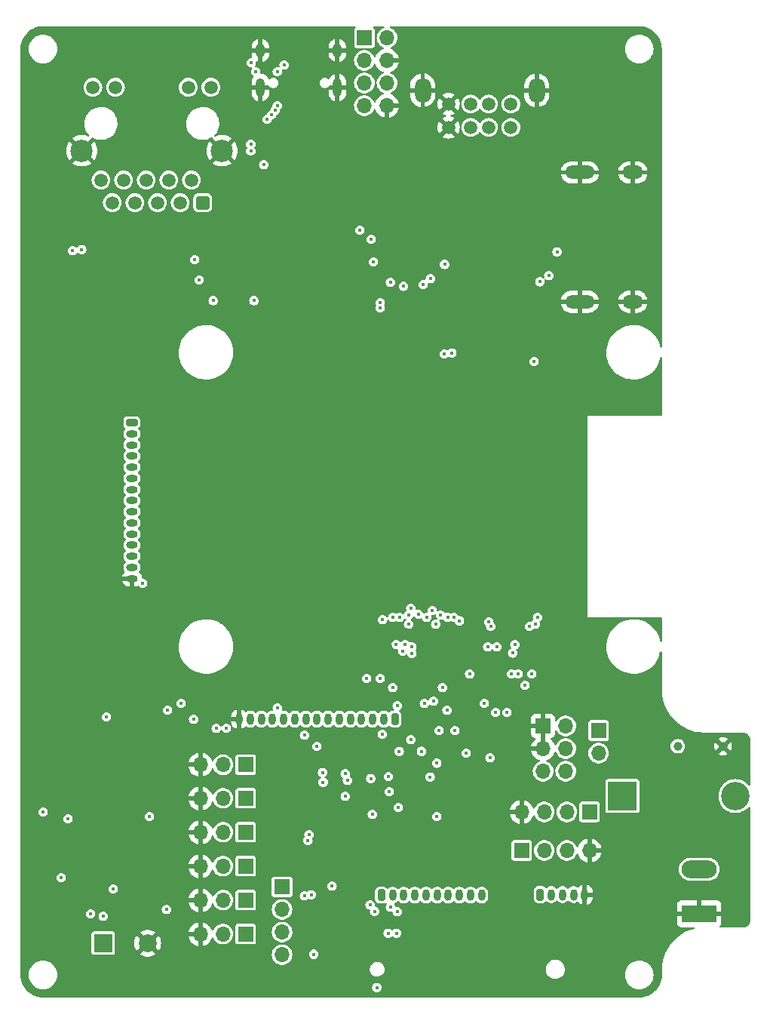
<source format=gbr>
%TF.GenerationSoftware,KiCad,Pcbnew,7.99.0-957-g18dd623122*%
%TF.CreationDate,2023-07-02T21:07:37-04:00*%
%TF.ProjectId,carrier,63617272-6965-4722-9e6b-696361645f70,V1.0*%
%TF.SameCoordinates,Original*%
%TF.FileFunction,Copper,L3,Inr*%
%TF.FilePolarity,Positive*%
%FSLAX46Y46*%
G04 Gerber Fmt 4.6, Leading zero omitted, Abs format (unit mm)*
G04 Created by KiCad (PCBNEW 7.99.0-957-g18dd623122) date 2023-07-02 21:07:37*
%MOMM*%
%LPD*%
G01*
G04 APERTURE LIST*
G04 Aperture macros list*
%AMRoundRect*
0 Rectangle with rounded corners*
0 $1 Rounding radius*
0 $2 $3 $4 $5 $6 $7 $8 $9 X,Y pos of 4 corners*
0 Add a 4 corners polygon primitive as box body*
4,1,4,$2,$3,$4,$5,$6,$7,$8,$9,$2,$3,0*
0 Add four circle primitives for the rounded corners*
1,1,$1+$1,$2,$3*
1,1,$1+$1,$4,$5*
1,1,$1+$1,$6,$7*
1,1,$1+$1,$8,$9*
0 Add four rect primitives between the rounded corners*
20,1,$1+$1,$2,$3,$4,$5,0*
20,1,$1+$1,$4,$5,$6,$7,0*
20,1,$1+$1,$6,$7,$8,$9,0*
20,1,$1+$1,$8,$9,$2,$3,0*%
G04 Aperture macros list end*
%TA.AperFunction,ComponentPad*%
%ADD10O,3.300000X1.500000*%
%TD*%
%TA.AperFunction,ComponentPad*%
%ADD11O,2.300000X1.500000*%
%TD*%
%TA.AperFunction,ComponentPad*%
%ADD12C,1.500000*%
%TD*%
%TA.AperFunction,ComponentPad*%
%ADD13O,1.800000X2.800000*%
%TD*%
%TA.AperFunction,ComponentPad*%
%ADD14RoundRect,0.250500X0.499500X0.499500X-0.499500X0.499500X-0.499500X-0.499500X0.499500X-0.499500X0*%
%TD*%
%TA.AperFunction,ComponentPad*%
%ADD15C,2.500000*%
%TD*%
%TA.AperFunction,ComponentPad*%
%ADD16R,1.700000X1.700000*%
%TD*%
%TA.AperFunction,ComponentPad*%
%ADD17O,1.700000X1.700000*%
%TD*%
%TA.AperFunction,ComponentPad*%
%ADD18RoundRect,0.200000X-0.450000X0.200000X-0.450000X-0.200000X0.450000X-0.200000X0.450000X0.200000X0*%
%TD*%
%TA.AperFunction,ComponentPad*%
%ADD19O,1.300000X0.800000*%
%TD*%
%TA.AperFunction,ComponentPad*%
%ADD20RoundRect,0.200000X-0.200000X-0.450000X0.200000X-0.450000X0.200000X0.450000X-0.200000X0.450000X0*%
%TD*%
%TA.AperFunction,ComponentPad*%
%ADD21O,0.800000X1.300000*%
%TD*%
%TA.AperFunction,ComponentPad*%
%ADD22RoundRect,0.200000X0.200000X0.450000X-0.200000X0.450000X-0.200000X-0.450000X0.200000X-0.450000X0*%
%TD*%
%TA.AperFunction,ComponentPad*%
%ADD23O,1.000000X2.100000*%
%TD*%
%TA.AperFunction,ComponentPad*%
%ADD24O,1.000000X1.600000*%
%TD*%
%TA.AperFunction,ComponentPad*%
%ADD25R,3.960000X1.980000*%
%TD*%
%TA.AperFunction,ComponentPad*%
%ADD26O,3.960000X1.980000*%
%TD*%
%TA.AperFunction,ComponentPad*%
%ADD27C,1.000000*%
%TD*%
%TA.AperFunction,ComponentPad*%
%ADD28R,3.200000X3.200000*%
%TD*%
%TA.AperFunction,ComponentPad*%
%ADD29O,3.200000X3.200000*%
%TD*%
%TA.AperFunction,ComponentPad*%
%ADD30R,2.000000X2.000000*%
%TD*%
%TA.AperFunction,ComponentPad*%
%ADD31C,2.000000*%
%TD*%
%TA.AperFunction,ViaPad*%
%ADD32C,0.450000*%
%TD*%
G04 APERTURE END LIST*
D10*
%TO.N,GND*%
%TO.C,J1*%
X60260495Y90029000D03*
X60260495Y75529000D03*
D11*
X66220495Y75529000D03*
X66220495Y90029000D03*
%TD*%
D12*
%TO.N,/USB2-HUB/VBUS*%
%TO.C,J4*%
X52524995Y95075600D03*
%TO.N,/USB2-HUB/HD1_N*%
X50024995Y95075600D03*
%TO.N,/USB2-HUB/HD1_P*%
X48024995Y95075600D03*
%TO.N,GND*%
X45524995Y95075600D03*
%TO.N,/USB2-HUB/VBUS*%
X52524995Y97695600D03*
%TO.N,/USB2-HUB/HD2_N*%
X50024995Y97695600D03*
%TO.N,/USB2-HUB/HD2_P*%
X48024995Y97695600D03*
%TO.N,GND*%
X45524995Y97695600D03*
D13*
X55424995Y99245600D03*
X42624995Y99245600D03*
%TD*%
D14*
%TO.N,/CM4_GPIO ( Ethernet\u002C GPIO\u002C SDCARD)/TRD0_P*%
%TO.C,U10*%
X17932995Y86629000D03*
D12*
%TO.N,/CM4_GPIO ( Ethernet\u002C GPIO\u002C SDCARD)/TRD0_N*%
X16662995Y89169000D03*
%TO.N,/CM4_GPIO ( Ethernet\u002C GPIO\u002C SDCARD)/TRD1_P*%
X15392995Y86629000D03*
%TO.N,/CM4_GPIO ( Ethernet\u002C GPIO\u002C SDCARD)/TRD1_N*%
X14122995Y89169000D03*
%TO.N,Net-(C19-Pad1)*%
X12852995Y86629000D03*
X11582995Y89169000D03*
%TO.N,/CM4_GPIO ( Ethernet\u002C GPIO\u002C SDCARD)/TRD2_P*%
X10312995Y86629000D03*
%TO.N,/CM4_GPIO ( Ethernet\u002C GPIO\u002C SDCARD)/TRD2_N*%
X9042995Y89169000D03*
%TO.N,/CM4_GPIO ( Ethernet\u002C GPIO\u002C SDCARD)/TRD3_P*%
X7772995Y86629000D03*
%TO.N,/CM4_GPIO ( Ethernet\u002C GPIO\u002C SDCARD)/TRD3_N*%
X6502995Y89169000D03*
D15*
%TO.N,GND*%
X20092995Y92469000D03*
X4342995Y92469000D03*
D12*
%TO.N,+3.3v*%
X5587995Y99579000D03*
%TO.N,Net-(U10-LEDY_K)*%
X8127995Y99579000D03*
%TO.N,Net-(U10-LEDG_K)*%
X16307995Y99579000D03*
%TO.N,+3.3v*%
X18847995Y99579000D03*
%TD*%
D16*
%TO.N,/SDA*%
%TO.C,J8*%
X53733995Y13960000D03*
D17*
%TO.N,/SCL*%
X56273995Y13960000D03*
%TO.N,+3.3v*%
X58813995Y13960000D03*
%TO.N,GND*%
X61353995Y13960000D03*
%TD*%
D16*
%TO.N,/Sensors/LED2*%
%TO.C,J12*%
X22745695Y16002000D03*
D17*
%TO.N,/+5v*%
X20205695Y16002000D03*
%TO.N,GND*%
X17665695Y16002000D03*
%TD*%
D16*
%TO.N,+3.3v*%
%TO.C,J9*%
X61343995Y18278000D03*
D17*
%TO.N,/SCL*%
X58803995Y18278000D03*
%TO.N,/SDA*%
X56263995Y18278000D03*
%TO.N,GND*%
X53723995Y18278000D03*
%TD*%
D16*
%TO.N,GND*%
%TO.C,J5*%
X56136995Y27930000D03*
D17*
%TO.N,/CM4_GPIO ( Ethernet\u002C GPIO\u002C SDCARD)/nRPIBOOT*%
X58676995Y27930000D03*
%TO.N,GND*%
X56136995Y25390000D03*
%TO.N,/CM4_GPIO ( Ethernet\u002C GPIO\u002C SDCARD)/EEPROM_nWP*%
X58676995Y25390000D03*
%TO.N,Net-(J5-Pin_5)*%
X56136995Y22850000D03*
%TO.N,/GLOBAL_EN*%
X58676995Y22850000D03*
%TD*%
D18*
%TO.N,/CM4_GPIO ( Ethernet\u002C GPIO\u002C SDCARD)/GPIO2*%
%TO.C,J6*%
X9963995Y61956000D03*
D19*
%TO.N,/CM4_GPIO ( Ethernet\u002C GPIO\u002C SDCARD)/GPIO3*%
X9963995Y60706000D03*
%TO.N,/TX_1*%
X9963995Y59456000D03*
%TO.N,/CM4_GPIO ( Ethernet\u002C GPIO\u002C SDCARD)/GPIO17*%
X9963995Y58206000D03*
%TO.N,/CM4_GPIO ( Ethernet\u002C GPIO\u002C SDCARD)/GPIO27*%
X9963995Y56956000D03*
%TO.N,/CM4_GPIO ( Ethernet\u002C GPIO\u002C SDCARD)/GPIO22*%
X9963995Y55706000D03*
%TO.N,/CM4_GPIO ( Ethernet\u002C GPIO\u002C SDCARD)/GPIO10*%
X9963995Y54456000D03*
%TO.N,/CM4_GPIO ( Ethernet\u002C GPIO\u002C SDCARD)/GPIO9*%
X9963995Y53206000D03*
%TO.N,/CM4_GPIO ( Ethernet\u002C GPIO\u002C SDCARD)/GPIO11*%
X9963995Y51956000D03*
%TO.N,/CM4_GPIO ( Ethernet\u002C GPIO\u002C SDCARD)/ID_SD*%
X9963995Y50706000D03*
%TO.N,/RX_1*%
X9963995Y49456000D03*
%TO.N,/CM4_GPIO ( Ethernet\u002C GPIO\u002C SDCARD)/GPIO6*%
X9963995Y48206000D03*
%TO.N,/CM4_GPIO ( Ethernet\u002C GPIO\u002C SDCARD)/GPIO13*%
X9963995Y46956000D03*
%TO.N,/CM4_GPIO ( Ethernet\u002C GPIO\u002C SDCARD)/GPIO19*%
X9963995Y45706000D03*
%TO.N,GND*%
X9963995Y44456000D03*
%TD*%
D20*
%TO.N,Net-(J10-Pin_1)*%
%TO.C,J10*%
X37988995Y8938000D03*
D21*
%TO.N,Net-(J10-Pin_2)*%
X39238995Y8938000D03*
%TO.N,Net-(J10-Pin_3)*%
X40488995Y8938000D03*
%TO.N,Net-(J10-Pin_4)*%
X41738995Y8938000D03*
%TO.N,Net-(J10-Pin_5)*%
X42988995Y8938000D03*
%TO.N,Net-(J10-Pin_6)*%
X44238995Y8938000D03*
%TO.N,Net-(J10-Pin_7)*%
X45488995Y8938000D03*
%TO.N,Net-(J10-Pin_8)*%
X46738995Y8938000D03*
%TO.N,Net-(J10-Pin_9)*%
X47988995Y8938000D03*
%TO.N,Net-(J10-Pin_10)*%
X49238995Y8938000D03*
%TD*%
D20*
%TO.N,/RX*%
%TO.C,J20*%
X55806995Y8991000D03*
D21*
%TO.N,/TX*%
X57056995Y8991000D03*
%TO.N,/RX_1*%
X58306995Y8991000D03*
%TO.N,/TX_1*%
X59556995Y8991000D03*
%TO.N,GND*%
X60806995Y8991000D03*
%TD*%
D16*
%TO.N,/USB2-HUB/VBUS*%
%TO.C,J3*%
X36070995Y105146000D03*
D17*
%TO.N,/USB2-HUB/HD3_N*%
X38610995Y105146000D03*
%TO.N,/USB2-HUB/HD3_P*%
X36070995Y102606000D03*
%TO.N,GND*%
X38610995Y102606000D03*
%TO.N,/USB2-HUB/VBUS*%
X36070995Y100066000D03*
%TO.N,/USB2-HUB/HD4_N*%
X38610995Y100066000D03*
%TO.N,/USB2-HUB/HD4_P*%
X36070995Y97526000D03*
%TO.N,GND*%
X38610995Y97526000D03*
%TD*%
D22*
%TO.N,/CM4_GPIO ( Ethernet\u002C GPIO\u002C SDCARD)/GPIO18*%
%TO.C,J7*%
X39506995Y28692000D03*
D21*
%TO.N,/RX*%
X38256995Y28692000D03*
%TO.N,/TX*%
X37006995Y28692000D03*
%TO.N,/CM4_GPIO ( Ethernet\u002C GPIO\u002C SDCARD)/GPIO24*%
X35756995Y28692000D03*
%TO.N,/CM4_GPIO ( Ethernet\u002C GPIO\u002C SDCARD)/GPIO23*%
X34506995Y28692000D03*
%TO.N,/CM4_GPIO ( Ethernet\u002C GPIO\u002C SDCARD)/GPIO25*%
X33256995Y28692000D03*
%TO.N,/CM4_GPIO ( Ethernet\u002C GPIO\u002C SDCARD)/GPIO8*%
X32006995Y28692000D03*
%TO.N,/CM4_GPIO ( Ethernet\u002C GPIO\u002C SDCARD)/GPIO7*%
X30756995Y28692000D03*
%TO.N,/CM4_GPIO ( Ethernet\u002C GPIO\u002C SDCARD)/ID_SC*%
X29506995Y28692000D03*
%TO.N,/CM4_GPIO ( Ethernet\u002C GPIO\u002C SDCARD)/GPIO16*%
X28256995Y28692000D03*
%TO.N,/CM4_GPIO ( Ethernet\u002C GPIO\u002C SDCARD)/GPIO20*%
X27006995Y28692000D03*
%TO.N,/CM4_GPIO ( Ethernet\u002C GPIO\u002C SDCARD)/GPIO21*%
X25756995Y28692000D03*
%TO.N,/CM4_GPIO ( Ethernet\u002C GPIO\u002C SDCARD)/GPIO12*%
X24506995Y28692000D03*
%TO.N,/CM4_GPIO ( Ethernet\u002C GPIO\u002C SDCARD)/GPIO26*%
X23256995Y28692000D03*
%TO.N,GND*%
X22006995Y28692000D03*
%TD*%
D23*
%TO.N,GND*%
%TO.C,J2*%
X33044995Y99546500D03*
D24*
X33044995Y103726500D03*
D23*
X24404995Y99546500D03*
D24*
X24404995Y103726500D03*
%TD*%
D16*
%TO.N,/RX_1*%
%TO.C,J21*%
X62370995Y27411000D03*
D17*
%TO.N,/TX_1*%
X62370995Y24871000D03*
%TD*%
D16*
%TO.N,/Sensors/LED0*%
%TO.C,J11*%
X22745695Y23570000D03*
D17*
%TO.N,/+5v*%
X20205695Y23570000D03*
%TO.N,GND*%
X17665695Y23570000D03*
%TD*%
D16*
%TO.N,/ISENSE*%
%TO.C,J17*%
X26836395Y9880000D03*
D17*
%TO.N,Net-(J17-Pin_2)*%
X26836395Y7340000D03*
%TO.N,Net-(J17-Pin_3)*%
X26836395Y4800000D03*
%TO.N,Net-(J17-Pin_4)*%
X26836395Y2260000D03*
%TD*%
D25*
%TO.N,GND*%
%TO.C,J19*%
X73662995Y6848000D03*
D26*
%TO.N,Net-(D12-A)*%
X73662995Y11848000D03*
%TD*%
D27*
%TO.N,Net-(D12-A)*%
%TO.C,TP11*%
X71249995Y25644000D03*
%TD*%
%TO.N,GND*%
%TO.C,TP12*%
X76329995Y25644000D03*
%TD*%
D16*
%TO.N,/Sensors/LED1*%
%TO.C,J14*%
X22745695Y19812000D03*
D17*
%TO.N,/+5v*%
X20205695Y19812000D03*
%TO.N,GND*%
X17665695Y19812000D03*
%TD*%
D28*
%TO.N,/+5v*%
%TO.C,D12*%
X65026995Y20056000D03*
D29*
%TO.N,Net-(D12-A)*%
X77726995Y20056000D03*
%TD*%
D16*
%TO.N,/Sensors/LED5*%
%TO.C,J16*%
X22730695Y4572000D03*
D17*
%TO.N,/+5v*%
X20190695Y4572000D03*
%TO.N,GND*%
X17650695Y4572000D03*
%TD*%
D16*
%TO.N,/Sensors/LED4*%
%TO.C,J13*%
X22745695Y8382000D03*
D17*
%TO.N,/+5v*%
X20205695Y8382000D03*
%TO.N,GND*%
X17665695Y8382000D03*
%TD*%
D16*
%TO.N,/Sensors/LED3*%
%TO.C,J15*%
X22730695Y12192000D03*
D17*
%TO.N,/+5v*%
X20190695Y12192000D03*
%TO.N,GND*%
X17650695Y12192000D03*
%TD*%
D30*
%TO.N,/Sensors/LED0*%
%TO.C,BZ1*%
X6747495Y3556000D03*
D31*
%TO.N,GND*%
X11747495Y3556000D03*
%TD*%
D32*
%TO.N,GND*%
X60592995Y62204000D03*
X53303195Y10362600D03*
X40986995Y69598000D03*
X58306995Y104876000D03*
X52972995Y71094000D03*
X69990995Y9118000D03*
X60592995Y48742000D03*
X70498995Y18262000D03*
X79134995Y9372000D03*
X63132995Y99796000D03*
X60592995Y58140000D03*
X10046995Y66268000D03*
X60592995Y50012000D03*
X60592995Y41884000D03*
X41288995Y22580000D03*
X18047995Y40614000D03*
X62624995Y39598000D03*
X24143995Y1244000D03*
X45098995Y83794000D03*
X61788959Y-1762649D03*
X-2145005Y48107000D03*
X53531795Y101116800D03*
X44336995Y18516000D03*
X50576995Y69558000D03*
X16904995Y81508000D03*
X54750995Y48488000D03*
X38494995Y71094000D03*
X69482995Y13690000D03*
X10199395Y42036400D03*
X44082995Y12420000D03*
X36208995Y37058000D03*
X51194995Y18262000D03*
X61176295Y82263400D03*
X64148995Y63220000D03*
X15634995Y76936000D03*
X61176295Y83762000D03*
X12840995Y93192000D03*
X51956995Y11429400D03*
X53226995Y84556000D03*
X140995Y97256000D03*
X60592995Y56108000D03*
X40755709Y38785428D03*
X55385995Y86715000D03*
X43320995Y71094000D03*
X66434995Y87858000D03*
X13348995Y10388000D03*
X39880995Y80508000D03*
X51398195Y102539200D03*
X63894995Y39598000D03*
X62878995Y88620000D03*
X49346995Y69568000D03*
X15380995Y82016000D03*
X60592995Y57124000D03*
X41007495Y80508000D03*
X60592995Y52552000D03*
X66688995Y63220000D03*
X48654995Y80238000D03*
X26566995Y24948000D03*
X21984995Y88112000D03*
X46986995Y69598000D03*
X53887395Y91566400D03*
X-367005Y86080000D03*
X5982995Y9372000D03*
X10173995Y25374000D03*
X47384995Y72872000D03*
X26556995Y77444000D03*
X17061661Y65100248D03*
X11570995Y72364000D03*
X55258995Y36550000D03*
X42914595Y91972800D03*
X61216995Y86756400D03*
X50686995Y85318000D03*
X-1383005Y40614000D03*
X-367005Y4292000D03*
X25032995Y43662000D03*
X21730995Y31470000D03*
X40780995Y70840000D03*
X42762195Y14325000D03*
X60592995Y59156000D03*
X30874995Y96748000D03*
X63228835Y-654072D03*
X13856995Y24866000D03*
X18428995Y43408000D03*
X60592995Y47472000D03*
X33414995Y72872000D03*
X54115995Y85572000D03*
X45098995Y24104000D03*
X59068995Y99542000D03*
X42050995Y74650000D03*
X17158995Y27660000D03*
X39786995Y69568000D03*
X15634995Y79222000D03*
X32906995Y87096000D03*
X59830995Y92176000D03*
X63513995Y10388000D03*
X-1383005Y74142000D03*
X52972995Y21310000D03*
X60338995Y94208000D03*
X64910995Y79222000D03*
X50432995Y228000D03*
X37224995Y70840000D03*
X39002995Y36804000D03*
X60592995Y55092000D03*
X44336995Y20802000D03*
X42166995Y82540000D03*
X45860995Y74142000D03*
X37224995Y37058000D03*
X60592995Y53822000D03*
X46956995Y66778000D03*
X59068995Y72618000D03*
X57823495Y83812800D03*
X49924995Y86080000D03*
X28334995Y90652000D03*
X14364995Y15214000D03*
X54242995Y25882000D03*
X25286995Y48742000D03*
X39880995Y81524000D03*
X49416995Y81000000D03*
X53988995Y23723000D03*
X30366995Y88874000D03*
X23254995Y65506000D03*
X68974995Y39598000D03*
X32956995Y97718000D03*
X38586995Y69568000D03*
X44844995Y105130000D03*
X28080995Y73634000D03*
X3966995Y63408000D03*
X47130995Y35788000D03*
X47892995Y87604000D03*
X52210995Y83540000D03*
X51796995Y69568000D03*
X30570195Y10997600D03*
X51956995Y65506000D03*
X9792995Y103860000D03*
X42406595Y4241200D03*
X42496995Y19538000D03*
X52986995Y69588000D03*
X42457395Y89128000D03*
X39510995Y66522000D03*
X60592995Y44678000D03*
X54877995Y79349000D03*
X10554995Y21564000D03*
X25540995Y89382000D03*
X3966995Y42068000D03*
X31281395Y2209200D03*
X58306995Y11150000D03*
X28588995Y77596400D03*
X6490995Y-534000D03*
X43320995Y35788000D03*
X6744995Y18262000D03*
X45606995Y71094000D03*
X67196995Y99288000D03*
X42176995Y69608000D03*
X18936995Y102590000D03*
X45606995Y66268000D03*
X42711395Y95935200D03*
X61354995Y6578000D03*
X15380995Y104114000D03*
X48908995Y35788000D03*
X44336995Y19532000D03*
X68974995Y63220000D03*
X394995Y25120000D03*
X47556995Y15332500D03*
X66180995Y83286000D03*
X51702995Y71094000D03*
X41007495Y82540000D03*
X45606995Y18262000D03*
X57290995Y7086000D03*
X24524995Y36042000D03*
X2938995Y69820000D03*
X56020995Y80492000D03*
X40780995Y73888000D03*
X57798995Y69316000D03*
X75883795Y24154800D03*
X62878995Y86588000D03*
X55004995Y4038000D03*
X41034995Y74396000D03*
X65418995Y63220000D03*
X53353995Y75539000D03*
X46368995Y77952000D03*
X58052995Y32994000D03*
X77610995Y12420000D03*
X49213795Y90194800D03*
X7049795Y72668800D03*
X32652995Y67538000D03*
X49416995Y10896000D03*
X42812995Y28930000D03*
X5728995Y103860000D03*
X48146995Y71094000D03*
X17466995Y-922000D03*
X59597289Y2646174D03*
X48263498Y35788000D03*
X42166995Y81524000D03*
X25794995Y94208000D03*
X61608995Y63220000D03*
X26556995Y104622000D03*
X29604995Y70078000D03*
X32906995Y93700000D03*
X35700995Y90398000D03*
X68466995Y22072000D03*
X18174995Y30708000D03*
X69482995Y20802000D03*
X36716995Y85318000D03*
X36208995Y70840000D03*
X57823495Y82314200D03*
X60084995Y70332000D03*
X30874995Y102844000D03*
X25540995Y14960000D03*
X47641272Y13827327D03*
X44590995Y71094000D03*
X-1129005Y58394000D03*
X30112995Y75767600D03*
X51194995Y82651000D03*
X10402595Y39699600D03*
X39764995Y71094000D03*
X5728995Y13944000D03*
X836995Y19318000D03*
X67958995Y63220000D03*
X42166995Y80508000D03*
X35954995Y18124503D03*
X18606995Y83978000D03*
X11062995Y11658000D03*
X35700995Y58648000D03*
X53353995Y76936000D03*
X37296995Y69588000D03*
X3986995Y56278000D03*
X45606995Y228000D03*
X18682995Y77952000D03*
X22686995Y82968000D03*
X50178995Y81762000D03*
X46876995Y57632000D03*
X78931795Y25069200D03*
X49416995Y71094000D03*
X66434995Y85572000D03*
X11824995Y81254000D03*
X56782995Y87731000D03*
X20460995Y79476000D03*
X62624995Y95986000D03*
X31586195Y5866800D03*
X50686995Y54076000D03*
X11062995Y990000D03*
X46622995Y75412000D03*
X13958595Y40410800D03*
X5728995Y81762000D03*
X69736995Y15976000D03*
X36236995Y69568000D03*
X30112995Y59664000D03*
X45352995Y51536000D03*
X49924995Y16484000D03*
X54242995Y71094000D03*
X41796995Y87350000D03*
X35446995Y79222000D03*
X52109395Y88518400D03*
X62878995Y84048000D03*
X60592995Y43408000D03*
X60592995Y51282000D03*
X76848995Y9372000D03*
X60592995Y61188000D03*
X54750995Y54330000D03*
X67958995Y29692000D03*
X34694785Y10048010D03*
X61100995Y39598000D03*
X61176295Y79266200D03*
X53226995Y104876000D03*
X77356995Y7594000D03*
X26956995Y83868000D03*
X29096995Y96494000D03*
X35700995Y34010000D03*
X37306995Y19078000D03*
X18174995Y58394000D03*
X54196995Y69568000D03*
X49035995Y4546000D03*
X35700995Y6628800D03*
X78372995Y15214000D03*
X-2018005Y55092000D03*
X37478995Y34010000D03*
X29604995Y5917600D03*
X39383995Y355000D03*
X3916995Y49278000D03*
X45987995Y4165000D03*
X64656995Y97764000D03*
X43066995Y37058000D03*
X48146995Y38836000D03*
X53353995Y74015000D03*
X31636995Y34264000D03*
X39880995Y82540000D03*
X14872995Y28676000D03*
X49416995Y38836000D03*
X49416995Y14452000D03*
X68212995Y5308000D03*
X56528995Y2768000D03*
X34684995Y53568000D03*
X24524995Y92430000D03*
X69736995Y7086000D03*
X37986995Y23342000D03*
X45352995Y35788000D03*
X60592995Y60172000D03*
X51448995Y45694000D03*
X69228995Y27406000D03*
X30112995Y79425200D03*
X7887995Y27660000D03*
X36716995Y74650000D03*
X48196995Y69588000D03*
X56782995Y81254000D03*
X34684995Y34010000D03*
X62116995Y104114000D03*
X5982995Y25120000D03*
X68720995Y16484000D03*
X67196995Y97002000D03*
X44844995Y37058000D03*
X48146995Y79476000D03*
X26175995Y11531000D03*
X57544995Y65252000D03*
X29746995Y83898000D03*
X67704995Y25374000D03*
X34634195Y4698400D03*
X8776995Y81000000D03*
X59830995Y4292000D03*
X57036995Y75666000D03*
X72276995Y19786000D03*
X34938995Y37312000D03*
X13856995Y62204000D03*
X73038995Y9626000D03*
X3188995Y3276000D03*
X41007495Y81526000D03*
X24524995Y59156000D03*
X66434995Y32994000D03*
X15126995Y48996000D03*
X46876995Y86588000D03*
X62878995Y63220000D03*
X-1891005Y67030000D03*
X24166995Y83898000D03*
X57864195Y86807200D03*
X68466995Y12420000D03*
X4712995Y78460000D03*
X54496995Y59664000D03*
X53734995Y78333000D03*
X60592995Y46202000D03*
X14872995Y56870000D03*
X45860995Y67792000D03*
X52210995Y4546000D03*
X48705795Y104571200D03*
X57823495Y85311400D03*
X67958995Y9626000D03*
X42050995Y70840000D03*
X39764995Y16738000D03*
X14364995Y20040000D03*
X67000545Y3563617D03*
X61176295Y85260600D03*
X50686995Y71094000D03*
X57823495Y79317000D03*
X7633995Y32867000D03*
X40526995Y32486000D03*
%TO.N,+3.3v*%
X45080245Y79711250D03*
X50040995Y39614000D03*
X50178995Y24358000D03*
X43482495Y78113500D03*
X49532995Y30470000D03*
X43448269Y22198726D03*
X40464745Y77252250D03*
X52718995Y36111409D03*
X24778995Y90906000D03*
X50252083Y39106000D03*
X37848995Y75428000D03*
X39002995Y77698000D03*
X37848995Y74828497D03*
X35562995Y83556000D03*
%TO.N,/USB2-HUB/VBUS*%
X26302995Y97510000D03*
X19092095Y75642150D03*
X26048995Y97002000D03*
X25656995Y96510000D03*
X25148995Y96002000D03*
X23320195Y93208000D03*
X23320195Y92446000D03*
X23664095Y75642150D03*
%TO.N,/RX_1*%
X55512995Y40106000D03*
X41034995Y39344000D03*
%TO.N,/TX_1*%
X55258995Y39344000D03*
X45427995Y40106000D03*
%TO.N,/RX*%
X42812995Y30454000D03*
X39002995Y7594000D03*
%TO.N,/TX*%
X39764995Y7086000D03*
%TO.N,/CM4_HighSpeed/HDMI0_HOTPLUG*%
X45900795Y69763800D03*
X55778366Y77766509D03*
%TO.N,/CM4_HighSpeed/HDMI0_SDA*%
X55120995Y68824000D03*
X56782995Y78460000D03*
%TO.N,/CM4_HighSpeed/HDMI0_CEC*%
X45037195Y69662200D03*
X57711795Y81117600D03*
%TO.N,/USB2-HUB/CC1*%
X23370995Y102352000D03*
X27064995Y102082000D03*
%TO.N,/USB2-HUB/CC2*%
X23878995Y101336000D03*
X26302995Y101336000D03*
%TO.N,/CM4_GPIO ( Ethernet\u002C GPIO\u002C SDCARD)/nRPIBOOT*%
X54104995Y32502000D03*
%TO.N,/CM4_GPIO ( Ethernet\u002C GPIO\u002C SDCARD)/EEPROM_nWP*%
X40388995Y36312000D03*
%TO.N,/GLOBAL_EN*%
X54866995Y33772000D03*
%TO.N,/CM4_GPIO ( Ethernet\u002C GPIO\u002C SDCARD)/WL_nDis*%
X52580995Y33772000D03*
X50802995Y29454000D03*
%TO.N,/CM4_GPIO ( Ethernet\u002C GPIO\u002C SDCARD)/BT_nDis*%
X52072995Y29454000D03*
X53342995Y33772000D03*
%TO.N,/CM4_GPIO ( Ethernet\u002C GPIO\u002C SDCARD)/GPIO2*%
X46738995Y39730503D03*
%TO.N,/CM4_GPIO ( Ethernet\u002C GPIO\u002C SDCARD)/GPIO3*%
X46114995Y40106000D03*
%TO.N,/CM4_GPIO ( Ethernet\u002C GPIO\u002C SDCARD)/GPIO17*%
X44641567Y40360000D03*
%TO.N,/CM4_GPIO ( Ethernet\u002C GPIO\u002C SDCARD)/GPIO18*%
X20576995Y27676000D03*
X7114995Y28946000D03*
X38085769Y26997848D03*
%TO.N,/CM4_GPIO ( Ethernet\u002C GPIO\u002C SDCARD)/GPIO27*%
X44082995Y39344000D03*
%TO.N,/CM4_GPIO ( Ethernet\u002C GPIO\u002C SDCARD)/GPIO22*%
X43690995Y40884000D03*
%TO.N,/CM4_GPIO ( Ethernet\u002C GPIO\u002C SDCARD)/GPIO24*%
X39764995Y30200000D03*
%TO.N,/CM4_GPIO ( Ethernet\u002C GPIO\u002C SDCARD)/GPIO10*%
X43066995Y40106000D03*
%TO.N,/CM4_GPIO ( Ethernet\u002C GPIO\u002C SDCARD)/GPIO9*%
X42149769Y40459848D03*
%TO.N,/CM4_GPIO ( Ethernet\u002C GPIO\u002C SDCARD)/GPIO11*%
X41288995Y41122000D03*
%TO.N,/CM4_GPIO ( Ethernet\u002C GPIO\u002C SDCARD)/GPIO7*%
X29350995Y26898000D03*
X6744995Y6578000D03*
%TO.N,/CM4_GPIO ( Ethernet\u002C GPIO\u002C SDCARD)/ID_SD*%
X41034995Y40360000D03*
%TO.N,/CM4_GPIO ( Ethernet\u002C GPIO\u002C SDCARD)/GPIO6*%
X5336995Y6848000D03*
X40018995Y40106000D03*
%TO.N,/CM4_GPIO ( Ethernet\u002C GPIO\u002C SDCARD)/GPIO12*%
X26302995Y29946000D03*
X39256995Y32232000D03*
%TO.N,/CM4_GPIO ( Ethernet\u002C GPIO\u002C SDCARD)/GPIO13*%
X11940995Y17770000D03*
X39256995Y40106000D03*
X11178995Y43932000D03*
%TO.N,/CM4_GPIO ( Ethernet\u002C GPIO\u002C SDCARD)/GPIO19*%
X2995Y18278000D03*
X38103498Y39852000D03*
%TO.N,/CM4_GPIO ( Ethernet\u002C GPIO\u002C SDCARD)/GPIO26*%
X39626995Y37074000D03*
%TO.N,/SDA*%
X47500995Y24882000D03*
X31382995Y22707000D03*
X33922995Y22580000D03*
X50940995Y36804000D03*
X38748995Y4647600D03*
X47892995Y33756000D03*
X45352995Y29692000D03*
X38864995Y20564000D03*
X29350995Y8864000D03*
%TO.N,/SCL*%
X44844995Y32232000D03*
X46230995Y27422000D03*
X34176995Y21818000D03*
X44452995Y27422000D03*
X30112995Y8991000D03*
X49924995Y36804000D03*
X31443942Y21608262D03*
X44202528Y23751875D03*
X39880995Y18786000D03*
X39688795Y4673000D03*
%TO.N,/CM4_GPIO ( Ethernet\u002C GPIO\u002C SDCARD)/ETH_LEDY*%
X41404995Y36820000D03*
X3315995Y81254000D03*
%TO.N,/CM4_GPIO ( Ethernet\u002C GPIO\u002C SDCARD)/ETH_LEDG*%
X4331995Y81381000D03*
X41404995Y36058000D03*
%TO.N,Net-(Module1A-PI_nLED_Activity)*%
X15496995Y30470000D03*
X37848995Y33264000D03*
%TO.N,/CM4_GPIO ( Ethernet\u002C GPIO\u002C SDCARD)/RUN_PG*%
X19444995Y27658361D03*
X52972995Y37058000D03*
X16904995Y28676000D03*
X43828995Y30708000D03*
%TO.N,/CM4_GPIO ( Ethernet\u002C GPIO\u002C SDCARD)/nPWR_LED*%
X36324995Y33264000D03*
X40642995Y37074000D03*
%TO.N,/nEXTRST*%
X42674995Y77460000D03*
X54612995Y39106000D03*
%TO.N,/USB2-HUB/PWR1*%
X17020995Y80254000D03*
X36832995Y82540000D03*
%TO.N,/USB2-HUB/nOCS1*%
X37086995Y80000000D03*
X17528995Y77968000D03*
%TO.N,Net-(U14-~{OE})*%
X36970995Y18008000D03*
X33922995Y20040000D03*
%TO.N,Net-(D14-K)*%
X2034995Y10912000D03*
X2796995Y17516000D03*
%TO.N,Net-(D15-A)*%
X13856995Y7340000D03*
X7876995Y9642000D03*
%TO.N,Net-(J10-Pin_1)*%
X36716995Y7848000D03*
X29858995Y15722000D03*
%TO.N,Net-(J10-Pin_2)*%
X37224995Y7132000D03*
X29731995Y15087000D03*
%TO.N,Net-(JP3-B)*%
X44198995Y17770000D03*
%TO.N,Net-(J5-Pin_5)*%
X41288995Y26390000D03*
X30736995Y25644000D03*
X13972995Y29708000D03*
%TO.N,Net-(U13-INT1)*%
X39988995Y25080000D03*
%TO.N,Net-(U13-INT2)*%
X42488995Y25080000D03*
%TO.N,Net-(U13-INT3)*%
X36793195Y22021200D03*
%TO.N,/ISENSE*%
X37478995Y-1423000D03*
%TO.N,Net-(U13-INT4)*%
X38774395Y22249800D03*
%TO.N,Net-(U16-ALERT{slash}RDY)*%
X32449795Y9956200D03*
X30392395Y2310800D03*
%TD*%
%TA.AperFunction,Conductor*%
%TO.N,GND*%
G36*
X56386995Y25825502D02*
G01*
X56279310Y25874680D01*
X56172758Y25890000D01*
X56101232Y25890000D01*
X55994680Y25874680D01*
X55886995Y25825502D01*
X55886995Y27494499D01*
X55994680Y27445320D01*
X56101232Y27430000D01*
X56172758Y27430000D01*
X56279310Y27445320D01*
X56386995Y27494499D01*
X56386995Y25825502D01*
G37*
%TD.AperFunction*%
%TA.AperFunction,Conductor*%
G36*
X10173186Y44687093D02*
G01*
X10209150Y44637593D01*
X10213995Y44607000D01*
X10213995Y44480624D01*
X10199490Y44553545D01*
X10144235Y44636240D01*
X10061540Y44691495D01*
X9988619Y44706000D01*
X10114995Y44706000D01*
X10173186Y44687093D01*
G37*
%TD.AperFunction*%
%TA.AperFunction,Conductor*%
G36*
X35057216Y106414593D02*
G01*
X35093180Y106365093D01*
X35093180Y106303907D01*
X35057216Y106254407D01*
X35054974Y106252825D01*
X35048230Y106248206D01*
X34968789Y106168765D01*
X34923409Y106065989D01*
X34920495Y106040870D01*
X34920495Y104251140D01*
X34920496Y104251137D01*
X34923409Y104226010D01*
X34924320Y104223947D01*
X34968789Y104123235D01*
X35048230Y104043794D01*
X35151004Y103998415D01*
X35176130Y103995500D01*
X36965859Y103995501D01*
X36990986Y103998415D01*
X37093760Y104043794D01*
X37173201Y104123235D01*
X37218580Y104226009D01*
X37221495Y104251135D01*
X37221494Y106040864D01*
X37218580Y106065991D01*
X37173201Y106168765D01*
X37093760Y106248206D01*
X37093757Y106248208D01*
X37087016Y106252825D01*
X37049694Y106301310D01*
X37047999Y106362472D01*
X37082577Y106412949D01*
X37140221Y106433462D01*
X37142965Y106433500D01*
X38219964Y106433500D01*
X38278155Y106414593D01*
X38314119Y106365093D01*
X38314119Y106303907D01*
X38278155Y106254407D01*
X38255729Y106242187D01*
X38181979Y106213616D01*
X38095975Y106180298D01*
X38095970Y106180295D01*
X37914694Y106068054D01*
X37914687Y106068048D01*
X37757130Y105924414D01*
X37757126Y105924411D01*
X37757123Y105924407D01*
X37757119Y105924403D01*
X37757120Y105924403D01*
X37628630Y105754257D01*
X37628625Y105754248D01*
X37533591Y105563392D01*
X37475239Y105358312D01*
X37459164Y105184832D01*
X37455566Y105146000D01*
X37475239Y104933690D01*
X37533590Y104728611D01*
X37628629Y104537745D01*
X37757123Y104367593D01*
X37757130Y104367587D01*
X37914687Y104223953D01*
X37914694Y104223947D01*
X37995405Y104173973D01*
X38095976Y104111702D01*
X38188834Y104075729D01*
X38236264Y104037079D01*
X38251918Y103977930D01*
X38229815Y103920876D01*
X38178694Y103887789D01*
X38147507Y103879433D01*
X38147500Y103879430D01*
X37933427Y103779606D01*
X37933419Y103779602D01*
X37739921Y103644114D01*
X37572881Y103477074D01*
X37437393Y103283576D01*
X37437389Y103283568D01*
X37337565Y103069495D01*
X37337564Y103069493D01*
X37331035Y103045127D01*
X37297710Y102993814D01*
X37240588Y102971889D01*
X37181488Y102987726D01*
X37146788Y103026626D01*
X37053367Y103214244D01*
X37053364Y103214249D01*
X37053361Y103214255D01*
X36924867Y103384407D01*
X36823848Y103476499D01*
X36767302Y103528048D01*
X36767295Y103528054D01*
X36586019Y103640295D01*
X36586014Y103640298D01*
X36387190Y103717322D01*
X36177605Y103756500D01*
X35964385Y103756500D01*
X35754799Y103717322D01*
X35555975Y103640298D01*
X35555970Y103640295D01*
X35374694Y103528054D01*
X35374687Y103528048D01*
X35217130Y103384414D01*
X35217126Y103384411D01*
X35217123Y103384407D01*
X35217119Y103384403D01*
X35217120Y103384403D01*
X35088630Y103214257D01*
X35088625Y103214248D01*
X34993591Y103023392D01*
X34935239Y102818312D01*
X34915566Y102606000D01*
X34935239Y102393689D01*
X34948519Y102347017D01*
X34993590Y102188611D01*
X35088629Y101997745D01*
X35217123Y101827593D01*
X35228763Y101816982D01*
X35374687Y101683953D01*
X35374694Y101683947D01*
X35473164Y101622977D01*
X35555976Y101571702D01*
X35754797Y101494679D01*
X35964385Y101455500D01*
X36177605Y101455500D01*
X36387193Y101494679D01*
X36586014Y101571702D01*
X36767297Y101683948D01*
X36924867Y101827593D01*
X37053361Y101997745D01*
X37146790Y102185379D01*
X37189650Y102229038D01*
X37249991Y102239168D01*
X37304762Y102211896D01*
X37331035Y102166873D01*
X37337562Y102142513D01*
X37437394Y101928423D01*
X37572881Y101734927D01*
X37739921Y101567887D01*
X37933417Y101432400D01*
X38147507Y101332568D01*
X38178691Y101324213D01*
X38230006Y101290890D01*
X38251934Y101233769D01*
X38236099Y101174668D01*
X38188833Y101136271D01*
X38095975Y101100298D01*
X38095970Y101100295D01*
X37914694Y100988054D01*
X37914687Y100988048D01*
X37757130Y100844414D01*
X37757126Y100844411D01*
X37757123Y100844407D01*
X37757119Y100844403D01*
X37757120Y100844403D01*
X37628630Y100674257D01*
X37628625Y100674248D01*
X37533591Y100483392D01*
X37475239Y100278312D01*
X37456539Y100076501D01*
X37455566Y100066000D01*
X37475239Y99853690D01*
X37533590Y99648611D01*
X37628629Y99457745D01*
X37757123Y99287593D01*
X37757130Y99287587D01*
X37914687Y99143953D01*
X37914694Y99143947D01*
X38018384Y99079745D01*
X38095976Y99031702D01*
X38188834Y98995729D01*
X38236264Y98957079D01*
X38251918Y98897930D01*
X38229815Y98840876D01*
X38178694Y98807789D01*
X38147507Y98799433D01*
X38147500Y98799430D01*
X37933427Y98699606D01*
X37933419Y98699602D01*
X37739921Y98564114D01*
X37572881Y98397074D01*
X37437393Y98203576D01*
X37437389Y98203568D01*
X37337565Y97989495D01*
X37337564Y97989493D01*
X37331035Y97965127D01*
X37297710Y97913814D01*
X37240588Y97891889D01*
X37181488Y97907726D01*
X37146788Y97946626D01*
X37053367Y98134244D01*
X37053364Y98134249D01*
X37053361Y98134255D01*
X36924867Y98304407D01*
X36823217Y98397074D01*
X36767302Y98448048D01*
X36767295Y98448054D01*
X36586019Y98560295D01*
X36586014Y98560298D01*
X36552490Y98573285D01*
X36387193Y98637321D01*
X36387192Y98637322D01*
X36387190Y98637322D01*
X36177605Y98676500D01*
X35964385Y98676500D01*
X35754799Y98637322D01*
X35555975Y98560298D01*
X35555970Y98560295D01*
X35374694Y98448054D01*
X35374687Y98448048D01*
X35217130Y98304414D01*
X35217126Y98304411D01*
X35217123Y98304407D01*
X35217119Y98304403D01*
X35217120Y98304403D01*
X35088630Y98134257D01*
X35088625Y98134248D01*
X34993591Y97943392D01*
X34935239Y97738312D01*
X34915566Y97526000D01*
X34935239Y97313689D01*
X34948519Y97267017D01*
X34993590Y97108611D01*
X35088629Y96917745D01*
X35217123Y96747593D01*
X35228763Y96736982D01*
X35374687Y96603953D01*
X35374694Y96603947D01*
X35383309Y96598613D01*
X35555976Y96491702D01*
X35754797Y96414679D01*
X35964385Y96375500D01*
X36177605Y96375500D01*
X36387193Y96414679D01*
X36586014Y96491702D01*
X36767297Y96603948D01*
X36924867Y96747593D01*
X37053361Y96917745D01*
X37146790Y97105379D01*
X37189650Y97149038D01*
X37249991Y97159168D01*
X37304762Y97131896D01*
X37331035Y97086873D01*
X37337562Y97062513D01*
X37437394Y96848423D01*
X37572881Y96654927D01*
X37739921Y96487887D01*
X37933417Y96352400D01*
X38147504Y96252570D01*
X38360995Y96195366D01*
X38360995Y97090499D01*
X38468680Y97041320D01*
X38575232Y97026000D01*
X38646758Y97026000D01*
X38753310Y97041320D01*
X38860994Y97090499D01*
X38860994Y96195367D01*
X39074485Y96252570D01*
X39288572Y96352400D01*
X39482068Y96487887D01*
X39649108Y96654927D01*
X39784595Y96848423D01*
X39884425Y97062511D01*
X39941631Y97276000D01*
X39044681Y97276000D01*
X39070488Y97316156D01*
X39110995Y97454111D01*
X39110995Y97597889D01*
X39070488Y97735844D01*
X39044681Y97776000D01*
X39941631Y97776000D01*
X39884424Y97989495D01*
X39784600Y98203568D01*
X39784596Y98203576D01*
X39649108Y98397074D01*
X39482068Y98564114D01*
X39307828Y98686118D01*
X41224995Y98686118D01*
X41240142Y98508151D01*
X41300194Y98277518D01*
X41398357Y98060358D01*
X41398357Y98060356D01*
X41531808Y97862911D01*
X41696704Y97690861D01*
X41696711Y97690855D01*
X41888312Y97549149D01*
X42101102Y97441861D01*
X42101110Y97441858D01*
X42328980Y97372074D01*
X42374994Y97366182D01*
X42374995Y97366183D01*
X42374995Y98311914D01*
X42415151Y98286107D01*
X42553106Y98245600D01*
X42696884Y98245600D01*
X42834839Y98286107D01*
X42874994Y98311914D01*
X42874994Y97367336D01*
X43036428Y97402127D01*
X43036429Y97402127D01*
X43257559Y97490985D01*
X43257560Y97490985D01*
X43460486Y97615932D01*
X43460492Y97615936D01*
X43639389Y97773385D01*
X43789101Y97958800D01*
X43905326Y98166850D01*
X43905328Y98166854D01*
X43984719Y98391556D01*
X44024994Y98626437D01*
X44024995Y98626445D01*
X44024994Y98995599D01*
X44024994Y98995600D01*
X43124995Y98995600D01*
X43124995Y99495600D01*
X44024994Y99495600D01*
X44024994Y99495601D01*
X44024995Y99805083D01*
X44009847Y99983050D01*
X43949795Y100213683D01*
X43851632Y100430843D01*
X43851632Y100430845D01*
X43718181Y100628290D01*
X43553285Y100800340D01*
X43553278Y100800346D01*
X43361677Y100942052D01*
X43148887Y101049340D01*
X43148879Y101049343D01*
X42921008Y101119127D01*
X42874995Y101125020D01*
X42874995Y100179287D01*
X42834839Y100205093D01*
X42696884Y100245600D01*
X42553106Y100245600D01*
X42415151Y100205093D01*
X42374995Y100179287D01*
X42374995Y101123866D01*
X42374994Y101123867D01*
X42213560Y101089074D01*
X41992430Y101000216D01*
X41992429Y101000216D01*
X41789503Y100875269D01*
X41789497Y100875265D01*
X41610600Y100717816D01*
X41460888Y100532401D01*
X41344663Y100324351D01*
X41344661Y100324347D01*
X41265270Y100099645D01*
X41224995Y99864764D01*
X41224995Y99495601D01*
X41224996Y99495600D01*
X42124995Y99495600D01*
X42124995Y98995600D01*
X41224996Y98995600D01*
X41224995Y98995599D01*
X41224995Y98686118D01*
X39307828Y98686118D01*
X39288572Y98699601D01*
X39074484Y98799431D01*
X39043296Y98807788D01*
X38991982Y98841112D01*
X38970055Y98898234D01*
X38985891Y98957334D01*
X39033155Y98995729D01*
X39126014Y99031702D01*
X39307297Y99143948D01*
X39464867Y99287593D01*
X39593361Y99457745D01*
X39688400Y99648611D01*
X39746751Y99853690D01*
X39766424Y100066000D01*
X39746751Y100278310D01*
X39688400Y100483389D01*
X39593361Y100674255D01*
X39464867Y100844407D01*
X39410618Y100893861D01*
X39307302Y100988048D01*
X39307295Y100988054D01*
X39126019Y101100295D01*
X39126014Y101100298D01*
X39065175Y101123867D01*
X39033155Y101136272D01*
X38985725Y101174923D01*
X38970071Y101234072D01*
X38992174Y101291126D01*
X39043298Y101324213D01*
X39074482Y101332569D01*
X39288572Y101432400D01*
X39482068Y101567887D01*
X39649108Y101734927D01*
X39784595Y101928423D01*
X39884425Y102142511D01*
X39941631Y102356000D01*
X39044681Y102356000D01*
X39070488Y102396156D01*
X39110995Y102534111D01*
X39110995Y102677889D01*
X39070488Y102815844D01*
X39044681Y102856000D01*
X39941631Y102856000D01*
X39884424Y103069495D01*
X39784600Y103283568D01*
X39784596Y103283576D01*
X39649108Y103477074D01*
X39482068Y103644114D01*
X39288572Y103779601D01*
X39074484Y103879431D01*
X39049965Y103886001D01*
X65323546Y103886001D01*
X65343311Y103634854D01*
X65402122Y103389887D01*
X65498527Y103157144D01*
X65498530Y103157138D01*
X65630157Y102942344D01*
X65630163Y102942336D01*
X65742312Y102811026D01*
X65793771Y102750776D01*
X65793777Y102750771D01*
X65793780Y102750768D01*
X65985330Y102587169D01*
X65985336Y102587164D01*
X65985338Y102587163D01*
X66200132Y102455536D01*
X66200138Y102455533D01*
X66432882Y102359128D01*
X66432884Y102359127D01*
X66677847Y102300317D01*
X66866113Y102285500D01*
X66866120Y102285500D01*
X66991870Y102285500D01*
X66991877Y102285500D01*
X67180143Y102300317D01*
X67425106Y102359127D01*
X67657854Y102455534D01*
X67872654Y102587164D01*
X68064219Y102750776D01*
X68227831Y102942341D01*
X68359461Y103157141D01*
X68455868Y103389889D01*
X68514678Y103634852D01*
X68534444Y103886000D01*
X68514678Y104137148D01*
X68455868Y104382111D01*
X68427695Y104450126D01*
X68359462Y104614857D01*
X68359459Y104614863D01*
X68227832Y104829657D01*
X68227831Y104829659D01*
X68108748Y104969087D01*
X68064227Y105021215D01*
X68064224Y105021218D01*
X68064219Y105021224D01*
X68064212Y105021230D01*
X68064209Y105021233D01*
X67872659Y105184832D01*
X67872651Y105184838D01*
X67657857Y105316465D01*
X67657851Y105316468D01*
X67425107Y105412873D01*
X67425108Y105412873D01*
X67180141Y105471684D01*
X67066301Y105480643D01*
X66991877Y105486500D01*
X66866113Y105486500D01*
X66795666Y105480956D01*
X66677848Y105471684D01*
X66432881Y105412873D01*
X66200138Y105316468D01*
X66200132Y105316465D01*
X65985338Y105184838D01*
X65985330Y105184832D01*
X65793780Y105021233D01*
X65793762Y105021215D01*
X65630163Y104829665D01*
X65630157Y104829657D01*
X65498530Y104614863D01*
X65498527Y104614857D01*
X65402122Y104382114D01*
X65343311Y104137147D01*
X65323546Y103886001D01*
X39049965Y103886001D01*
X39043296Y103887788D01*
X38991982Y103921112D01*
X38970055Y103978234D01*
X38985891Y104037334D01*
X39033155Y104075729D01*
X39126014Y104111702D01*
X39307297Y104223948D01*
X39464867Y104367593D01*
X39593361Y104537745D01*
X39688400Y104728611D01*
X39746751Y104933690D01*
X39766424Y105146000D01*
X39746751Y105358310D01*
X39688400Y105563389D01*
X39593361Y105754255D01*
X39464867Y105924407D01*
X39410618Y105973861D01*
X39307302Y106068048D01*
X39307295Y106068054D01*
X39126019Y106180295D01*
X39126014Y106180298D01*
X39120885Y106182285D01*
X38966262Y106242186D01*
X38918832Y106280837D01*
X38903178Y106339986D01*
X38925281Y106397039D01*
X38976697Y106430205D01*
X39002026Y106433500D01*
X66863104Y106433500D01*
X66927612Y106433500D01*
X66930382Y106433423D01*
X67211465Y106417638D01*
X67216952Y106417019D01*
X67493122Y106370097D01*
X67498537Y106368861D01*
X67668799Y106319810D01*
X67767714Y106291313D01*
X67772949Y106289481D01*
X67872596Y106248206D01*
X68031747Y106182283D01*
X68036747Y106179876D01*
X68281918Y106044375D01*
X68286615Y106041423D01*
X68515069Y105879327D01*
X68519412Y105875864D01*
X68728278Y105689210D01*
X68732206Y105685282D01*
X68918860Y105476417D01*
X68922324Y105472074D01*
X69084420Y105243620D01*
X69087375Y105238916D01*
X69117267Y105184832D01*
X69219658Y104999570D01*
X69222873Y104993754D01*
X69225283Y104988749D01*
X69332475Y104729962D01*
X69334310Y104724719D01*
X69411860Y104455543D01*
X69413094Y104450131D01*
X69460016Y104173974D01*
X69460637Y104168454D01*
X69474541Y103920876D01*
X69476417Y103887481D01*
X69476495Y103884705D01*
X69476495Y103820108D01*
X69477342Y103813674D01*
X69477155Y103813650D01*
X69479495Y103795878D01*
X69479495Y70451991D01*
X69460588Y70393800D01*
X69411088Y70357836D01*
X69349902Y70357836D01*
X69300402Y70393800D01*
X69283467Y70432330D01*
X69246097Y70616756D01*
X69246096Y70616760D01*
X69138290Y70948553D01*
X68993365Y71265894D01*
X68813210Y71564647D01*
X68600175Y71840916D01*
X68357036Y72091100D01*
X68357035Y72091101D01*
X68357031Y72091105D01*
X68086968Y72311934D01*
X68086967Y72311935D01*
X68086963Y72311938D01*
X67793477Y72500550D01*
X67480403Y72654478D01*
X67151824Y72771714D01*
X67151819Y72771716D01*
X67151814Y72771717D01*
X66812034Y72850730D01*
X66812031Y72850731D01*
X66812023Y72850732D01*
X66465429Y72890500D01*
X66203850Y72890500D01*
X65991662Y72878367D01*
X65942693Y72875567D01*
X65598939Y72816078D01*
X65447852Y72771714D01*
X65264202Y72717789D01*
X65264199Y72717788D01*
X65264193Y72717786D01*
X64942852Y72581987D01*
X64639074Y72410435D01*
X64503516Y72311946D01*
X64356836Y72205377D01*
X64356833Y72205375D01*
X64356827Y72205370D01*
X64356825Y72205369D01*
X64099816Y71969487D01*
X64099806Y71969476D01*
X63871354Y71705829D01*
X63871353Y71705827D01*
X63674434Y71417843D01*
X63511633Y71109302D01*
X63511629Y71109293D01*
X63385058Y70784201D01*
X63296366Y70446778D01*
X63246720Y70101482D01*
X63246720Y70101479D01*
X63236758Y69752741D01*
X63266612Y69405155D01*
X63335892Y69063246D01*
X63390299Y68895800D01*
X63443700Y68731447D01*
X63464082Y68686817D01*
X63588622Y68414111D01*
X63588623Y68414110D01*
X63588625Y68414106D01*
X63768780Y68115353D01*
X63768781Y68115352D01*
X63981812Y67839087D01*
X63981815Y67839084D01*
X64224958Y67588896D01*
X64464236Y67393239D01*
X64495027Y67368062D01*
X64788513Y67179450D01*
X65101587Y67025522D01*
X65430166Y66908286D01*
X65769967Y66829268D01*
X66116561Y66789500D01*
X66116565Y66789500D01*
X66378127Y66789500D01*
X66378140Y66789500D01*
X66639294Y66804433D01*
X66983052Y66863923D01*
X67317788Y66962211D01*
X67639139Y67098014D01*
X67942914Y67269564D01*
X68225154Y67474623D01*
X68482179Y67710519D01*
X68710639Y67974176D01*
X68907555Y68262156D01*
X69070360Y68570706D01*
X69168977Y68824001D01*
X69196931Y68895800D01*
X69247718Y69089014D01*
X69284748Y69229892D01*
X69317827Y69281362D01*
X69374843Y69303561D01*
X69434018Y69288006D01*
X69472749Y69240640D01*
X69479495Y69204722D01*
X69479495Y62811000D01*
X69460588Y62752809D01*
X69411088Y62716845D01*
X69380495Y62712000D01*
X61100995Y62712000D01*
X61100995Y40106000D01*
X69380495Y40106000D01*
X69438686Y40087093D01*
X69474650Y40037593D01*
X69479495Y40007000D01*
X69479495Y37451991D01*
X69460588Y37393800D01*
X69411088Y37357836D01*
X69349902Y37357836D01*
X69300402Y37393800D01*
X69283467Y37432330D01*
X69246097Y37616756D01*
X69246096Y37616760D01*
X69138290Y37948553D01*
X68993365Y38265894D01*
X68813210Y38564647D01*
X68704343Y38705829D01*
X68600177Y38840914D01*
X68600174Y38840917D01*
X68357031Y39091105D01*
X68086968Y39311934D01*
X68086967Y39311935D01*
X68086963Y39311938D01*
X68071359Y39321966D01*
X67830406Y39476817D01*
X67793477Y39500550D01*
X67480403Y39654478D01*
X67151824Y39771714D01*
X67151819Y39771716D01*
X67151814Y39771717D01*
X66812034Y39850730D01*
X66812031Y39850731D01*
X66812023Y39850732D01*
X66465429Y39890500D01*
X66203850Y39890500D01*
X65991662Y39878367D01*
X65942693Y39875567D01*
X65598939Y39816078D01*
X65447852Y39771714D01*
X65264202Y39717789D01*
X65264199Y39717788D01*
X65264193Y39717786D01*
X64942852Y39581987D01*
X64639074Y39410435D01*
X64542166Y39340027D01*
X64356836Y39205377D01*
X64356833Y39205375D01*
X64356827Y39205370D01*
X64356825Y39205369D01*
X64099816Y38969487D01*
X64099806Y38969476D01*
X63871354Y38705829D01*
X63871353Y38705827D01*
X63674434Y38417843D01*
X63511633Y38109302D01*
X63511629Y38109293D01*
X63385058Y37784201D01*
X63319036Y37533024D01*
X63296895Y37448789D01*
X63296366Y37446778D01*
X63246720Y37101482D01*
X63246720Y37101479D01*
X63245793Y37069018D01*
X63237908Y36792982D01*
X63236758Y36752741D01*
X63266612Y36405155D01*
X63335892Y36063246D01*
X63404213Y35852977D01*
X63443700Y35731447D01*
X63503988Y35599435D01*
X63588622Y35414111D01*
X63588623Y35414110D01*
X63588625Y35414106D01*
X63768780Y35115353D01*
X63768781Y35115352D01*
X63981812Y34839087D01*
X63981815Y34839084D01*
X64224958Y34588896D01*
X64464236Y34393239D01*
X64495027Y34368062D01*
X64788513Y34179450D01*
X65101587Y34025522D01*
X65430166Y33908286D01*
X65769967Y33829268D01*
X66116561Y33789500D01*
X66116565Y33789500D01*
X66378127Y33789500D01*
X66378140Y33789500D01*
X66639294Y33804433D01*
X66983052Y33863923D01*
X67317788Y33962211D01*
X67639139Y34098014D01*
X67942914Y34269564D01*
X68225154Y34474623D01*
X68482179Y34710519D01*
X68710639Y34974176D01*
X68907555Y35262156D01*
X69070360Y35570706D01*
X69177694Y35846391D01*
X69196931Y35895800D01*
X69205910Y35929961D01*
X69284748Y36229892D01*
X69317827Y36281362D01*
X69374843Y36303561D01*
X69434018Y36288006D01*
X69472749Y36240640D01*
X69479495Y36204722D01*
X69479495Y31956472D01*
X69479500Y31956335D01*
X69479500Y31783612D01*
X69516170Y31364468D01*
X69516170Y31364463D01*
X69589234Y30950095D01*
X69698132Y30543682D01*
X69698134Y30543674D01*
X69698136Y30543670D01*
X69842044Y30148284D01*
X70014065Y29779385D01*
X70019868Y29766940D01*
X70230241Y29402563D01*
X70230242Y29402562D01*
X70230245Y29402557D01*
X70316060Y29280000D01*
X70471576Y29057899D01*
X70471588Y29057883D01*
X70742038Y28735574D01*
X71039569Y28438042D01*
X71361878Y28167593D01*
X71361894Y28167581D01*
X71706540Y27926256D01*
X71706546Y27926252D01*
X71706552Y27926248D01*
X71706558Y27926245D01*
X71706562Y27926242D01*
X72026543Y27741501D01*
X72070941Y27715868D01*
X72452279Y27538047D01*
X72847664Y27394138D01*
X72847675Y27394135D01*
X72847674Y27394135D01*
X72986175Y27357024D01*
X73254087Y27285237D01*
X73668455Y27212172D01*
X73752286Y27204838D01*
X74087606Y27175500D01*
X74087614Y27175500D01*
X74262196Y27175500D01*
X78550105Y27175500D01*
X78613567Y27175500D01*
X78618405Y27175263D01*
X78756413Y27161671D01*
X78775447Y27157885D01*
X78831969Y27140740D01*
X78901146Y27119756D01*
X78919066Y27112333D01*
X79034914Y27050412D01*
X79051042Y27039636D01*
X79089648Y27007953D01*
X79152580Y26956306D01*
X79166303Y26942582D01*
X79249628Y26841049D01*
X79260410Y26824914D01*
X79322328Y26709075D01*
X79329755Y26691144D01*
X79367883Y26565453D01*
X79371669Y26546419D01*
X79385256Y26408476D01*
X79385495Y26403620D01*
X79385495Y21309270D01*
X79366588Y21251079D01*
X79317088Y21215115D01*
X79255902Y21215115D01*
X79207242Y21249941D01*
X79166971Y21303736D01*
X79166967Y21303740D01*
X79166966Y21303742D01*
X78974737Y21495971D01*
X78757108Y21658887D01*
X78757101Y21658891D01*
X78757097Y21658894D01*
X78518517Y21789168D01*
X78518509Y21789172D01*
X78263800Y21884174D01*
X78263796Y21884175D01*
X77998155Y21941961D01*
X77998152Y21941962D01*
X77998149Y21941962D01*
X77757183Y21959196D01*
X77726995Y21961355D01*
X77726994Y21961355D01*
X77455840Y21941962D01*
X77190189Y21884174D01*
X76935480Y21789172D01*
X76935472Y21789168D01*
X76696892Y21658894D01*
X76696884Y21658889D01*
X76696882Y21658887D01*
X76589928Y21578823D01*
X76479255Y21495973D01*
X76287022Y21303740D01*
X76246749Y21249941D01*
X76130039Y21094035D01*
X76124101Y21086103D01*
X75993827Y20847523D01*
X75993823Y20847515D01*
X75898821Y20592806D01*
X75841033Y20327155D01*
X75821640Y20056000D01*
X75841033Y19784846D01*
X75841033Y19784843D01*
X75841034Y19784840D01*
X75891809Y19551430D01*
X75898821Y19519195D01*
X75993823Y19264486D01*
X75993827Y19264478D01*
X76124101Y19025898D01*
X76124104Y19025894D01*
X76124108Y19025887D01*
X76287024Y18808258D01*
X76479253Y18616029D01*
X76696882Y18453113D01*
X76696889Y18453109D01*
X76696892Y18453107D01*
X76935472Y18322833D01*
X76935480Y18322829D01*
X76935482Y18322828D01*
X77190194Y18227825D01*
X77455835Y18170039D01*
X77726995Y18150645D01*
X77998155Y18170039D01*
X78263796Y18227825D01*
X78518508Y18322828D01*
X78757108Y18453113D01*
X78974737Y18616029D01*
X79166966Y18808258D01*
X79207241Y18862060D01*
X79257250Y18897313D01*
X79318429Y18896439D01*
X79367410Y18859772D01*
X79385495Y18802731D01*
X79385495Y6088431D01*
X79385256Y6083576D01*
X79371664Y5945583D01*
X79367878Y5926550D01*
X79329750Y5800857D01*
X79322323Y5782927D01*
X79260408Y5667092D01*
X79249626Y5650955D01*
X79166299Y5549422D01*
X79152576Y5535699D01*
X79051043Y5452372D01*
X79034906Y5441590D01*
X78919071Y5379675D01*
X78901140Y5372248D01*
X78775447Y5334121D01*
X78756414Y5330335D01*
X78618371Y5316739D01*
X78613516Y5316500D01*
X76051421Y5316500D01*
X75993230Y5335407D01*
X75957266Y5384907D01*
X75957266Y5446093D01*
X75992091Y5494752D01*
X76000178Y5500807D01*
X76000187Y5500816D01*
X76086347Y5615910D01*
X76086348Y5615912D01*
X76136591Y5750619D01*
X76136593Y5750630D01*
X76142995Y5810176D01*
X76142995Y6597999D01*
X76142994Y6598000D01*
X74277163Y6598000D01*
X74284638Y6612242D01*
X74322995Y6767862D01*
X74322995Y6928138D01*
X74284638Y7083758D01*
X74277163Y7098000D01*
X76142994Y7098000D01*
X76142995Y7098001D01*
X76142995Y7885825D01*
X76136593Y7945371D01*
X76136591Y7945382D01*
X76086348Y8080089D01*
X76086347Y8080091D01*
X76000187Y8195185D01*
X76000179Y8195193D01*
X75885085Y8281353D01*
X75885083Y8281354D01*
X75750376Y8331597D01*
X75750365Y8331599D01*
X75690819Y8338000D01*
X73912996Y8338000D01*
X73912995Y8337999D01*
X73912995Y7459058D01*
X73822103Y7493528D01*
X73702914Y7508000D01*
X73623076Y7508000D01*
X73503887Y7493528D01*
X73412995Y7459058D01*
X73412995Y8337999D01*
X73412994Y8338000D01*
X71635171Y8338000D01*
X71575624Y8331599D01*
X71575613Y8331597D01*
X71440906Y8281354D01*
X71440904Y8281353D01*
X71325810Y8195193D01*
X71325802Y8195185D01*
X71239642Y8080091D01*
X71239641Y8080089D01*
X71189398Y7945382D01*
X71189396Y7945371D01*
X71182995Y7885825D01*
X71182995Y7098001D01*
X71182996Y7098000D01*
X73048827Y7098000D01*
X73041352Y7083758D01*
X73002995Y6928138D01*
X73002995Y6767862D01*
X73041352Y6612242D01*
X73048827Y6598000D01*
X71182996Y6598000D01*
X71182995Y6597999D01*
X71182995Y5810176D01*
X71182994Y5810176D01*
X71189396Y5750630D01*
X71189398Y5750619D01*
X71239641Y5615912D01*
X71239642Y5615910D01*
X71325802Y5500816D01*
X71325810Y5500808D01*
X71440904Y5414648D01*
X71440906Y5414647D01*
X71575613Y5364404D01*
X71575624Y5364402D01*
X71635171Y5358000D01*
X73066511Y5358000D01*
X73124702Y5339093D01*
X73160666Y5289593D01*
X73160666Y5228407D01*
X73124702Y5178907D01*
X73092134Y5163373D01*
X72847674Y5097871D01*
X72485651Y4966105D01*
X72452277Y4953958D01*
X72243278Y4856500D01*
X72070932Y4776134D01*
X71706559Y4565763D01*
X71706537Y4565749D01*
X71361891Y4324424D01*
X71361875Y4324412D01*
X71039565Y4053962D01*
X70742034Y3756430D01*
X70471584Y3434121D01*
X70471572Y3434105D01*
X70230243Y3089450D01*
X70019859Y2725054D01*
X69950268Y2575814D01*
X69842040Y2343718D01*
X69842037Y2343711D01*
X69842037Y2343710D01*
X69698127Y1948321D01*
X69589229Y1541906D01*
X69516165Y1127539D01*
X69516165Y1127534D01*
X69479495Y708389D01*
X69479495Y-15502D01*
X69479417Y-18279D01*
X69464367Y-286183D01*
X69463745Y-291702D01*
X69416824Y-567854D01*
X69415587Y-573271D01*
X69338035Y-842446D01*
X69336201Y-847689D01*
X69229005Y-1106478D01*
X69226595Y-1111483D01*
X69091098Y-1356644D01*
X69088143Y-1361347D01*
X68926045Y-1589801D01*
X68922581Y-1594144D01*
X68839421Y-1687199D01*
X68735925Y-1803011D01*
X68732007Y-1806929D01*
X68523135Y-1993588D01*
X68518792Y-1997052D01*
X68290343Y-2159145D01*
X68285639Y-2162100D01*
X68040479Y-2297597D01*
X68035474Y-2300007D01*
X67776683Y-2407204D01*
X67771440Y-2409039D01*
X67502269Y-2486588D01*
X67496853Y-2487824D01*
X67220699Y-2534746D01*
X67215178Y-2535368D01*
X66964297Y-2549460D01*
X66934025Y-2551161D01*
X66931254Y-2551239D01*
X66866836Y-2551239D01*
X66866835Y-2551240D01*
X66856066Y-2554126D01*
X66830441Y-2557500D01*
X39467035Y-2557500D01*
X39452946Y-2556492D01*
X39440179Y-2554656D01*
X39408797Y-2550144D01*
X39408794Y-2550144D01*
X1380Y-2550144D01*
X-1390Y-2550066D01*
X-44805Y-2547628D01*
X-282752Y-2534264D01*
X-288272Y-2533643D01*
X-564726Y-2486671D01*
X-570131Y-2485437D01*
X-652139Y-2461811D01*
X-839591Y-2407806D01*
X-844835Y-2405971D01*
X-1103901Y-2298662D01*
X-1108906Y-2296252D01*
X-1354326Y-2160612D01*
X-1359030Y-2157657D01*
X-1587721Y-1995391D01*
X-1592064Y-1991928D01*
X-1801151Y-1805077D01*
X-1805080Y-1801148D01*
X-1984389Y-1600500D01*
X-1991935Y-1592056D01*
X-1995394Y-1587718D01*
X-2157661Y-1359023D01*
X-2160616Y-1354319D01*
X-2245557Y-1200632D01*
X-2296258Y-1108896D01*
X-2298665Y-1103896D01*
X-2405974Y-844829D01*
X-2407809Y-839586D01*
X-2439710Y-728856D01*
X-2485443Y-570113D01*
X-2486671Y-564730D01*
X-2533646Y-288251D01*
X-2534265Y-282764D01*
X-2547681Y-43858D01*
X-2547631Y-37550D01*
X-2547507Y-35805D01*
X-2547505Y-35799D01*
X-2547505Y0D01*
X-1605454Y0D01*
X-1585689Y-251146D01*
X-1526878Y-496113D01*
X-1430473Y-728856D01*
X-1430470Y-728862D01*
X-1298843Y-943656D01*
X-1298837Y-943664D01*
X-1157587Y-1109047D01*
X-1135229Y-1135224D01*
X-1135223Y-1135229D01*
X-1135220Y-1135232D01*
X-958907Y-1285817D01*
X-943664Y-1298836D01*
X-943662Y-1298837D01*
X-728868Y-1430464D01*
X-728864Y-1430466D01*
X-506087Y-1522743D01*
X-496118Y-1526872D01*
X-496116Y-1526873D01*
X-251153Y-1585683D01*
X-62887Y-1600500D01*
X-62880Y-1600500D01*
X62870Y-1600500D01*
X62877Y-1600500D01*
X251143Y-1585683D01*
X496106Y-1526873D01*
X728854Y-1430466D01*
X741039Y-1422999D01*
X36948960Y-1422999D01*
X36967021Y-1560183D01*
X37019969Y-1688014D01*
X37019971Y-1688018D01*
X37104202Y-1797789D01*
X37104205Y-1797792D01*
X37143381Y-1827853D01*
X37213977Y-1882024D01*
X37341812Y-1934974D01*
X37478995Y-1953035D01*
X37616178Y-1934974D01*
X37744013Y-1882024D01*
X37853786Y-1797791D01*
X37938019Y-1688018D01*
X37990969Y-1560183D01*
X38009030Y-1423000D01*
X38000615Y-1359079D01*
X37990969Y-1285816D01*
X37938020Y-1157986D01*
X37938019Y-1157983D01*
X37853786Y-1048209D01*
X37853784Y-1048208D01*
X37853784Y-1048207D01*
X37744013Y-963976D01*
X37744009Y-963974D01*
X37616178Y-911026D01*
X37616177Y-911025D01*
X37478995Y-892965D01*
X37478994Y-892965D01*
X37341811Y-911025D01*
X37341811Y-911026D01*
X37213981Y-963974D01*
X37213977Y-963976D01*
X37104206Y-1048207D01*
X37104202Y-1048211D01*
X37019971Y-1157982D01*
X37019969Y-1157986D01*
X36967021Y-1285816D01*
X36967020Y-1285816D01*
X36948960Y-1422999D01*
X741039Y-1422999D01*
X943654Y-1298836D01*
X1135219Y-1135224D01*
X1298831Y-943659D01*
X1430461Y-728859D01*
X1526868Y-496111D01*
X1585678Y-251148D01*
X1605444Y0D01*
X1585678Y251148D01*
X1526868Y496111D01*
X1491460Y581593D01*
X1451546Y677955D01*
X36682845Y677955D01*
X36692566Y498661D01*
X36724590Y383320D01*
X36740602Y325648D01*
X36824708Y167009D01*
X36824709Y167008D01*
X36940949Y30159D01*
X36940954Y30154D01*
X37083892Y-78505D01*
X37083894Y-78506D01*
X37083895Y-78506D01*
X37083896Y-78507D01*
X37246857Y-153901D01*
X37422216Y-192500D01*
X37422220Y-192500D01*
X37556754Y-192500D01*
X37556755Y-192500D01*
X37690500Y-177954D01*
X37860657Y-120622D01*
X38014512Y-28050D01*
X38144870Y95431D01*
X38245635Y244049D01*
X38312096Y410853D01*
X38341145Y588045D01*
X38335921Y684405D01*
X56432827Y684405D01*
X56442600Y479244D01*
X56442601Y479237D01*
X56491022Y279643D01*
X56491023Y279640D01*
X56491024Y279638D01*
X56507277Y244049D01*
X56576346Y92807D01*
X56576347Y92805D01*
X56576348Y92804D01*
X56695489Y-74506D01*
X56844141Y-216245D01*
X57016931Y-327291D01*
X57016935Y-327292D01*
X57016939Y-327295D01*
X57123610Y-369999D01*
X57207613Y-403629D01*
X57409297Y-442500D01*
X57409300Y-442500D01*
X57563227Y-442500D01*
X57716461Y-427868D01*
X57913536Y-370001D01*
X58096099Y-275884D01*
X58257551Y-148916D01*
X58386587Y0D01*
X65326546Y0D01*
X65346311Y-251146D01*
X65405122Y-496113D01*
X65501527Y-728856D01*
X65501530Y-728862D01*
X65633157Y-943656D01*
X65633163Y-943664D01*
X65774413Y-1109047D01*
X65796771Y-1135224D01*
X65796777Y-1135229D01*
X65796780Y-1135232D01*
X65973093Y-1285817D01*
X65988336Y-1298836D01*
X65988338Y-1298837D01*
X66203132Y-1430464D01*
X66203136Y-1430466D01*
X66425913Y-1522743D01*
X66435882Y-1526872D01*
X66435884Y-1526873D01*
X66680847Y-1585683D01*
X66869113Y-1600500D01*
X66869120Y-1600500D01*
X66994870Y-1600500D01*
X66994877Y-1600500D01*
X67183143Y-1585683D01*
X67428106Y-1526873D01*
X67660854Y-1430466D01*
X67875654Y-1298836D01*
X68067219Y-1135224D01*
X68230831Y-943659D01*
X68362461Y-728859D01*
X68458868Y-496111D01*
X68517678Y-251148D01*
X68537444Y0D01*
X68517678Y251148D01*
X68458868Y496111D01*
X68423460Y581593D01*
X68362462Y728857D01*
X68362459Y728863D01*
X68230832Y943657D01*
X68230831Y943659D01*
X68194359Y986362D01*
X68067227Y1135215D01*
X68067224Y1135218D01*
X68067219Y1135224D01*
X68067212Y1135230D01*
X68067209Y1135233D01*
X67875659Y1298832D01*
X67875651Y1298838D01*
X67660857Y1430465D01*
X67660851Y1430468D01*
X67428107Y1526873D01*
X67428108Y1526873D01*
X67183141Y1585684D01*
X67069301Y1594643D01*
X66994877Y1600500D01*
X66869113Y1600500D01*
X66798666Y1594956D01*
X66680848Y1585684D01*
X66435881Y1526873D01*
X66203138Y1430468D01*
X66203132Y1430465D01*
X65988338Y1298838D01*
X65988330Y1298832D01*
X65796780Y1135233D01*
X65796762Y1135215D01*
X65633163Y943665D01*
X65633157Y943657D01*
X65501530Y728863D01*
X65501527Y728857D01*
X65405122Y496114D01*
X65346311Y251147D01*
X65326546Y0D01*
X58386587Y0D01*
X58392056Y6311D01*
X58494754Y184189D01*
X58561932Y378288D01*
X58591163Y581593D01*
X58581390Y786756D01*
X58532966Y986362D01*
X58447642Y1173196D01*
X58328501Y1340506D01*
X58179849Y1482245D01*
X58007059Y1593291D01*
X58007056Y1593292D01*
X58007050Y1593296D01*
X57816382Y1669627D01*
X57816378Y1669629D01*
X57765955Y1679347D01*
X57614693Y1708500D01*
X57460763Y1708500D01*
X57307528Y1693868D01*
X57110450Y1636000D01*
X56927893Y1541886D01*
X56927890Y1541884D01*
X56766438Y1414917D01*
X56631933Y1259689D01*
X56581998Y1173198D01*
X56539156Y1098992D01*
X56529234Y1081807D01*
X56462059Y887717D01*
X56462057Y887710D01*
X56432827Y684412D01*
X56432827Y684405D01*
X38335921Y684405D01*
X38331424Y767339D01*
X38283388Y940351D01*
X38199281Y1098992D01*
X38091652Y1225703D01*
X38083040Y1235842D01*
X38083035Y1235847D01*
X37940097Y1344506D01*
X37940095Y1344507D01*
X37777136Y1419900D01*
X37777134Y1419901D01*
X37742061Y1427621D01*
X37601774Y1458500D01*
X37467235Y1458500D01*
X37333490Y1443954D01*
X37333487Y1443954D01*
X37333486Y1443953D01*
X37163332Y1386622D01*
X37009476Y1294049D01*
X36879119Y1170569D01*
X36778356Y1021955D01*
X36747160Y943657D01*
X36724869Y887710D01*
X36711894Y855146D01*
X36683904Y684412D01*
X36682845Y677955D01*
X1451546Y677955D01*
X1430462Y728857D01*
X1430459Y728863D01*
X1298832Y943657D01*
X1298831Y943659D01*
X1262359Y986362D01*
X1135227Y1135215D01*
X1135224Y1135218D01*
X1135219Y1135224D01*
X1135212Y1135230D01*
X1135209Y1135233D01*
X943659Y1298832D01*
X943651Y1298838D01*
X728857Y1430465D01*
X728851Y1430468D01*
X496107Y1526873D01*
X496108Y1526873D01*
X251141Y1585684D01*
X137301Y1594643D01*
X62877Y1600500D01*
X-62887Y1600500D01*
X-133334Y1594956D01*
X-251152Y1585684D01*
X-496119Y1526873D01*
X-728862Y1430468D01*
X-728868Y1430465D01*
X-943662Y1298838D01*
X-943670Y1298832D01*
X-1135220Y1135233D01*
X-1135238Y1135215D01*
X-1298837Y943665D01*
X-1298843Y943657D01*
X-1430470Y728863D01*
X-1430473Y728857D01*
X-1526878Y496114D01*
X-1585689Y251147D01*
X-1605454Y0D01*
X-2547505Y0D01*
X-2547505Y2511140D01*
X5446995Y2511140D01*
X5446996Y2511137D01*
X5449909Y2486010D01*
X5466700Y2447983D01*
X5495289Y2383235D01*
X5574730Y2303794D01*
X5677504Y2258415D01*
X5702630Y2255500D01*
X7792359Y2255501D01*
X7817486Y2258415D01*
X7920260Y2303794D01*
X7999701Y2383235D01*
X8045080Y2486009D01*
X8047995Y2511135D01*
X8047994Y3556001D01*
X10242354Y3556001D01*
X10262881Y3308264D01*
X10323907Y3067281D01*
X10423760Y2839637D01*
X10423765Y2839628D01*
X10524058Y2686119D01*
X11264417Y3426479D01*
X11288002Y3346156D01*
X11365734Y3225202D01*
X11474395Y3131048D01*
X11605180Y3071320D01*
X11614961Y3069914D01*
X10877437Y2332390D01*
X10924263Y2295946D01*
X11142883Y2177634D01*
X11378008Y2096916D01*
X11623201Y2056000D01*
X11871789Y2056000D01*
X12116981Y2096916D01*
X12352106Y2177634D01*
X12504305Y2260000D01*
X25680966Y2260000D01*
X25700639Y2047689D01*
X25701182Y2045782D01*
X25758990Y1842611D01*
X25854029Y1651745D01*
X25982523Y1481593D01*
X25982530Y1481587D01*
X26140087Y1337953D01*
X26140094Y1337947D01*
X26210992Y1294049D01*
X26321376Y1225702D01*
X26520197Y1148679D01*
X26729785Y1109500D01*
X26943005Y1109500D01*
X27152593Y1148679D01*
X27351414Y1225702D01*
X27532697Y1337948D01*
X27690267Y1481593D01*
X27818761Y1651745D01*
X27913800Y1842611D01*
X27972151Y2047690D01*
X27991824Y2260000D01*
X27987117Y2310800D01*
X29862360Y2310800D01*
X29869641Y2255500D01*
X29880421Y2173617D01*
X29933369Y2045786D01*
X29933371Y2045782D01*
X30008156Y1948321D01*
X30017604Y1936009D01*
X30127377Y1851776D01*
X30255212Y1798826D01*
X30392395Y1780765D01*
X30529578Y1798826D01*
X30657413Y1851776D01*
X30767186Y1936009D01*
X30851419Y2045782D01*
X30904369Y2173617D01*
X30922430Y2310800D01*
X30912894Y2383235D01*
X30904369Y2447984D01*
X30851420Y2575814D01*
X30851419Y2575817D01*
X30767186Y2685591D01*
X30767184Y2685592D01*
X30767184Y2685593D01*
X30657413Y2769824D01*
X30657409Y2769826D01*
X30529578Y2822774D01*
X30529570Y2822775D01*
X30392395Y2840835D01*
X30392394Y2840835D01*
X30255211Y2822775D01*
X30255211Y2822774D01*
X30127381Y2769826D01*
X30127377Y2769824D01*
X30017606Y2685593D01*
X30017602Y2685589D01*
X29933371Y2575818D01*
X29933369Y2575814D01*
X29880421Y2447984D01*
X29880420Y2447984D01*
X29865202Y2332390D01*
X29862360Y2310800D01*
X27987117Y2310800D01*
X27972151Y2472310D01*
X27913800Y2677389D01*
X27818761Y2868255D01*
X27690267Y3038407D01*
X27634276Y3089450D01*
X27532702Y3182048D01*
X27532695Y3182054D01*
X27351419Y3294295D01*
X27351414Y3294298D01*
X27152590Y3371322D01*
X26943005Y3410500D01*
X26729785Y3410500D01*
X26520199Y3371322D01*
X26321375Y3294298D01*
X26321370Y3294295D01*
X26140094Y3182054D01*
X26140087Y3182048D01*
X25982530Y3038414D01*
X25982526Y3038411D01*
X25982523Y3038407D01*
X25982519Y3038403D01*
X25982520Y3038403D01*
X25854030Y2868257D01*
X25854025Y2868248D01*
X25758991Y2677392D01*
X25700639Y2472312D01*
X25680966Y2260000D01*
X12504305Y2260000D01*
X12570729Y2295947D01*
X12570732Y2295949D01*
X12617551Y2332390D01*
X11880028Y3069914D01*
X11889810Y3071320D01*
X12020595Y3131048D01*
X12129256Y3225202D01*
X12206988Y3346156D01*
X12230572Y3426477D01*
X12970930Y2686119D01*
X13071224Y2839628D01*
X13071229Y2839637D01*
X13171082Y3067281D01*
X13232108Y3308264D01*
X13252635Y3556000D01*
X13232108Y3803737D01*
X13171082Y4044720D01*
X13071229Y4272364D01*
X13071224Y4272373D01*
X13038801Y4322000D01*
X16320059Y4322000D01*
X16377264Y4108511D01*
X16477094Y3894423D01*
X16612581Y3700927D01*
X16779621Y3533887D01*
X16973117Y3398400D01*
X17187204Y3298570D01*
X17400695Y3241366D01*
X17400695Y4136499D01*
X17508380Y4087320D01*
X17614932Y4072000D01*
X17686458Y4072000D01*
X17793010Y4087320D01*
X17900695Y4136499D01*
X17900695Y3241367D01*
X18114185Y3298570D01*
X18328272Y3398400D01*
X18521768Y3533887D01*
X18688808Y3700927D01*
X18824295Y3894423D01*
X18924126Y4108512D01*
X18930653Y4132870D01*
X18963976Y4184185D01*
X19021097Y4206112D01*
X19080198Y4190277D01*
X19114900Y4151377D01*
X19119089Y4142965D01*
X19208325Y3963752D01*
X19208327Y3963748D01*
X19208329Y3963745D01*
X19336823Y3793593D01*
X19367417Y3765703D01*
X19494387Y3649953D01*
X19494394Y3649947D01*
X19530019Y3627889D01*
X19675676Y3537702D01*
X19874497Y3460679D01*
X20084085Y3421500D01*
X20297305Y3421500D01*
X20506893Y3460679D01*
X20705714Y3537702D01*
X20886997Y3649948D01*
X20916825Y3677140D01*
X21580195Y3677140D01*
X21580196Y3677137D01*
X21583109Y3652010D01*
X21593760Y3627889D01*
X21628489Y3549235D01*
X21707930Y3469794D01*
X21810704Y3424415D01*
X21835830Y3421500D01*
X23625559Y3421501D01*
X23650686Y3424415D01*
X23753460Y3469794D01*
X23832901Y3549235D01*
X23878280Y3652009D01*
X23881195Y3677135D01*
X23881194Y4800000D01*
X25680966Y4800000D01*
X25687567Y4728765D01*
X25700639Y4587689D01*
X25722625Y4510417D01*
X25758990Y4382611D01*
X25854029Y4191745D01*
X25982523Y4021593D01*
X25982530Y4021587D01*
X26140087Y3877953D01*
X26140094Y3877947D01*
X26161429Y3864737D01*
X26321376Y3765702D01*
X26520197Y3688679D01*
X26729785Y3649500D01*
X26943005Y3649500D01*
X27152593Y3688679D01*
X27351414Y3765702D01*
X27532697Y3877948D01*
X27690267Y4021593D01*
X27818761Y4191745D01*
X27913800Y4382611D01*
X27972151Y4587690D01*
X27977702Y4647600D01*
X38218960Y4647600D01*
X38226848Y4587690D01*
X38237021Y4510417D01*
X38289969Y4382586D01*
X38289971Y4382582D01*
X38374202Y4272811D01*
X38374205Y4272808D01*
X38374784Y4272364D01*
X38483977Y4188576D01*
X38611812Y4135626D01*
X38748995Y4117565D01*
X38886178Y4135626D01*
X39014013Y4188576D01*
X39123786Y4272809D01*
X39150099Y4307101D01*
X39200522Y4341755D01*
X39261686Y4340154D01*
X39307183Y4307098D01*
X39314001Y4298212D01*
X39314005Y4298208D01*
X39347103Y4272811D01*
X39423777Y4213976D01*
X39551612Y4161026D01*
X39688795Y4142965D01*
X39825978Y4161026D01*
X39953813Y4213976D01*
X40063586Y4298209D01*
X40147819Y4407982D01*
X40200769Y4535817D01*
X40218830Y4673000D01*
X40205252Y4776137D01*
X40200769Y4810184D01*
X40147820Y4938014D01*
X40147819Y4938017D01*
X40063586Y5047791D01*
X40063584Y5047792D01*
X40063584Y5047793D01*
X39953813Y5132024D01*
X39953809Y5132026D01*
X39825978Y5184974D01*
X39825978Y5184975D01*
X39688795Y5203035D01*
X39688794Y5203035D01*
X39551611Y5184975D01*
X39551611Y5184974D01*
X39423781Y5132026D01*
X39423777Y5132024D01*
X39314006Y5047793D01*
X39314001Y5047788D01*
X39287690Y5013499D01*
X39237265Y4978844D01*
X39176100Y4980447D01*
X39130607Y5013502D01*
X39123786Y5022391D01*
X39123784Y5022392D01*
X39123784Y5022393D01*
X39014013Y5106624D01*
X39014009Y5106626D01*
X38886178Y5159574D01*
X38886178Y5159575D01*
X38748995Y5177635D01*
X38748994Y5177635D01*
X38611811Y5159575D01*
X38611811Y5159574D01*
X38483981Y5106626D01*
X38483977Y5106624D01*
X38374206Y5022393D01*
X38374202Y5022389D01*
X38289971Y4912618D01*
X38289969Y4912614D01*
X38237021Y4784784D01*
X38237020Y4784784D01*
X38218960Y4647601D01*
X38218960Y4647600D01*
X27977702Y4647600D01*
X27991824Y4800000D01*
X27972151Y5012310D01*
X27913800Y5217389D01*
X27818761Y5408255D01*
X27690267Y5578407D01*
X27592985Y5667092D01*
X27532702Y5722048D01*
X27532695Y5722054D01*
X27351419Y5834295D01*
X27351414Y5834298D01*
X27322676Y5845431D01*
X27152593Y5911321D01*
X27152592Y5911322D01*
X27152590Y5911322D01*
X26943005Y5950500D01*
X26729785Y5950500D01*
X26520199Y5911322D01*
X26321375Y5834298D01*
X26321370Y5834295D01*
X26140094Y5722054D01*
X26140087Y5722048D01*
X25982530Y5578414D01*
X25982526Y5578411D01*
X25982523Y5578407D01*
X25982519Y5578403D01*
X25982520Y5578403D01*
X25854030Y5408257D01*
X25854025Y5408248D01*
X25758991Y5217392D01*
X25700639Y5012312D01*
X25681726Y4808206D01*
X25680966Y4800000D01*
X23881194Y4800000D01*
X23881194Y5466864D01*
X23878280Y5491991D01*
X23832901Y5594765D01*
X23753460Y5674206D01*
X23650686Y5719585D01*
X23650685Y5719586D01*
X23650683Y5719586D01*
X23625563Y5722500D01*
X21835834Y5722500D01*
X21835831Y5722499D01*
X21810704Y5719586D01*
X21707930Y5674206D01*
X21628489Y5594765D01*
X21583109Y5491989D01*
X21580195Y5466870D01*
X21580195Y3677140D01*
X20916825Y3677140D01*
X21044567Y3793593D01*
X21173061Y3963745D01*
X21268100Y4154611D01*
X21326451Y4359690D01*
X21346124Y4572000D01*
X21326451Y4784310D01*
X21268100Y4989389D01*
X21173061Y5180255D01*
X21044567Y5350407D01*
X20974100Y5414647D01*
X20887002Y5494048D01*
X20886995Y5494054D01*
X20705719Y5606295D01*
X20705714Y5606298D01*
X20548785Y5667092D01*
X20506893Y5683321D01*
X20506892Y5683322D01*
X20506890Y5683322D01*
X20297305Y5722500D01*
X20084085Y5722500D01*
X19874499Y5683322D01*
X19675675Y5606298D01*
X19675670Y5606295D01*
X19494394Y5494054D01*
X19494387Y5494048D01*
X19336830Y5350414D01*
X19336826Y5350411D01*
X19336823Y5350407D01*
X19336819Y5350403D01*
X19336820Y5350403D01*
X19208330Y5180257D01*
X19208325Y5180248D01*
X19114901Y4992625D01*
X19072038Y4948963D01*
X19011697Y4938833D01*
X18956926Y4966105D01*
X18930653Y5011131D01*
X18924125Y5035494D01*
X18924124Y5035495D01*
X18824300Y5249568D01*
X18824296Y5249576D01*
X18688808Y5443074D01*
X18521768Y5610114D01*
X18328272Y5745601D01*
X18114184Y5845431D01*
X17900695Y5902636D01*
X17900695Y5007502D01*
X17793010Y5056680D01*
X17686458Y5072000D01*
X17614932Y5072000D01*
X17508380Y5056680D01*
X17400695Y5007502D01*
X17400695Y5902636D01*
X17187200Y5845430D01*
X16973127Y5745606D01*
X16973119Y5745602D01*
X16779621Y5610114D01*
X16612581Y5443074D01*
X16477093Y5249576D01*
X16477089Y5249568D01*
X16377265Y5035495D01*
X16320059Y4822000D01*
X17217009Y4822000D01*
X17191202Y4781844D01*
X17150695Y4643889D01*
X17150695Y4500111D01*
X17191202Y4362156D01*
X17217009Y4322000D01*
X16320059Y4322000D01*
X13038801Y4322000D01*
X12970930Y4425883D01*
X12230571Y3685525D01*
X12206988Y3765844D01*
X12129256Y3886798D01*
X12020595Y3980952D01*
X11889810Y4040680D01*
X11880025Y4042087D01*
X12617551Y4779612D01*
X12570727Y4816055D01*
X12352106Y4934367D01*
X12116981Y5015085D01*
X11871789Y5056000D01*
X11623201Y5056000D01*
X11378008Y5015085D01*
X11142883Y4934367D01*
X10924260Y4816053D01*
X10924259Y4816053D01*
X10877437Y4779612D01*
X11614962Y4042087D01*
X11605180Y4040680D01*
X11474395Y3980952D01*
X11365734Y3886798D01*
X11288002Y3765844D01*
X11264417Y3685524D01*
X10524059Y4425882D01*
X10423763Y4272368D01*
X10323907Y4044717D01*
X10262881Y3803737D01*
X10242354Y3556001D01*
X8047994Y3556001D01*
X8047994Y4600864D01*
X8045080Y4625991D01*
X7999701Y4728765D01*
X7920260Y4808206D01*
X7817486Y4853585D01*
X7817485Y4853586D01*
X7817483Y4853586D01*
X7792363Y4856500D01*
X5702634Y4856500D01*
X5702631Y4856499D01*
X5677504Y4853586D01*
X5574730Y4808206D01*
X5495289Y4728765D01*
X5449909Y4625989D01*
X5446995Y4600870D01*
X5446995Y2511140D01*
X-2547505Y2511140D01*
X-2547505Y6848000D01*
X4806960Y6848000D01*
X4811968Y6809965D01*
X4825021Y6710817D01*
X4877969Y6582986D01*
X4877971Y6582982D01*
X4962202Y6473211D01*
X4962205Y6473208D01*
X5004417Y6440817D01*
X5071977Y6388976D01*
X5199812Y6336026D01*
X5336995Y6317965D01*
X5474178Y6336026D01*
X5602013Y6388976D01*
X5711786Y6473209D01*
X5792196Y6578000D01*
X6214960Y6578000D01*
X6217120Y6561593D01*
X6233021Y6440817D01*
X6285969Y6312986D01*
X6285971Y6312982D01*
X6370202Y6203211D01*
X6370205Y6203208D01*
X6390024Y6188000D01*
X6479977Y6118976D01*
X6607812Y6066026D01*
X6744995Y6047965D01*
X6882178Y6066026D01*
X7010013Y6118976D01*
X7119786Y6203209D01*
X7204019Y6312982D01*
X7256969Y6440817D01*
X7275030Y6578000D01*
X7256969Y6715183D01*
X7250109Y6731744D01*
X7204020Y6843014D01*
X7204019Y6843017D01*
X7119786Y6952791D01*
X7119784Y6952792D01*
X7119784Y6952793D01*
X7010013Y7037024D01*
X7010009Y7037026D01*
X6882178Y7089974D01*
X6821216Y7098000D01*
X6744995Y7108035D01*
X6744994Y7108035D01*
X6607811Y7089975D01*
X6607811Y7089974D01*
X6479981Y7037026D01*
X6479977Y7037024D01*
X6370206Y6952793D01*
X6370202Y6952789D01*
X6285971Y6843018D01*
X6285969Y6843014D01*
X6233021Y6715184D01*
X6233020Y6715184D01*
X6220493Y6620027D01*
X6214960Y6578000D01*
X5792196Y6578000D01*
X5796019Y6582982D01*
X5848969Y6710817D01*
X5867030Y6848000D01*
X5864531Y6866986D01*
X5848969Y6985184D01*
X5807209Y7086001D01*
X5796019Y7113017D01*
X5711786Y7222791D01*
X5711784Y7222792D01*
X5711784Y7222793D01*
X5602013Y7307024D01*
X5602009Y7307026D01*
X5522401Y7340000D01*
X13326960Y7340000D01*
X13336087Y7270679D01*
X13345021Y7202817D01*
X13397969Y7074986D01*
X13397971Y7074982D01*
X13482202Y6965211D01*
X13482205Y6965208D01*
X13498387Y6952791D01*
X13591977Y6880976D01*
X13719812Y6828026D01*
X13856995Y6809965D01*
X13994178Y6828026D01*
X14122013Y6880976D01*
X14231786Y6965209D01*
X14316019Y7074982D01*
X14368969Y7202817D01*
X14387030Y7340000D01*
X14386016Y7347706D01*
X14368969Y7477184D01*
X14316020Y7605014D01*
X14316019Y7605017D01*
X14231786Y7714791D01*
X14231784Y7714792D01*
X14231784Y7714793D01*
X14122013Y7799024D01*
X14122009Y7799026D01*
X13994178Y7851974D01*
X13940705Y7859014D01*
X13856995Y7870035D01*
X13856994Y7870035D01*
X13719811Y7851975D01*
X13719811Y7851974D01*
X13591981Y7799026D01*
X13591977Y7799024D01*
X13482206Y7714793D01*
X13482202Y7714789D01*
X13397971Y7605018D01*
X13397969Y7605014D01*
X13345021Y7477184D01*
X13345020Y7477184D01*
X13327974Y7347703D01*
X13326960Y7340000D01*
X5522401Y7340000D01*
X5474178Y7359974D01*
X5474177Y7359975D01*
X5336995Y7378035D01*
X5336994Y7378035D01*
X5199811Y7359975D01*
X5199811Y7359974D01*
X5071981Y7307026D01*
X5071977Y7307024D01*
X4962206Y7222793D01*
X4962202Y7222789D01*
X4877971Y7113018D01*
X4877969Y7113014D01*
X4825021Y6985184D01*
X4825020Y6985184D01*
X4809459Y6866982D01*
X4806960Y6848000D01*
X-2547505Y6848000D01*
X-2547505Y8132000D01*
X16335059Y8132000D01*
X16392264Y7918511D01*
X16492094Y7704423D01*
X16627581Y7510927D01*
X16794621Y7343887D01*
X16988117Y7208400D01*
X17202204Y7108570D01*
X17415695Y7051366D01*
X17415695Y7946499D01*
X17523380Y7897320D01*
X17629932Y7882000D01*
X17701458Y7882000D01*
X17808010Y7897320D01*
X17915695Y7946499D01*
X17915695Y7051367D01*
X18129185Y7108570D01*
X18343272Y7208400D01*
X18536768Y7343887D01*
X18703808Y7510927D01*
X18839295Y7704423D01*
X18939126Y7918512D01*
X18945653Y7942870D01*
X18978976Y7994185D01*
X19036097Y8016112D01*
X19095198Y8000277D01*
X19129901Y7961376D01*
X19223325Y7773752D01*
X19223327Y7773748D01*
X19223329Y7773745D01*
X19351823Y7603593D01*
X19374428Y7582986D01*
X19509387Y7459953D01*
X19509394Y7459947D01*
X19546951Y7436693D01*
X19690676Y7347702D01*
X19889497Y7270679D01*
X20099085Y7231500D01*
X20312305Y7231500D01*
X20521893Y7270679D01*
X20720714Y7347702D01*
X20901997Y7459948D01*
X20931825Y7487140D01*
X21595195Y7487140D01*
X21595196Y7487137D01*
X21598109Y7462010D01*
X21599020Y7459947D01*
X21643489Y7359235D01*
X21722930Y7279794D01*
X21825704Y7234415D01*
X21850830Y7231500D01*
X23640559Y7231501D01*
X23665686Y7234415D01*
X23768460Y7279794D01*
X23828667Y7340001D01*
X25680966Y7340001D01*
X25700639Y7127689D01*
X25718770Y7063966D01*
X25758990Y6922611D01*
X25854029Y6731745D01*
X25982523Y6561593D01*
X25988697Y6555965D01*
X26140087Y6417953D01*
X26140094Y6417947D01*
X26186884Y6388976D01*
X26321376Y6305702D01*
X26520197Y6228679D01*
X26729785Y6189500D01*
X26943005Y6189500D01*
X27152593Y6228679D01*
X27351414Y6305702D01*
X27532697Y6417948D01*
X27690267Y6561593D01*
X27818761Y6731745D01*
X27913800Y6922611D01*
X27972151Y7127690D01*
X27991824Y7340000D01*
X27972151Y7552310D01*
X27913800Y7757389D01*
X27868681Y7848001D01*
X36186960Y7848001D01*
X36205021Y7710817D01*
X36257969Y7582986D01*
X36257971Y7582982D01*
X36342202Y7473211D01*
X36342205Y7473208D01*
X36358387Y7460791D01*
X36451977Y7388976D01*
X36579812Y7336026D01*
X36621248Y7330571D01*
X36676473Y7304230D01*
X36705668Y7250459D01*
X36706479Y7219496D01*
X36695352Y7134977D01*
X36694960Y7132000D01*
X36695528Y7127689D01*
X36713021Y6994817D01*
X36765969Y6866986D01*
X36765971Y6866982D01*
X36842029Y6767862D01*
X36850204Y6757209D01*
X36959977Y6672976D01*
X37087812Y6620026D01*
X37224995Y6601965D01*
X37362178Y6620026D01*
X37490013Y6672976D01*
X37599786Y6757209D01*
X37684019Y6866982D01*
X37736969Y6994817D01*
X37755030Y7132000D01*
X37745707Y7202817D01*
X37736969Y7269184D01*
X37699668Y7359236D01*
X37684019Y7397017D01*
X37599786Y7506791D01*
X37599784Y7506792D01*
X37599784Y7506793D01*
X37490013Y7591024D01*
X37490009Y7591026D01*
X37362178Y7643974D01*
X37320739Y7649430D01*
X37265515Y7675772D01*
X37236320Y7729543D01*
X37235510Y7760501D01*
X37247030Y7848000D01*
X37234211Y7945371D01*
X37228969Y7985184D01*
X37176020Y8113014D01*
X37176019Y8113017D01*
X37091786Y8222791D01*
X37091784Y8222792D01*
X37091784Y8222793D01*
X36982013Y8307024D01*
X36982009Y8307026D01*
X36854178Y8359974D01*
X36849803Y8360550D01*
X36716995Y8378035D01*
X36716994Y8378035D01*
X36579811Y8359975D01*
X36579811Y8359974D01*
X36451981Y8307026D01*
X36451977Y8307024D01*
X36342206Y8222793D01*
X36342202Y8222789D01*
X36257971Y8113018D01*
X36257969Y8113014D01*
X36205021Y7985184D01*
X36205020Y7985184D01*
X36186960Y7848001D01*
X27868681Y7848001D01*
X27818761Y7948255D01*
X27690267Y8118407D01*
X27606046Y8195185D01*
X27532702Y8262048D01*
X27532695Y8262054D01*
X27351419Y8374295D01*
X27351414Y8374298D01*
X27198556Y8433515D01*
X27152593Y8451321D01*
X27152592Y8451322D01*
X27152590Y8451322D01*
X26943005Y8490500D01*
X26729785Y8490500D01*
X26520199Y8451322D01*
X26321375Y8374298D01*
X26321370Y8374295D01*
X26140094Y8262054D01*
X26140087Y8262048D01*
X25982530Y8118414D01*
X25982526Y8118411D01*
X25982523Y8118407D01*
X25982519Y8118403D01*
X25982520Y8118403D01*
X25854030Y7948257D01*
X25854025Y7948248D01*
X25758991Y7757392D01*
X25700639Y7552312D01*
X25680966Y7340001D01*
X23828667Y7340001D01*
X23847901Y7359235D01*
X23893280Y7462009D01*
X23896195Y7487135D01*
X23896194Y8985140D01*
X25685895Y8985140D01*
X25685896Y8985137D01*
X25688809Y8960010D01*
X25714151Y8902615D01*
X25734189Y8857235D01*
X25813630Y8777794D01*
X25916404Y8732415D01*
X25941530Y8729500D01*
X27731259Y8729501D01*
X27756386Y8732415D01*
X27859160Y8777794D01*
X27938601Y8857235D01*
X27941588Y8864000D01*
X28820960Y8864000D01*
X28832309Y8777795D01*
X28839021Y8726817D01*
X28891969Y8598986D01*
X28891971Y8598982D01*
X28976202Y8489211D01*
X28976205Y8489208D01*
X29013010Y8460966D01*
X29085977Y8404976D01*
X29213812Y8352026D01*
X29350995Y8333965D01*
X29488178Y8352026D01*
X29616013Y8404976D01*
X29661831Y8440134D01*
X37288495Y8440134D01*
X37288496Y8440130D01*
X37294903Y8380520D01*
X37294904Y8380515D01*
X37345197Y8245671D01*
X37430292Y8131999D01*
X37431449Y8130454D01*
X37431452Y8130452D01*
X37431453Y8130451D01*
X37546665Y8044203D01*
X37681506Y7993911D01*
X37681507Y7993911D01*
X37681512Y7993909D01*
X37741122Y7987500D01*
X38236867Y7987501D01*
X38296478Y7993909D01*
X38431326Y8044204D01*
X38454390Y8061471D01*
X38512301Y8081207D01*
X38570756Y8063134D01*
X38607425Y8014154D01*
X38608301Y7952975D01*
X38592260Y7921950D01*
X38543974Y7859023D01*
X38543969Y7859014D01*
X38491021Y7731184D01*
X38491020Y7731184D01*
X38474223Y7603593D01*
X38472960Y7594000D01*
X38478449Y7552310D01*
X38491021Y7456817D01*
X38543969Y7328986D01*
X38543971Y7328982D01*
X38627983Y7219496D01*
X38628204Y7219209D01*
X38737977Y7134976D01*
X38865812Y7082026D01*
X39002995Y7063965D01*
X39135707Y7081438D01*
X39195866Y7070288D01*
X39237984Y7025906D01*
X39246781Y6996209D01*
X39253021Y6948817D01*
X39305969Y6820986D01*
X39305971Y6820982D01*
X39387154Y6715183D01*
X39390204Y6711209D01*
X39499977Y6626976D01*
X39627812Y6574026D01*
X39764995Y6555965D01*
X39902178Y6574026D01*
X40030013Y6626976D01*
X40139786Y6711209D01*
X40224019Y6820982D01*
X40276969Y6948817D01*
X40295030Y7086000D01*
X40291474Y7113014D01*
X40276969Y7223184D01*
X40225392Y7347702D01*
X40224019Y7351017D01*
X40139786Y7460791D01*
X40139784Y7460792D01*
X40139784Y7460793D01*
X40030013Y7545024D01*
X40030009Y7545026D01*
X39902178Y7597974D01*
X39859544Y7603587D01*
X39764995Y7616035D01*
X39764994Y7616035D01*
X39632283Y7598563D01*
X39572122Y7609713D01*
X39530005Y7654095D01*
X39521208Y7683794D01*
X39517127Y7714791D01*
X39514969Y7731183D01*
X39462019Y7859017D01*
X39453565Y7870035D01*
X39448636Y7876459D01*
X39428212Y7934135D01*
X39445590Y7992801D01*
X39484862Y8023625D01*
X39483917Y8025427D01*
X39489218Y8028210D01*
X39489220Y8028210D01*
X39639847Y8107266D01*
X39767178Y8220071D01*
X39782521Y8242301D01*
X39831135Y8279448D01*
X39892303Y8280927D01*
X39942658Y8246170D01*
X39945445Y8242334D01*
X39960812Y8220071D01*
X39960813Y8220071D01*
X39960813Y8220070D01*
X39984698Y8198910D01*
X40088143Y8107266D01*
X40238770Y8028210D01*
X40403939Y7987500D01*
X40403942Y7987500D01*
X40574048Y7987500D01*
X40574051Y7987500D01*
X40739220Y8028210D01*
X40889847Y8107266D01*
X41017178Y8220071D01*
X41032521Y8242301D01*
X41081135Y8279448D01*
X41142303Y8280927D01*
X41192658Y8246170D01*
X41195445Y8242334D01*
X41210812Y8220071D01*
X41210813Y8220071D01*
X41210813Y8220070D01*
X41234698Y8198910D01*
X41338143Y8107266D01*
X41488770Y8028210D01*
X41653939Y7987500D01*
X41653942Y7987500D01*
X41824048Y7987500D01*
X41824051Y7987500D01*
X41989220Y8028210D01*
X42139847Y8107266D01*
X42267178Y8220071D01*
X42282521Y8242301D01*
X42331135Y8279448D01*
X42392303Y8280927D01*
X42442658Y8246170D01*
X42445445Y8242334D01*
X42460812Y8220071D01*
X42460813Y8220071D01*
X42460813Y8220070D01*
X42484698Y8198910D01*
X42588143Y8107266D01*
X42738770Y8028210D01*
X42903939Y7987500D01*
X42903942Y7987500D01*
X43074048Y7987500D01*
X43074051Y7987500D01*
X43239220Y8028210D01*
X43389847Y8107266D01*
X43517178Y8220071D01*
X43532521Y8242301D01*
X43581135Y8279448D01*
X43642303Y8280927D01*
X43692658Y8246170D01*
X43695445Y8242334D01*
X43710812Y8220071D01*
X43710813Y8220071D01*
X43710813Y8220070D01*
X43734698Y8198910D01*
X43838143Y8107266D01*
X43988770Y8028210D01*
X44153939Y7987500D01*
X44153942Y7987500D01*
X44324048Y7987500D01*
X44324051Y7987500D01*
X44489220Y8028210D01*
X44639847Y8107266D01*
X44767178Y8220071D01*
X44782521Y8242301D01*
X44831135Y8279448D01*
X44892303Y8280927D01*
X44942658Y8246170D01*
X44945445Y8242334D01*
X44960812Y8220071D01*
X44960813Y8220071D01*
X44960813Y8220070D01*
X44984698Y8198910D01*
X45088143Y8107266D01*
X45238770Y8028210D01*
X45403939Y7987500D01*
X45403942Y7987500D01*
X45574048Y7987500D01*
X45574051Y7987500D01*
X45739220Y8028210D01*
X45889847Y8107266D01*
X46017178Y8220071D01*
X46032521Y8242301D01*
X46081135Y8279448D01*
X46142303Y8280927D01*
X46192658Y8246170D01*
X46195445Y8242334D01*
X46210812Y8220071D01*
X46210813Y8220071D01*
X46210813Y8220070D01*
X46234698Y8198910D01*
X46338143Y8107266D01*
X46488770Y8028210D01*
X46653939Y7987500D01*
X46653942Y7987500D01*
X46824048Y7987500D01*
X46824051Y7987500D01*
X46989220Y8028210D01*
X47139847Y8107266D01*
X47267178Y8220071D01*
X47282521Y8242301D01*
X47331135Y8279448D01*
X47392303Y8280927D01*
X47442658Y8246170D01*
X47445445Y8242334D01*
X47460812Y8220071D01*
X47460813Y8220071D01*
X47460813Y8220070D01*
X47484698Y8198910D01*
X47588143Y8107266D01*
X47738770Y8028210D01*
X47903939Y7987500D01*
X47903942Y7987500D01*
X48074048Y7987500D01*
X48074051Y7987500D01*
X48239220Y8028210D01*
X48389847Y8107266D01*
X48517178Y8220071D01*
X48532521Y8242301D01*
X48581135Y8279448D01*
X48642303Y8280927D01*
X48692658Y8246170D01*
X48695445Y8242334D01*
X48710812Y8220071D01*
X48710813Y8220071D01*
X48710813Y8220070D01*
X48734698Y8198910D01*
X48838143Y8107266D01*
X48988770Y8028210D01*
X49153939Y7987500D01*
X49153942Y7987500D01*
X49324048Y7987500D01*
X49324051Y7987500D01*
X49489220Y8028210D01*
X49639847Y8107266D01*
X49767178Y8220071D01*
X49863813Y8360070D01*
X49914276Y8493131D01*
X55106495Y8493131D01*
X55106496Y8493128D01*
X55108012Y8479027D01*
X55112903Y8433520D01*
X55112904Y8433515D01*
X55163197Y8298671D01*
X55249445Y8183459D01*
X55249449Y8183454D01*
X55249452Y8183452D01*
X55249453Y8183451D01*
X55364665Y8097203D01*
X55499506Y8046911D01*
X55499507Y8046911D01*
X55499512Y8046909D01*
X55559122Y8040500D01*
X56054867Y8040501D01*
X56114478Y8046909D01*
X56206444Y8081210D01*
X56249324Y8097203D01*
X56249324Y8097204D01*
X56249326Y8097204D01*
X56364541Y8183454D01*
X56405951Y8238772D01*
X56455959Y8274024D01*
X56517138Y8273150D01*
X56550853Y8253544D01*
X56656138Y8160269D01*
X56656141Y8160267D01*
X56656143Y8160266D01*
X56806770Y8081210D01*
X56971939Y8040500D01*
X56971942Y8040500D01*
X57142048Y8040500D01*
X57142051Y8040500D01*
X57307220Y8081210D01*
X57457847Y8160266D01*
X57585178Y8273071D01*
X57600521Y8295301D01*
X57649135Y8332448D01*
X57710303Y8333927D01*
X57760658Y8299170D01*
X57763445Y8295334D01*
X57778812Y8273071D01*
X57778813Y8273071D01*
X57778813Y8273070D01*
X57809177Y8246170D01*
X57906143Y8160266D01*
X58056770Y8081210D01*
X58221939Y8040500D01*
X58221942Y8040500D01*
X58392048Y8040500D01*
X58392051Y8040500D01*
X58557220Y8081210D01*
X58707847Y8160266D01*
X58835178Y8273071D01*
X58850521Y8295301D01*
X58899135Y8332448D01*
X58960303Y8333927D01*
X59010658Y8299170D01*
X59013445Y8295334D01*
X59028812Y8273071D01*
X59028813Y8273071D01*
X59028813Y8273070D01*
X59059177Y8246170D01*
X59156143Y8160266D01*
X59306770Y8081210D01*
X59471939Y8040500D01*
X59471942Y8040500D01*
X59642048Y8040500D01*
X59642051Y8040500D01*
X59807220Y8081210D01*
X59957847Y8160266D01*
X59973884Y8174475D01*
X60029976Y8198910D01*
X60089720Y8185708D01*
X60113105Y8166616D01*
X60201459Y8068488D01*
X60354519Y7957283D01*
X60354522Y7957281D01*
X60527345Y7880336D01*
X60556994Y7874035D01*
X60556995Y7874035D01*
X61056995Y7874035D01*
X61086646Y7880337D01*
X61259466Y7957281D01*
X61259469Y7957283D01*
X61412533Y8068490D01*
X61412534Y8068491D01*
X61539118Y8209078D01*
X61539122Y8209084D01*
X61633709Y8372912D01*
X61633715Y8372926D01*
X61692175Y8552841D01*
X61692175Y8552844D01*
X61706994Y8693835D01*
X61706995Y8693839D01*
X61706995Y8740999D01*
X61706994Y8741000D01*
X61056996Y8741000D01*
X61056995Y8740999D01*
X61056995Y7874035D01*
X60556995Y7874035D01*
X60556995Y8966377D01*
X60571500Y8893455D01*
X60626755Y8810760D01*
X60709450Y8755505D01*
X60782371Y8741000D01*
X60831619Y8741000D01*
X60904540Y8755505D01*
X60987235Y8810760D01*
X61042490Y8893455D01*
X61061893Y8991000D01*
X61042490Y9088545D01*
X60987235Y9171240D01*
X60904540Y9226495D01*
X60831619Y9241000D01*
X60782371Y9241000D01*
X60709450Y9226495D01*
X60626755Y9171240D01*
X60571500Y9088545D01*
X60556995Y9015624D01*
X60556995Y9241001D01*
X61056995Y9241001D01*
X61056996Y9241000D01*
X61706994Y9241000D01*
X61706995Y9241002D01*
X61706995Y9288162D01*
X61706994Y9288166D01*
X61692175Y9429157D01*
X61692175Y9429160D01*
X61633715Y9609075D01*
X61633709Y9609089D01*
X61539122Y9772917D01*
X61539118Y9772923D01*
X61412534Y9913510D01*
X61412532Y9913511D01*
X61259470Y10024718D01*
X61259463Y10024722D01*
X61086646Y10101664D01*
X61086631Y10101669D01*
X61056996Y10107968D01*
X61056995Y10107967D01*
X61056995Y9241001D01*
X60556995Y9241001D01*
X60556995Y10107967D01*
X60556993Y10107968D01*
X60527358Y10101669D01*
X60527343Y10101664D01*
X60354527Y10024722D01*
X60354520Y10024718D01*
X60201456Y9913511D01*
X60201455Y9913510D01*
X60113104Y9815386D01*
X60060116Y9784793D01*
X59999265Y9791189D01*
X59973884Y9807527D01*
X59957848Y9821733D01*
X59957847Y9821734D01*
X59807220Y9900790D01*
X59807219Y9900791D01*
X59807218Y9900791D01*
X59642053Y9941500D01*
X59642051Y9941500D01*
X59471939Y9941500D01*
X59471936Y9941500D01*
X59306771Y9900791D01*
X59156141Y9821733D01*
X59028813Y9708931D01*
X59028811Y9708928D01*
X59013470Y9686702D01*
X58964853Y9649553D01*
X58903686Y9648075D01*
X58853331Y9682832D01*
X58850520Y9686702D01*
X58847425Y9691186D01*
X58835178Y9708929D01*
X58813136Y9728456D01*
X58707848Y9821733D01*
X58707847Y9821734D01*
X58557220Y9900790D01*
X58557219Y9900791D01*
X58557218Y9900791D01*
X58392053Y9941500D01*
X58392051Y9941500D01*
X58221939Y9941500D01*
X58221936Y9941500D01*
X58056771Y9900791D01*
X57906141Y9821733D01*
X57778813Y9708931D01*
X57778811Y9708928D01*
X57763470Y9686702D01*
X57714853Y9649553D01*
X57653686Y9648075D01*
X57603331Y9682832D01*
X57600520Y9686702D01*
X57597425Y9691186D01*
X57585178Y9708929D01*
X57563136Y9728456D01*
X57457848Y9821733D01*
X57457847Y9821734D01*
X57307220Y9900790D01*
X57307219Y9900791D01*
X57307218Y9900791D01*
X57142053Y9941500D01*
X57142051Y9941500D01*
X56971939Y9941500D01*
X56971936Y9941500D01*
X56806771Y9900791D01*
X56656141Y9821733D01*
X56550853Y9728456D01*
X56494759Y9704021D01*
X56435015Y9717224D01*
X56405951Y9743230D01*
X56364544Y9798542D01*
X56364543Y9798543D01*
X56364541Y9798546D01*
X56342046Y9815386D01*
X56249324Y9884798D01*
X56114483Y9935090D01*
X56114478Y9935091D01*
X56114476Y9935092D01*
X56114472Y9935092D01*
X56083244Y9938450D01*
X56054868Y9941500D01*
X56054865Y9941500D01*
X55559128Y9941500D01*
X55559124Y9941500D01*
X55559123Y9941499D01*
X55551944Y9940728D01*
X55499514Y9935092D01*
X55499509Y9935091D01*
X55364665Y9884798D01*
X55249453Y9798550D01*
X55249445Y9798542D01*
X55163197Y9683330D01*
X55112905Y9548489D01*
X55112903Y9548478D01*
X55108528Y9507791D01*
X55106974Y9493322D01*
X55106495Y9488871D01*
X55106495Y8493134D01*
X55106495Y8493131D01*
X49914276Y8493131D01*
X49924135Y8519128D01*
X49939495Y8645628D01*
X49939495Y9230372D01*
X49938472Y9238793D01*
X49933850Y9276864D01*
X49924135Y9356872D01*
X49863813Y9515930D01*
X49767178Y9655929D01*
X49745136Y9675456D01*
X49639848Y9768733D01*
X49639847Y9768734D01*
X49489220Y9847790D01*
X49489219Y9847791D01*
X49489218Y9847791D01*
X49324053Y9888500D01*
X49324051Y9888500D01*
X49153939Y9888500D01*
X49153936Y9888500D01*
X48988771Y9847791D01*
X48838141Y9768733D01*
X48710813Y9655931D01*
X48710812Y9655929D01*
X48695468Y9633700D01*
X48646850Y9596552D01*
X48585682Y9595076D01*
X48535329Y9629834D01*
X48532536Y9633679D01*
X48517178Y9655929D01*
X48495136Y9675456D01*
X48389848Y9768733D01*
X48389847Y9768734D01*
X48239220Y9847790D01*
X48239219Y9847791D01*
X48239218Y9847791D01*
X48074053Y9888500D01*
X48074051Y9888500D01*
X47903939Y9888500D01*
X47903936Y9888500D01*
X47738771Y9847791D01*
X47588141Y9768733D01*
X47460813Y9655931D01*
X47460811Y9655928D01*
X47457424Y9651021D01*
X47451198Y9642000D01*
X47445470Y9633702D01*
X47396853Y9596553D01*
X47335686Y9595075D01*
X47285331Y9629832D01*
X47282525Y9633694D01*
X47267178Y9655929D01*
X47245136Y9675456D01*
X47139848Y9768733D01*
X47139847Y9768734D01*
X46989220Y9847790D01*
X46989219Y9847791D01*
X46989218Y9847791D01*
X46824053Y9888500D01*
X46824051Y9888500D01*
X46653939Y9888500D01*
X46653936Y9888500D01*
X46488771Y9847791D01*
X46338141Y9768733D01*
X46210813Y9655931D01*
X46210811Y9655928D01*
X46207424Y9651021D01*
X46201198Y9642000D01*
X46195470Y9633702D01*
X46146853Y9596553D01*
X46085686Y9595075D01*
X46035331Y9629832D01*
X46032525Y9633694D01*
X46017178Y9655929D01*
X45995136Y9675456D01*
X45889848Y9768733D01*
X45889847Y9768734D01*
X45739220Y9847790D01*
X45739219Y9847791D01*
X45739218Y9847791D01*
X45574053Y9888500D01*
X45574051Y9888500D01*
X45403939Y9888500D01*
X45403936Y9888500D01*
X45238771Y9847791D01*
X45088141Y9768733D01*
X44960813Y9655931D01*
X44960812Y9655929D01*
X44945468Y9633700D01*
X44896850Y9596552D01*
X44835682Y9595076D01*
X44785329Y9629834D01*
X44782536Y9633679D01*
X44767178Y9655929D01*
X44745136Y9675456D01*
X44639848Y9768733D01*
X44639847Y9768734D01*
X44489220Y9847790D01*
X44489219Y9847791D01*
X44489218Y9847791D01*
X44324053Y9888500D01*
X44324051Y9888500D01*
X44153939Y9888500D01*
X44153936Y9888500D01*
X43988771Y9847791D01*
X43838141Y9768733D01*
X43710813Y9655931D01*
X43710811Y9655928D01*
X43707424Y9651021D01*
X43701198Y9642000D01*
X43695470Y9633702D01*
X43646853Y9596553D01*
X43585686Y9595075D01*
X43535331Y9629832D01*
X43532525Y9633694D01*
X43517178Y9655929D01*
X43495136Y9675456D01*
X43389848Y9768733D01*
X43389847Y9768734D01*
X43239220Y9847790D01*
X43239219Y9847791D01*
X43239218Y9847791D01*
X43074053Y9888500D01*
X43074051Y9888500D01*
X42903939Y9888500D01*
X42903936Y9888500D01*
X42738771Y9847791D01*
X42588141Y9768733D01*
X42460813Y9655931D01*
X42460811Y9655928D01*
X42457424Y9651021D01*
X42451198Y9642000D01*
X42445470Y9633702D01*
X42396853Y9596553D01*
X42335686Y9595075D01*
X42285331Y9629832D01*
X42282525Y9633694D01*
X42267178Y9655929D01*
X42245136Y9675456D01*
X42139848Y9768733D01*
X42139847Y9768734D01*
X41989220Y9847790D01*
X41989219Y9847791D01*
X41989218Y9847791D01*
X41824053Y9888500D01*
X41824051Y9888500D01*
X41653939Y9888500D01*
X41653936Y9888500D01*
X41488771Y9847791D01*
X41338141Y9768733D01*
X41210813Y9655931D01*
X41210812Y9655929D01*
X41195468Y9633700D01*
X41146850Y9596552D01*
X41085682Y9595076D01*
X41035329Y9629834D01*
X41032536Y9633679D01*
X41017178Y9655929D01*
X40995136Y9675456D01*
X40889848Y9768733D01*
X40889847Y9768734D01*
X40739220Y9847790D01*
X40739219Y9847791D01*
X40739218Y9847791D01*
X40574053Y9888500D01*
X40574051Y9888500D01*
X40403939Y9888500D01*
X40403936Y9888500D01*
X40238771Y9847791D01*
X40088141Y9768733D01*
X39960813Y9655931D01*
X39960812Y9655929D01*
X39945468Y9633700D01*
X39896850Y9596552D01*
X39835682Y9595076D01*
X39785329Y9629834D01*
X39782536Y9633679D01*
X39767178Y9655929D01*
X39745136Y9675456D01*
X39639848Y9768733D01*
X39639847Y9768734D01*
X39489220Y9847790D01*
X39489219Y9847791D01*
X39489218Y9847791D01*
X39324053Y9888500D01*
X39324051Y9888500D01*
X39153939Y9888500D01*
X39153936Y9888500D01*
X38988771Y9847791D01*
X38838141Y9768733D01*
X38732853Y9675456D01*
X38676759Y9651021D01*
X38617015Y9664224D01*
X38587951Y9690230D01*
X38546544Y9745542D01*
X38546543Y9745543D01*
X38546541Y9745546D01*
X38546536Y9745550D01*
X38431324Y9831798D01*
X38296483Y9882090D01*
X38296478Y9882091D01*
X38296476Y9882092D01*
X38296472Y9882092D01*
X38265244Y9885450D01*
X38236868Y9888500D01*
X38236865Y9888500D01*
X37741128Y9888500D01*
X37741124Y9888500D01*
X37741123Y9888499D01*
X37733944Y9887728D01*
X37681514Y9882092D01*
X37681509Y9882091D01*
X37546665Y9831798D01*
X37431453Y9745550D01*
X37431445Y9745542D01*
X37345197Y9630330D01*
X37294905Y9495489D01*
X37294903Y9495478D01*
X37290528Y9454791D01*
X37290017Y9450024D01*
X37288495Y9435871D01*
X37288495Y8440134D01*
X29661831Y8440134D01*
X29725786Y8489209D01*
X29733913Y8499801D01*
X29784335Y8534456D01*
X29845499Y8532856D01*
X29850314Y8531008D01*
X29975812Y8479026D01*
X30112995Y8460965D01*
X30250178Y8479026D01*
X30378013Y8531976D01*
X30487786Y8616209D01*
X30572019Y8725982D01*
X30624969Y8853817D01*
X30643030Y8991000D01*
X30624969Y9128183D01*
X30624623Y9129018D01*
X30572020Y9256014D01*
X30572019Y9256017D01*
X30487786Y9365791D01*
X30487784Y9365792D01*
X30487784Y9365793D01*
X30378013Y9450024D01*
X30378009Y9450026D01*
X30250178Y9502974D01*
X30151770Y9515930D01*
X30112995Y9521035D01*
X30112994Y9521035D01*
X29975811Y9502975D01*
X29975811Y9502974D01*
X29847981Y9450026D01*
X29847977Y9450024D01*
X29738206Y9365793D01*
X29738199Y9365786D01*
X29730073Y9355196D01*
X29679647Y9320542D01*
X29618482Y9322147D01*
X29613649Y9324003D01*
X29512757Y9365793D01*
X29488178Y9375974D01*
X29350995Y9394035D01*
X29350994Y9394035D01*
X29213811Y9375975D01*
X29213811Y9375974D01*
X29085981Y9323026D01*
X29085977Y9323024D01*
X28976206Y9238793D01*
X28976202Y9238789D01*
X28891971Y9129018D01*
X28891969Y9129014D01*
X28839021Y9001184D01*
X28839020Y9001184D01*
X28824838Y8893455D01*
X28820960Y8864000D01*
X27941588Y8864000D01*
X27983980Y8960009D01*
X27986895Y8985135D01*
X27986894Y9956200D01*
X31919760Y9956200D01*
X31922539Y9935092D01*
X31937821Y9819017D01*
X31990769Y9691186D01*
X31990771Y9691182D01*
X32075002Y9581411D01*
X32075005Y9581408D01*
X32117913Y9548483D01*
X32184777Y9497176D01*
X32312612Y9444226D01*
X32449795Y9426165D01*
X32586978Y9444226D01*
X32714813Y9497176D01*
X32824586Y9581409D01*
X32908819Y9691182D01*
X32961769Y9819017D01*
X32979830Y9956200D01*
X32961769Y10093383D01*
X32958603Y10101026D01*
X32908820Y10221214D01*
X32908819Y10221217D01*
X32824586Y10330991D01*
X32824584Y10330992D01*
X32824584Y10330993D01*
X32714813Y10415224D01*
X32714809Y10415226D01*
X32586978Y10468174D01*
X32586978Y10468175D01*
X32449795Y10486235D01*
X32449794Y10486235D01*
X32312611Y10468175D01*
X32312611Y10468174D01*
X32184781Y10415226D01*
X32184777Y10415224D01*
X32075006Y10330993D01*
X32075002Y10330989D01*
X31990771Y10221218D01*
X31990769Y10221214D01*
X31937821Y10093384D01*
X31937820Y10093384D01*
X31919760Y9956201D01*
X31919760Y9956200D01*
X27986894Y9956200D01*
X27986894Y10774864D01*
X27983980Y10799991D01*
X27938601Y10902765D01*
X27859160Y10982206D01*
X27756386Y11027585D01*
X27756385Y11027586D01*
X27756383Y11027586D01*
X27731263Y11030500D01*
X25941534Y11030500D01*
X25941531Y11030499D01*
X25916404Y11027586D01*
X25813630Y10982206D01*
X25734189Y10902765D01*
X25688809Y10799989D01*
X25685895Y10774870D01*
X25685895Y8985140D01*
X23896194Y8985140D01*
X23896194Y9276864D01*
X23893280Y9301991D01*
X23847901Y9404765D01*
X23768460Y9484206D01*
X23665686Y9529585D01*
X23665685Y9529586D01*
X23665683Y9529586D01*
X23640563Y9532500D01*
X21850834Y9532500D01*
X21850831Y9532499D01*
X21825704Y9529586D01*
X21722930Y9484206D01*
X21643489Y9404765D01*
X21598109Y9301989D01*
X21595195Y9276870D01*
X21595195Y7487140D01*
X20931825Y7487140D01*
X21059567Y7603593D01*
X21188061Y7773745D01*
X21283100Y7964611D01*
X21341451Y8169690D01*
X21361124Y8382000D01*
X21341451Y8594310D01*
X21283100Y8799389D01*
X21188061Y8990255D01*
X21059567Y9160407D01*
X21005318Y9209861D01*
X20902002Y9304048D01*
X20901995Y9304054D01*
X20720719Y9416295D01*
X20720714Y9416298D01*
X20695244Y9426165D01*
X20521893Y9493321D01*
X20521892Y9493322D01*
X20521890Y9493322D01*
X20312305Y9532500D01*
X20099085Y9532500D01*
X19889499Y9493322D01*
X19690675Y9416298D01*
X19690670Y9416295D01*
X19509394Y9304054D01*
X19509387Y9304048D01*
X19351830Y9160414D01*
X19351826Y9160411D01*
X19351823Y9160407D01*
X19351819Y9160403D01*
X19351820Y9160403D01*
X19223330Y8990257D01*
X19223325Y8990248D01*
X19129901Y8802625D01*
X19087038Y8758963D01*
X19026697Y8748833D01*
X18971926Y8776105D01*
X18945653Y8821131D01*
X18939125Y8845494D01*
X18939124Y8845495D01*
X18839300Y9059568D01*
X18839296Y9059576D01*
X18703808Y9253074D01*
X18536768Y9420114D01*
X18343272Y9555601D01*
X18129184Y9655431D01*
X17915695Y9712636D01*
X17915695Y8817502D01*
X17808010Y8866680D01*
X17701458Y8882000D01*
X17629932Y8882000D01*
X17523380Y8866680D01*
X17415695Y8817502D01*
X17415695Y9712636D01*
X17202200Y9655430D01*
X16988127Y9555606D01*
X16988119Y9555602D01*
X16794621Y9420114D01*
X16627581Y9253074D01*
X16492093Y9059576D01*
X16492089Y9059568D01*
X16392265Y8845495D01*
X16335059Y8632000D01*
X17232009Y8632000D01*
X17206202Y8591844D01*
X17165695Y8453889D01*
X17165695Y8310111D01*
X17206202Y8172156D01*
X17232009Y8132000D01*
X16335059Y8132000D01*
X-2547505Y8132000D01*
X-2547505Y9642000D01*
X7346960Y9642000D01*
X7361760Y9529586D01*
X7365021Y9504817D01*
X7417969Y9376986D01*
X7417971Y9376982D01*
X7502202Y9267211D01*
X7502205Y9267208D01*
X7539241Y9238789D01*
X7611977Y9182976D01*
X7739812Y9130026D01*
X7876995Y9111965D01*
X8014178Y9130026D01*
X8142013Y9182976D01*
X8251786Y9267209D01*
X8336019Y9376982D01*
X8388969Y9504817D01*
X8407030Y9642000D01*
X8405197Y9655927D01*
X8388969Y9779184D01*
X8346344Y9882090D01*
X8336019Y9907017D01*
X8251786Y10016791D01*
X8251784Y10016792D01*
X8251784Y10016793D01*
X8142013Y10101024D01*
X8142009Y10101026D01*
X8014178Y10153974D01*
X8014177Y10153975D01*
X7876995Y10172035D01*
X7876994Y10172035D01*
X7739811Y10153975D01*
X7739811Y10153974D01*
X7611981Y10101026D01*
X7611977Y10101024D01*
X7502206Y10016793D01*
X7502202Y10016789D01*
X7417971Y9907018D01*
X7417969Y9907014D01*
X7365021Y9779184D01*
X7365020Y9779184D01*
X7347954Y9649553D01*
X7346960Y9642000D01*
X-2547505Y9642000D01*
X-2547505Y10912001D01*
X1504960Y10912001D01*
X1523021Y10774817D01*
X1575969Y10646986D01*
X1575971Y10646982D01*
X1633315Y10572250D01*
X1660204Y10537209D01*
X1769977Y10452976D01*
X1897812Y10400026D01*
X2034995Y10381965D01*
X2172178Y10400026D01*
X2300013Y10452976D01*
X2409786Y10537209D01*
X2494019Y10646982D01*
X2546969Y10774817D01*
X2565030Y10912000D01*
X2551428Y11015319D01*
X2546969Y11049184D01*
X2494020Y11177014D01*
X2494019Y11177017D01*
X2409786Y11286791D01*
X2409784Y11286792D01*
X2409784Y11286793D01*
X2300013Y11371024D01*
X2300009Y11371026D01*
X2172178Y11423974D01*
X2172177Y11423975D01*
X2034995Y11442035D01*
X2034994Y11442035D01*
X1897811Y11423975D01*
X1897811Y11423974D01*
X1769981Y11371026D01*
X1769977Y11371024D01*
X1660206Y11286793D01*
X1660202Y11286789D01*
X1575971Y11177018D01*
X1575969Y11177014D01*
X1523021Y11049184D01*
X1523020Y11049184D01*
X1504960Y10912001D01*
X-2547505Y10912001D01*
X-2547505Y11942000D01*
X16320059Y11942000D01*
X16377264Y11728511D01*
X16477094Y11514423D01*
X16612581Y11320927D01*
X16779621Y11153887D01*
X16973117Y11018400D01*
X17187204Y10918570D01*
X17400695Y10861366D01*
X17400695Y11756499D01*
X17508380Y11707320D01*
X17614932Y11692000D01*
X17686458Y11692000D01*
X17793010Y11707320D01*
X17900695Y11756499D01*
X17900695Y10861367D01*
X18114185Y10918570D01*
X18328272Y11018400D01*
X18521768Y11153887D01*
X18688808Y11320927D01*
X18824295Y11514423D01*
X18924126Y11728512D01*
X18930653Y11752870D01*
X18963976Y11804185D01*
X19021097Y11826112D01*
X19080198Y11810277D01*
X19114901Y11771376D01*
X19208325Y11583752D01*
X19208327Y11583748D01*
X19208329Y11583745D01*
X19336823Y11413593D01*
X19383519Y11371024D01*
X19494387Y11269953D01*
X19494394Y11269947D01*
X19598084Y11205745D01*
X19675676Y11157702D01*
X19874497Y11080679D01*
X20084085Y11041500D01*
X20297305Y11041500D01*
X20506893Y11080679D01*
X20705714Y11157702D01*
X20886997Y11269948D01*
X20916825Y11297140D01*
X21580195Y11297140D01*
X21580196Y11297137D01*
X21583109Y11272010D01*
X21584020Y11269947D01*
X21628489Y11169235D01*
X21707930Y11089794D01*
X21810704Y11044415D01*
X21835830Y11041500D01*
X23625559Y11041501D01*
X23650686Y11044415D01*
X23753460Y11089794D01*
X23832901Y11169235D01*
X23878280Y11272009D01*
X23881195Y11297135D01*
X23881195Y11847997D01*
X71377565Y11847997D01*
X71397243Y11623059D01*
X71397244Y11623052D01*
X71397245Y11623051D01*
X71455689Y11404937D01*
X71551120Y11200285D01*
X71580934Y11157706D01*
X71672045Y11027585D01*
X71680638Y11015314D01*
X71840309Y10855643D01*
X72025280Y10726125D01*
X72229932Y10630694D01*
X72448046Y10572250D01*
X72448050Y10572250D01*
X72448053Y10572249D01*
X72616635Y10557500D01*
X72616643Y10557500D01*
X74709355Y10557500D01*
X74877936Y10572249D01*
X74877937Y10572250D01*
X74877944Y10572250D01*
X75096058Y10630694D01*
X75300710Y10726125D01*
X75485681Y10855643D01*
X75645352Y11015314D01*
X75774870Y11200285D01*
X75870301Y11404937D01*
X75928745Y11623051D01*
X75936118Y11707320D01*
X75948425Y11847997D01*
X75948425Y11848004D01*
X75928746Y12072942D01*
X75928745Y12072945D01*
X75928745Y12072949D01*
X75870301Y12291063D01*
X75774870Y12495715D01*
X75645352Y12680686D01*
X75485681Y12840357D01*
X75485677Y12840360D01*
X75485676Y12840361D01*
X75369244Y12921887D01*
X75300710Y12969875D01*
X75096058Y13065306D01*
X74877944Y13123750D01*
X74877943Y13123751D01*
X74877936Y13123752D01*
X74709355Y13138500D01*
X74709347Y13138500D01*
X72616643Y13138500D01*
X72616635Y13138500D01*
X72448053Y13123752D01*
X72448045Y13123750D01*
X72448046Y13123750D01*
X72229932Y13065306D01*
X72171263Y13037948D01*
X72025281Y12969876D01*
X71840313Y12840361D01*
X71680634Y12680682D01*
X71551119Y12495714D01*
X71455689Y12291062D01*
X71397243Y12072942D01*
X71377565Y11848004D01*
X71377565Y11847997D01*
X23881195Y11847997D01*
X23881194Y13065140D01*
X52583495Y13065140D01*
X52583496Y13065137D01*
X52586409Y13040010D01*
X52587320Y13037947D01*
X52631789Y12937235D01*
X52711230Y12857794D01*
X52814004Y12812415D01*
X52839130Y12809500D01*
X54628859Y12809501D01*
X54653986Y12812415D01*
X54756760Y12857794D01*
X54836201Y12937235D01*
X54881580Y13040009D01*
X54884495Y13065135D01*
X54884494Y13960000D01*
X55118566Y13960000D01*
X55138239Y13747690D01*
X55196590Y13542611D01*
X55291629Y13351745D01*
X55420123Y13181593D01*
X55483571Y13123752D01*
X55577687Y13037953D01*
X55577694Y13037947D01*
X55681384Y12973745D01*
X55758976Y12925702D01*
X55957797Y12848679D01*
X56167385Y12809500D01*
X56380605Y12809500D01*
X56590193Y12848679D01*
X56789014Y12925702D01*
X56970297Y13037948D01*
X57127867Y13181593D01*
X57256361Y13351745D01*
X57351400Y13542611D01*
X57409751Y13747690D01*
X57429424Y13960000D01*
X57658566Y13960000D01*
X57678239Y13747690D01*
X57736590Y13542611D01*
X57831629Y13351745D01*
X57960123Y13181593D01*
X58023571Y13123752D01*
X58117687Y13037953D01*
X58117694Y13037947D01*
X58221384Y12973745D01*
X58298976Y12925702D01*
X58497797Y12848679D01*
X58707385Y12809500D01*
X58920605Y12809500D01*
X59130193Y12848679D01*
X59329014Y12925702D01*
X59510297Y13037948D01*
X59667867Y13181593D01*
X59796361Y13351745D01*
X59889790Y13539379D01*
X59932650Y13583038D01*
X59992991Y13593168D01*
X60047762Y13565896D01*
X60074035Y13520873D01*
X60080562Y13496513D01*
X60180394Y13282423D01*
X60315881Y13088927D01*
X60482921Y12921887D01*
X60676417Y12786400D01*
X60890504Y12686570D01*
X61103995Y12629366D01*
X61103995Y13524499D01*
X61211680Y13475320D01*
X61318232Y13460000D01*
X61389758Y13460000D01*
X61496310Y13475320D01*
X61603995Y13524499D01*
X61603995Y12629367D01*
X61817485Y12686570D01*
X62031572Y12786400D01*
X62225068Y12921887D01*
X62392108Y13088927D01*
X62527595Y13282423D01*
X62627425Y13496511D01*
X62684631Y13710000D01*
X61787681Y13710000D01*
X61813488Y13750156D01*
X61853995Y13888111D01*
X61853995Y14031889D01*
X61813488Y14169844D01*
X61787681Y14210000D01*
X62684631Y14210000D01*
X62627424Y14423495D01*
X62527600Y14637568D01*
X62527596Y14637576D01*
X62392108Y14831074D01*
X62225068Y14998114D01*
X62031572Y15133601D01*
X61817484Y15233431D01*
X61603995Y15290636D01*
X61603995Y14395502D01*
X61496310Y14444680D01*
X61389758Y14460000D01*
X61318232Y14460000D01*
X61211680Y14444680D01*
X61103995Y14395502D01*
X61103995Y15290636D01*
X60890500Y15233430D01*
X60676427Y15133606D01*
X60676419Y15133602D01*
X60482921Y14998114D01*
X60315881Y14831074D01*
X60180393Y14637576D01*
X60180389Y14637568D01*
X60080565Y14423495D01*
X60080564Y14423493D01*
X60074035Y14399127D01*
X60040710Y14347814D01*
X59983588Y14325889D01*
X59924488Y14341726D01*
X59889788Y14380626D01*
X59796367Y14568244D01*
X59796364Y14568249D01*
X59796361Y14568255D01*
X59667867Y14738407D01*
X59543809Y14851502D01*
X59510302Y14882048D01*
X59510295Y14882054D01*
X59329019Y14994295D01*
X59329014Y14994298D01*
X59319164Y14998114D01*
X59130193Y15071321D01*
X59130192Y15071322D01*
X59130190Y15071322D01*
X58920605Y15110500D01*
X58707385Y15110500D01*
X58497799Y15071322D01*
X58298975Y14994298D01*
X58298970Y14994295D01*
X58117694Y14882054D01*
X58117687Y14882048D01*
X57960130Y14738414D01*
X57960126Y14738411D01*
X57960123Y14738407D01*
X57960119Y14738403D01*
X57960120Y14738403D01*
X57831630Y14568257D01*
X57831625Y14568248D01*
X57736591Y14377392D01*
X57678239Y14172312D01*
X57678238Y14172310D01*
X57678239Y14172310D01*
X57658566Y13960000D01*
X57429424Y13960000D01*
X57409751Y14172310D01*
X57351400Y14377389D01*
X57256361Y14568255D01*
X57127867Y14738407D01*
X57003809Y14851502D01*
X56970302Y14882048D01*
X56970295Y14882054D01*
X56789019Y14994295D01*
X56789014Y14994298D01*
X56779164Y14998114D01*
X56590193Y15071321D01*
X56590192Y15071322D01*
X56590190Y15071322D01*
X56380605Y15110500D01*
X56167385Y15110500D01*
X55957799Y15071322D01*
X55758975Y14994298D01*
X55758970Y14994295D01*
X55577694Y14882054D01*
X55577687Y14882048D01*
X55420130Y14738414D01*
X55420126Y14738411D01*
X55420123Y14738407D01*
X55420119Y14738403D01*
X55420120Y14738403D01*
X55291630Y14568257D01*
X55291625Y14568248D01*
X55196591Y14377392D01*
X55138239Y14172312D01*
X55138238Y14172310D01*
X55138239Y14172310D01*
X55118566Y13960000D01*
X54884494Y13960000D01*
X54884494Y14854864D01*
X54881580Y14879991D01*
X54836201Y14982765D01*
X54756760Y15062206D01*
X54653986Y15107585D01*
X54653985Y15107586D01*
X54653983Y15107586D01*
X54628863Y15110500D01*
X52839134Y15110500D01*
X52839131Y15110499D01*
X52814004Y15107586D01*
X52711230Y15062206D01*
X52631789Y14982765D01*
X52586409Y14879989D01*
X52583495Y14854870D01*
X52583495Y13065140D01*
X23881194Y13065140D01*
X23881194Y13086864D01*
X23878280Y13111991D01*
X23832901Y13214765D01*
X23753460Y13294206D01*
X23650686Y13339585D01*
X23650685Y13339586D01*
X23650683Y13339586D01*
X23625563Y13342500D01*
X21835834Y13342500D01*
X21835831Y13342499D01*
X21810704Y13339586D01*
X21707930Y13294206D01*
X21628489Y13214765D01*
X21583109Y13111989D01*
X21580195Y13086870D01*
X21580195Y11297140D01*
X20916825Y11297140D01*
X21044567Y11413593D01*
X21173061Y11583745D01*
X21268100Y11774611D01*
X21326451Y11979690D01*
X21346124Y12192000D01*
X21326451Y12404310D01*
X21268100Y12609389D01*
X21173061Y12800255D01*
X21044567Y12970407D01*
X20968217Y13040010D01*
X20887002Y13114048D01*
X20886995Y13114054D01*
X20705719Y13226295D01*
X20705714Y13226298D01*
X20560837Y13282423D01*
X20506893Y13303321D01*
X20506892Y13303322D01*
X20506890Y13303322D01*
X20297305Y13342500D01*
X20084085Y13342500D01*
X19874499Y13303322D01*
X19675675Y13226298D01*
X19675670Y13226295D01*
X19494394Y13114054D01*
X19494387Y13114048D01*
X19336830Y12970414D01*
X19336826Y12970411D01*
X19336823Y12970407D01*
X19336819Y12970403D01*
X19336820Y12970403D01*
X19208330Y12800257D01*
X19208325Y12800248D01*
X19114901Y12612625D01*
X19072038Y12568963D01*
X19011697Y12558833D01*
X18956926Y12586105D01*
X18930653Y12631131D01*
X18924125Y12655494D01*
X18924124Y12655495D01*
X18824300Y12869568D01*
X18824296Y12869576D01*
X18688808Y13063074D01*
X18521768Y13230114D01*
X18328272Y13365601D01*
X18114184Y13465431D01*
X17900695Y13522636D01*
X17900695Y12627502D01*
X17793010Y12676680D01*
X17686458Y12692000D01*
X17614932Y12692000D01*
X17508380Y12676680D01*
X17400695Y12627502D01*
X17400695Y13522636D01*
X17187200Y13465430D01*
X16973127Y13365606D01*
X16973119Y13365602D01*
X16779621Y13230114D01*
X16612581Y13063074D01*
X16477093Y12869576D01*
X16477089Y12869568D01*
X16377265Y12655495D01*
X16320059Y12442000D01*
X17217009Y12442000D01*
X17191202Y12401844D01*
X17150695Y12263889D01*
X17150695Y12120111D01*
X17191202Y11982156D01*
X17217009Y11942000D01*
X16320059Y11942000D01*
X-2547505Y11942000D01*
X-2547505Y15752000D01*
X16335059Y15752000D01*
X16392264Y15538511D01*
X16492094Y15324423D01*
X16627581Y15130927D01*
X16794621Y14963887D01*
X16988117Y14828400D01*
X17202204Y14728570D01*
X17415695Y14671366D01*
X17415695Y15566499D01*
X17523380Y15517320D01*
X17629932Y15502000D01*
X17701458Y15502000D01*
X17808010Y15517320D01*
X17915695Y15566499D01*
X17915695Y14671367D01*
X18129185Y14728570D01*
X18343272Y14828400D01*
X18536768Y14963887D01*
X18703808Y15130927D01*
X18839295Y15324423D01*
X18939126Y15538512D01*
X18945653Y15562870D01*
X18978976Y15614185D01*
X19036097Y15636112D01*
X19095198Y15620277D01*
X19129901Y15581376D01*
X19223325Y15393752D01*
X19223327Y15393748D01*
X19223329Y15393745D01*
X19351823Y15223593D01*
X19351830Y15223587D01*
X19509387Y15079953D01*
X19509394Y15079947D01*
X19523324Y15071322D01*
X19690676Y14967702D01*
X19889497Y14890679D01*
X20099085Y14851500D01*
X20312305Y14851500D01*
X20521893Y14890679D01*
X20720714Y14967702D01*
X20901997Y15079948D01*
X20931825Y15107140D01*
X21595195Y15107140D01*
X21595196Y15107137D01*
X21598109Y15082010D01*
X21623451Y15024615D01*
X21643489Y14979235D01*
X21722930Y14899794D01*
X21825704Y14854415D01*
X21850830Y14851500D01*
X23640559Y14851501D01*
X23665686Y14854415D01*
X23768460Y14899794D01*
X23847901Y14979235D01*
X23893280Y15082009D01*
X23893859Y15087000D01*
X29201960Y15087000D01*
X29202889Y15079947D01*
X29220021Y14949817D01*
X29272969Y14821986D01*
X29272971Y14821982D01*
X29344649Y14728570D01*
X29357204Y14712209D01*
X29466977Y14627976D01*
X29594812Y14575026D01*
X29731995Y14556965D01*
X29869178Y14575026D01*
X29997013Y14627976D01*
X30106786Y14712209D01*
X30191019Y14821982D01*
X30243969Y14949817D01*
X30262030Y15087000D01*
X30259378Y15107140D01*
X30243969Y15224182D01*
X30243968Y15224184D01*
X30229177Y15259892D01*
X30224377Y15320888D01*
X30242101Y15358045D01*
X30318015Y15456977D01*
X30318014Y15456977D01*
X30318019Y15456982D01*
X30370969Y15584817D01*
X30389030Y15722000D01*
X30370969Y15859183D01*
X30318019Y15987017D01*
X30233786Y16096791D01*
X30233784Y16096792D01*
X30233784Y16096793D01*
X30124013Y16181024D01*
X30124009Y16181026D01*
X29996178Y16233974D01*
X29996170Y16233975D01*
X29858995Y16252035D01*
X29858994Y16252035D01*
X29721811Y16233975D01*
X29721811Y16233974D01*
X29593981Y16181026D01*
X29593977Y16181024D01*
X29484206Y16096793D01*
X29484202Y16096789D01*
X29399971Y15987018D01*
X29399969Y15987014D01*
X29347021Y15859184D01*
X29347020Y15859184D01*
X29328960Y15722001D01*
X29347020Y15584819D01*
X29361812Y15549108D01*
X29366611Y15488111D01*
X29348889Y15450957D01*
X29272974Y15352023D01*
X29272969Y15352014D01*
X29220021Y15224184D01*
X29220020Y15224184D01*
X29204611Y15107137D01*
X29201960Y15087000D01*
X23893859Y15087000D01*
X23896195Y15107135D01*
X23896194Y16896864D01*
X23893280Y16921991D01*
X23847901Y17024765D01*
X23768460Y17104206D01*
X23665686Y17149585D01*
X23665685Y17149586D01*
X23665683Y17149586D01*
X23640563Y17152500D01*
X21850834Y17152500D01*
X21850831Y17152499D01*
X21825704Y17149586D01*
X21722930Y17104206D01*
X21643489Y17024765D01*
X21598109Y16921989D01*
X21595195Y16896870D01*
X21595195Y15107140D01*
X20931825Y15107140D01*
X21059567Y15223593D01*
X21188061Y15393745D01*
X21283100Y15584611D01*
X21341451Y15789690D01*
X21361124Y16002000D01*
X21341451Y16214310D01*
X21283100Y16419389D01*
X21188061Y16610255D01*
X21059567Y16780407D01*
X20931814Y16896870D01*
X20902002Y16924048D01*
X20901995Y16924054D01*
X20720719Y17036295D01*
X20720714Y17036298D01*
X20667335Y17056977D01*
X20521893Y17113321D01*
X20521892Y17113322D01*
X20521890Y17113322D01*
X20312305Y17152500D01*
X20099085Y17152500D01*
X19889499Y17113322D01*
X19690675Y17036298D01*
X19690670Y17036295D01*
X19509394Y16924054D01*
X19509387Y16924048D01*
X19351830Y16780414D01*
X19351826Y16780411D01*
X19351823Y16780407D01*
X19351819Y16780403D01*
X19351820Y16780403D01*
X19223330Y16610257D01*
X19223325Y16610248D01*
X19129901Y16422625D01*
X19087038Y16378963D01*
X19026697Y16368833D01*
X18971926Y16396105D01*
X18945653Y16441131D01*
X18939125Y16465494D01*
X18939124Y16465495D01*
X18839300Y16679568D01*
X18839296Y16679576D01*
X18703808Y16873074D01*
X18536768Y17040114D01*
X18343272Y17175601D01*
X18129184Y17275431D01*
X17915695Y17332636D01*
X17915695Y16437502D01*
X17808010Y16486680D01*
X17701458Y16502000D01*
X17629932Y16502000D01*
X17523380Y16486680D01*
X17415695Y16437502D01*
X17415695Y17332636D01*
X17202200Y17275430D01*
X16988127Y17175606D01*
X16988119Y17175602D01*
X16794621Y17040114D01*
X16627581Y16873074D01*
X16492093Y16679576D01*
X16492089Y16679568D01*
X16392265Y16465495D01*
X16335059Y16252000D01*
X17232009Y16252000D01*
X17206202Y16211844D01*
X17165695Y16073889D01*
X17165695Y15930111D01*
X17206202Y15792156D01*
X17232009Y15752000D01*
X16335059Y15752000D01*
X-2547505Y15752000D01*
X-2547505Y17516000D01*
X2266960Y17516000D01*
X2271968Y17477965D01*
X2285021Y17378817D01*
X2337969Y17250986D01*
X2337971Y17250982D01*
X2422202Y17141211D01*
X2422205Y17141208D01*
X2458548Y17113321D01*
X2531977Y17056976D01*
X2659812Y17004026D01*
X2796995Y16985965D01*
X2934178Y17004026D01*
X3062013Y17056976D01*
X3171786Y17141209D01*
X3256019Y17250982D01*
X3308969Y17378817D01*
X3327030Y17516000D01*
X3322689Y17548977D01*
X3308969Y17653184D01*
X3260582Y17770001D01*
X11410960Y17770001D01*
X11429021Y17632817D01*
X11481969Y17504986D01*
X11481971Y17504982D01*
X11566202Y17395211D01*
X11566205Y17395208D01*
X11581939Y17383135D01*
X11675977Y17310976D01*
X11803812Y17258026D01*
X11940995Y17239965D01*
X12078178Y17258026D01*
X12206013Y17310976D01*
X12315786Y17395209D01*
X12400019Y17504982D01*
X12452969Y17632817D01*
X12471030Y17770000D01*
X12469580Y17781018D01*
X12452969Y17907184D01*
X12411210Y18008000D01*
X36440960Y18008000D01*
X36453584Y17912112D01*
X36459021Y17870817D01*
X36511969Y17742986D01*
X36511971Y17742982D01*
X36568168Y17669745D01*
X36596204Y17633209D01*
X36705977Y17548976D01*
X36833812Y17496026D01*
X36970995Y17477965D01*
X37108178Y17496026D01*
X37236013Y17548976D01*
X37345786Y17633209D01*
X37430019Y17742982D01*
X37441210Y17770001D01*
X43668960Y17770001D01*
X43687021Y17632817D01*
X43739969Y17504986D01*
X43739971Y17504982D01*
X43824202Y17395211D01*
X43824205Y17395208D01*
X43839939Y17383135D01*
X43933977Y17310976D01*
X44061812Y17258026D01*
X44198995Y17239965D01*
X44336178Y17258026D01*
X44464013Y17310976D01*
X44573786Y17395209D01*
X44658019Y17504982D01*
X44710969Y17632817D01*
X44729030Y17770000D01*
X44727580Y17781018D01*
X44710969Y17907184D01*
X44660926Y18027999D01*
X44660926Y18028000D01*
X52393359Y18028000D01*
X52450564Y17814511D01*
X52550394Y17600423D01*
X52685881Y17406927D01*
X52852921Y17239887D01*
X53046417Y17104400D01*
X53260504Y17004570D01*
X53473995Y16947366D01*
X53473995Y17842499D01*
X53581680Y17793320D01*
X53688232Y17778000D01*
X53759758Y17778000D01*
X53866310Y17793320D01*
X53973994Y17842499D01*
X53973994Y16947367D01*
X54187485Y17004570D01*
X54401572Y17104400D01*
X54595068Y17239887D01*
X54762108Y17406927D01*
X54897595Y17600423D01*
X54997426Y17814512D01*
X55003953Y17838870D01*
X55037276Y17890185D01*
X55094397Y17912112D01*
X55153498Y17896277D01*
X55188201Y17857376D01*
X55281625Y17669752D01*
X55281627Y17669748D01*
X55281629Y17669745D01*
X55410123Y17499593D01*
X55410130Y17499587D01*
X55567687Y17355953D01*
X55567694Y17355947D01*
X55671384Y17291745D01*
X55748976Y17243702D01*
X55947797Y17166679D01*
X56157385Y17127500D01*
X56370605Y17127500D01*
X56580193Y17166679D01*
X56779014Y17243702D01*
X56960297Y17355948D01*
X57117867Y17499593D01*
X57246361Y17669745D01*
X57341400Y17860611D01*
X57399751Y18065690D01*
X57419424Y18278000D01*
X57648566Y18278000D01*
X57668239Y18065690D01*
X57726590Y17860611D01*
X57821629Y17669745D01*
X57950123Y17499593D01*
X57950130Y17499587D01*
X58107687Y17355953D01*
X58107694Y17355947D01*
X58211384Y17291745D01*
X58288976Y17243702D01*
X58487797Y17166679D01*
X58697385Y17127500D01*
X58910605Y17127500D01*
X59120193Y17166679D01*
X59319014Y17243702D01*
X59500297Y17355948D01*
X59530125Y17383140D01*
X60193495Y17383140D01*
X60193496Y17383137D01*
X60196409Y17358010D01*
X60217177Y17310976D01*
X60241789Y17255235D01*
X60321230Y17175794D01*
X60424004Y17130415D01*
X60449130Y17127500D01*
X62238859Y17127501D01*
X62263986Y17130415D01*
X62366760Y17175794D01*
X62446201Y17255235D01*
X62491580Y17358009D01*
X62494495Y17383135D01*
X62494494Y18411140D01*
X63126495Y18411140D01*
X63126496Y18411137D01*
X63129409Y18386010D01*
X63145358Y18349889D01*
X63174789Y18283235D01*
X63254230Y18203794D01*
X63357004Y18158415D01*
X63382130Y18155500D01*
X66671859Y18155501D01*
X66696986Y18158415D01*
X66799760Y18203794D01*
X66879201Y18283235D01*
X66924580Y18386009D01*
X66927495Y18411135D01*
X66927494Y21700864D01*
X66924580Y21725991D01*
X66879201Y21828765D01*
X66799760Y21908206D01*
X66696986Y21953585D01*
X66696985Y21953586D01*
X66696983Y21953586D01*
X66671863Y21956500D01*
X63382134Y21956500D01*
X63382131Y21956499D01*
X63357004Y21953586D01*
X63254230Y21908206D01*
X63174789Y21828765D01*
X63129409Y21725989D01*
X63126495Y21700870D01*
X63126495Y18411140D01*
X62494494Y18411140D01*
X62494494Y19172864D01*
X62491580Y19197991D01*
X62446201Y19300765D01*
X62366760Y19380206D01*
X62263986Y19425585D01*
X62263985Y19425586D01*
X62263983Y19425586D01*
X62238863Y19428500D01*
X60449134Y19428500D01*
X60449131Y19428499D01*
X60424004Y19425586D01*
X60321230Y19380206D01*
X60241789Y19300765D01*
X60196409Y19197989D01*
X60193495Y19172870D01*
X60193495Y17383140D01*
X59530125Y17383140D01*
X59657867Y17499593D01*
X59786361Y17669745D01*
X59881400Y17860611D01*
X59939751Y18065690D01*
X59959424Y18278000D01*
X59939751Y18490310D01*
X59881400Y18695389D01*
X59786361Y18886255D01*
X59657867Y19056407D01*
X59603618Y19105861D01*
X59500302Y19200048D01*
X59500295Y19200054D01*
X59319019Y19312295D01*
X59319014Y19312298D01*
X59280237Y19327320D01*
X59120193Y19389321D01*
X59120192Y19389322D01*
X59120190Y19389322D01*
X58910605Y19428500D01*
X58697385Y19428500D01*
X58487799Y19389322D01*
X58288975Y19312298D01*
X58288970Y19312295D01*
X58107694Y19200054D01*
X58107687Y19200048D01*
X57950130Y19056414D01*
X57950126Y19056411D01*
X57950123Y19056407D01*
X57950119Y19056403D01*
X57950120Y19056403D01*
X57821630Y18886257D01*
X57821625Y18886248D01*
X57726591Y18695392D01*
X57668239Y18490312D01*
X57658574Y18386010D01*
X57648566Y18278000D01*
X57419424Y18278000D01*
X57399751Y18490310D01*
X57341400Y18695389D01*
X57246361Y18886255D01*
X57117867Y19056407D01*
X57063618Y19105861D01*
X56960302Y19200048D01*
X56960295Y19200054D01*
X56779019Y19312295D01*
X56779014Y19312298D01*
X56740237Y19327320D01*
X56580193Y19389321D01*
X56580192Y19389322D01*
X56580190Y19389322D01*
X56370605Y19428500D01*
X56157385Y19428500D01*
X55947799Y19389322D01*
X55748975Y19312298D01*
X55748970Y19312295D01*
X55567694Y19200054D01*
X55567687Y19200048D01*
X55410130Y19056414D01*
X55410126Y19056411D01*
X55410123Y19056407D01*
X55410119Y19056403D01*
X55410120Y19056403D01*
X55281630Y18886257D01*
X55281625Y18886248D01*
X55188201Y18698625D01*
X55145338Y18654963D01*
X55084997Y18644833D01*
X55030226Y18672105D01*
X55003953Y18717131D01*
X54997425Y18741494D01*
X54997424Y18741495D01*
X54897600Y18955568D01*
X54897596Y18955576D01*
X54762108Y19149074D01*
X54595068Y19316114D01*
X54401572Y19451601D01*
X54187484Y19551431D01*
X53973995Y19608636D01*
X53973994Y18713502D01*
X53866310Y18762680D01*
X53759758Y18778000D01*
X53688232Y18778000D01*
X53581680Y18762680D01*
X53473995Y18713502D01*
X53473995Y19608636D01*
X53260500Y19551430D01*
X53046427Y19451606D01*
X53046419Y19451602D01*
X52852921Y19316114D01*
X52685881Y19149074D01*
X52550393Y18955576D01*
X52550389Y18955568D01*
X52450565Y18741495D01*
X52393359Y18528000D01*
X53290309Y18528000D01*
X53264502Y18487844D01*
X53223995Y18349889D01*
X53223995Y18206111D01*
X53264502Y18068156D01*
X53290309Y18028000D01*
X52393359Y18028000D01*
X44660926Y18028000D01*
X44658019Y18035017D01*
X44573786Y18144791D01*
X44573784Y18144792D01*
X44573784Y18144793D01*
X44464013Y18229024D01*
X44464009Y18229026D01*
X44336178Y18281974D01*
X44326592Y18283236D01*
X44198995Y18300035D01*
X44198994Y18300035D01*
X44061811Y18281975D01*
X44061811Y18281974D01*
X43933981Y18229026D01*
X43933977Y18229024D01*
X43824206Y18144793D01*
X43824202Y18144789D01*
X43739971Y18035018D01*
X43739969Y18035014D01*
X43687021Y17907184D01*
X43687020Y17907184D01*
X43668960Y17770001D01*
X37441210Y17770001D01*
X37482969Y17870817D01*
X37501030Y18008000D01*
X37497474Y18035014D01*
X37482969Y18145184D01*
X37430020Y18273014D01*
X37430019Y18273017D01*
X37345786Y18382791D01*
X37345784Y18382792D01*
X37345784Y18382793D01*
X37236013Y18467024D01*
X37236009Y18467026D01*
X37108178Y18519974D01*
X37047216Y18528000D01*
X36970995Y18538035D01*
X36970994Y18538035D01*
X36833811Y18519975D01*
X36833811Y18519974D01*
X36705981Y18467026D01*
X36705977Y18467024D01*
X36596206Y18382793D01*
X36596202Y18382789D01*
X36511971Y18273018D01*
X36511969Y18273014D01*
X36459021Y18145184D01*
X36459020Y18145184D01*
X36441616Y18012986D01*
X36440960Y18008000D01*
X12411210Y18008000D01*
X12402926Y18027999D01*
X12400019Y18035017D01*
X12315786Y18144791D01*
X12315784Y18144792D01*
X12315784Y18144793D01*
X12206013Y18229024D01*
X12206009Y18229026D01*
X12078178Y18281974D01*
X12068592Y18283236D01*
X11940995Y18300035D01*
X11940994Y18300035D01*
X11803811Y18281975D01*
X11803811Y18281974D01*
X11675981Y18229026D01*
X11675977Y18229024D01*
X11566206Y18144793D01*
X11566202Y18144789D01*
X11481971Y18035018D01*
X11481969Y18035014D01*
X11429021Y17907184D01*
X11429020Y17907184D01*
X11410960Y17770001D01*
X3260582Y17770001D01*
X3256019Y17781017D01*
X3171786Y17890791D01*
X3171784Y17890792D01*
X3171784Y17890793D01*
X3062013Y17975024D01*
X3062009Y17975026D01*
X2934178Y18027974D01*
X2880705Y18035014D01*
X2796995Y18046035D01*
X2796994Y18046035D01*
X2659811Y18027975D01*
X2659811Y18027974D01*
X2531981Y17975026D01*
X2531977Y17975024D01*
X2422206Y17890793D01*
X2422202Y17890789D01*
X2337971Y17781018D01*
X2337969Y17781014D01*
X2285021Y17653184D01*
X2285020Y17653184D01*
X2271301Y17548976D01*
X2266960Y17516000D01*
X-2547505Y17516000D01*
X-2547505Y18278000D01*
X-527040Y18278000D01*
X-524139Y18255966D01*
X-508979Y18140817D01*
X-456031Y18012986D01*
X-456029Y18012982D01*
X-371798Y17903211D01*
X-371795Y17903208D01*
X-355613Y17890791D01*
X-262023Y17818976D01*
X-134188Y17766026D01*
X2995Y17747965D01*
X140178Y17766026D01*
X268013Y17818976D01*
X377786Y17903209D01*
X462019Y18012982D01*
X514969Y18140817D01*
X533030Y18278000D01*
X527128Y18322833D01*
X514969Y18415184D01*
X481578Y18495796D01*
X462019Y18543017D01*
X377786Y18652791D01*
X377784Y18652792D01*
X377784Y18652793D01*
X268013Y18737024D01*
X268009Y18737026D01*
X140178Y18789974D01*
X140170Y18789975D01*
X2995Y18808035D01*
X2994Y18808035D01*
X-134189Y18789975D01*
X-134189Y18789974D01*
X-262019Y18737026D01*
X-262023Y18737024D01*
X-371794Y18652793D01*
X-371798Y18652789D01*
X-456029Y18543018D01*
X-456031Y18543014D01*
X-508979Y18415184D01*
X-508980Y18415184D01*
X-524139Y18300035D01*
X-527040Y18278000D01*
X-2547505Y18278000D01*
X-2547505Y19562000D01*
X16335059Y19562000D01*
X16392264Y19348511D01*
X16492094Y19134423D01*
X16627581Y18940927D01*
X16794621Y18773887D01*
X16988117Y18638400D01*
X17202204Y18538570D01*
X17415695Y18481366D01*
X17415695Y19376499D01*
X17523380Y19327320D01*
X17629932Y19312000D01*
X17701458Y19312000D01*
X17808010Y19327320D01*
X17915695Y19376499D01*
X17915695Y18481367D01*
X18129185Y18538570D01*
X18343272Y18638400D01*
X18536768Y18773887D01*
X18703808Y18940927D01*
X18839295Y19134423D01*
X18939126Y19348512D01*
X18945653Y19372870D01*
X18978976Y19424185D01*
X19036097Y19446112D01*
X19095198Y19430277D01*
X19129901Y19391376D01*
X19223325Y19203752D01*
X19223327Y19203748D01*
X19223329Y19203745D01*
X19351823Y19033593D01*
X19351830Y19033587D01*
X19509387Y18889953D01*
X19509394Y18889947D01*
X19613084Y18825745D01*
X19690676Y18777702D01*
X19889497Y18700679D01*
X20099085Y18661500D01*
X20312305Y18661500D01*
X20521893Y18700679D01*
X20720714Y18777702D01*
X20901997Y18889948D01*
X20931825Y18917140D01*
X21595195Y18917140D01*
X21595196Y18917137D01*
X21598109Y18892010D01*
X21611334Y18862059D01*
X21643489Y18789235D01*
X21722930Y18709794D01*
X21825704Y18664415D01*
X21850830Y18661500D01*
X23640559Y18661501D01*
X23665686Y18664415D01*
X23768460Y18709794D01*
X23844666Y18786000D01*
X39350960Y18786000D01*
X39362889Y18695392D01*
X39369021Y18648817D01*
X39421969Y18520986D01*
X39421971Y18520982D01*
X39506202Y18411211D01*
X39506205Y18411208D01*
X39543241Y18382789D01*
X39615977Y18326976D01*
X39743812Y18274026D01*
X39880995Y18255965D01*
X40018178Y18274026D01*
X40146013Y18326976D01*
X40255786Y18411209D01*
X40340019Y18520982D01*
X40392969Y18648817D01*
X40411030Y18786000D01*
X40401318Y18859772D01*
X40392969Y18923184D01*
X40350428Y19025887D01*
X40340019Y19051017D01*
X40255786Y19160791D01*
X40255784Y19160792D01*
X40255784Y19160793D01*
X40146013Y19245024D01*
X40146009Y19245026D01*
X40018178Y19297974D01*
X39996979Y19300765D01*
X39880995Y19316035D01*
X39880994Y19316035D01*
X39743811Y19297975D01*
X39743811Y19297974D01*
X39615981Y19245026D01*
X39615977Y19245024D01*
X39506206Y19160793D01*
X39506202Y19160789D01*
X39421971Y19051018D01*
X39421969Y19051014D01*
X39369021Y18923184D01*
X39369020Y18923184D01*
X39351483Y18789975D01*
X39350960Y18786000D01*
X23844666Y18786000D01*
X23847901Y18789235D01*
X23893280Y18892009D01*
X23896195Y18917135D01*
X23896194Y20040000D01*
X33392960Y20040000D01*
X33395026Y20024310D01*
X33411021Y19902817D01*
X33459887Y19784840D01*
X33463971Y19774982D01*
X33548204Y19665209D01*
X33657977Y19580976D01*
X33785812Y19528026D01*
X33922995Y19509965D01*
X34060178Y19528026D01*
X34188013Y19580976D01*
X34297786Y19665209D01*
X34382019Y19774982D01*
X34434969Y19902817D01*
X34453030Y20040000D01*
X34450924Y20056000D01*
X34434969Y20177184D01*
X34382020Y20305014D01*
X34382019Y20305017D01*
X34297786Y20414791D01*
X34297784Y20414792D01*
X34297784Y20414793D01*
X34188013Y20499024D01*
X34188009Y20499026D01*
X34060178Y20551974D01*
X34060177Y20551975D01*
X33968836Y20564000D01*
X38334960Y20564000D01*
X38344758Y20489576D01*
X38353021Y20426817D01*
X38405969Y20298986D01*
X38405971Y20298982D01*
X38490202Y20189211D01*
X38490205Y20189208D01*
X38503726Y20178833D01*
X38599977Y20104976D01*
X38727812Y20052026D01*
X38864995Y20033965D01*
X39002178Y20052026D01*
X39130013Y20104976D01*
X39239786Y20189209D01*
X39324019Y20298982D01*
X39376969Y20426817D01*
X39395030Y20564000D01*
X39394236Y20570035D01*
X39376969Y20701184D01*
X39324020Y20829014D01*
X39324019Y20829017D01*
X39239786Y20938791D01*
X39239784Y20938792D01*
X39239784Y20938793D01*
X39130013Y21023024D01*
X39130009Y21023026D01*
X39002178Y21075974D01*
X38985058Y21078228D01*
X38864995Y21094035D01*
X38864994Y21094035D01*
X38727811Y21075975D01*
X38727811Y21075974D01*
X38599981Y21023026D01*
X38599977Y21023024D01*
X38490206Y20938793D01*
X38490202Y20938789D01*
X38405971Y20829018D01*
X38405969Y20829014D01*
X38353021Y20701184D01*
X38353020Y20701184D01*
X38334960Y20564001D01*
X38334960Y20564000D01*
X33968836Y20564000D01*
X33922995Y20570035D01*
X33922994Y20570035D01*
X33785811Y20551975D01*
X33785811Y20551974D01*
X33657981Y20499026D01*
X33657977Y20499024D01*
X33548206Y20414793D01*
X33548202Y20414789D01*
X33463971Y20305018D01*
X33463969Y20305014D01*
X33411021Y20177184D01*
X33411020Y20177184D01*
X33394543Y20052027D01*
X33392960Y20040000D01*
X23896194Y20040000D01*
X23896194Y20706864D01*
X23893280Y20731991D01*
X23847901Y20834765D01*
X23768460Y20914206D01*
X23665686Y20959585D01*
X23665685Y20959586D01*
X23665683Y20959586D01*
X23640563Y20962500D01*
X21850834Y20962500D01*
X21850831Y20962499D01*
X21825704Y20959586D01*
X21722930Y20914206D01*
X21643489Y20834765D01*
X21598109Y20731989D01*
X21595195Y20706870D01*
X21595195Y18917140D01*
X20931825Y18917140D01*
X21059567Y19033593D01*
X21188061Y19203745D01*
X21283100Y19394611D01*
X21341451Y19599690D01*
X21361124Y19812000D01*
X21341451Y20024310D01*
X21283100Y20229389D01*
X21188061Y20420255D01*
X21059567Y20590407D01*
X20957917Y20683074D01*
X20902002Y20734048D01*
X20901995Y20734054D01*
X20720719Y20846295D01*
X20720714Y20846298D01*
X20710864Y20850114D01*
X20521893Y20923321D01*
X20521892Y20923322D01*
X20521890Y20923322D01*
X20312305Y20962500D01*
X20099085Y20962500D01*
X19889499Y20923322D01*
X19690675Y20846298D01*
X19690670Y20846295D01*
X19509394Y20734054D01*
X19509387Y20734048D01*
X19351830Y20590414D01*
X19351826Y20590411D01*
X19351823Y20590407D01*
X19351819Y20590403D01*
X19351820Y20590403D01*
X19223330Y20420257D01*
X19223325Y20420248D01*
X19129901Y20232625D01*
X19087038Y20188963D01*
X19026697Y20178833D01*
X18971926Y20206105D01*
X18945653Y20251131D01*
X18939125Y20275494D01*
X18939124Y20275495D01*
X18839300Y20489568D01*
X18839296Y20489576D01*
X18703808Y20683074D01*
X18536768Y20850114D01*
X18343272Y20985601D01*
X18129184Y21085431D01*
X17915695Y21142636D01*
X17915695Y20247502D01*
X17808010Y20296680D01*
X17701458Y20312000D01*
X17629932Y20312000D01*
X17523380Y20296680D01*
X17415695Y20247502D01*
X17415695Y21142636D01*
X17202200Y21085430D01*
X16988127Y20985606D01*
X16988119Y20985602D01*
X16794621Y20850114D01*
X16627581Y20683074D01*
X16492093Y20489576D01*
X16492089Y20489568D01*
X16392265Y20275495D01*
X16335059Y20062000D01*
X17232009Y20062000D01*
X17206202Y20021844D01*
X17165695Y19883889D01*
X17165695Y19740111D01*
X17206202Y19602156D01*
X17232009Y19562000D01*
X16335059Y19562000D01*
X-2547505Y19562000D01*
X-2547505Y23320000D01*
X16335059Y23320000D01*
X16392264Y23106511D01*
X16492094Y22892423D01*
X16627581Y22698927D01*
X16794621Y22531887D01*
X16988117Y22396400D01*
X17202204Y22296570D01*
X17415695Y22239366D01*
X17415695Y23134499D01*
X17523380Y23085320D01*
X17629932Y23070000D01*
X17701458Y23070000D01*
X17808010Y23085320D01*
X17915695Y23134499D01*
X17915695Y22239367D01*
X18129185Y22296570D01*
X18343272Y22396400D01*
X18536768Y22531887D01*
X18703808Y22698927D01*
X18839295Y22892423D01*
X18939126Y23106512D01*
X18945653Y23130870D01*
X18978976Y23182185D01*
X19036097Y23204112D01*
X19095198Y23188277D01*
X19129901Y23149376D01*
X19223325Y22961752D01*
X19223327Y22961748D01*
X19223329Y22961745D01*
X19351823Y22791593D01*
X19351830Y22791587D01*
X19509387Y22647953D01*
X19509394Y22647947D01*
X19547119Y22624589D01*
X19690676Y22535702D01*
X19889497Y22458679D01*
X20099085Y22419500D01*
X20312305Y22419500D01*
X20521893Y22458679D01*
X20720714Y22535702D01*
X20901997Y22647948D01*
X20931825Y22675140D01*
X21595195Y22675140D01*
X21595196Y22675137D01*
X21598109Y22650010D01*
X21609332Y22624593D01*
X21643489Y22547235D01*
X21722930Y22467794D01*
X21825704Y22422415D01*
X21850830Y22419500D01*
X23640559Y22419501D01*
X23665686Y22422415D01*
X23768460Y22467794D01*
X23847901Y22547235D01*
X23893280Y22650009D01*
X23896195Y22675135D01*
X23896195Y22707001D01*
X30852960Y22707001D01*
X30871021Y22569817D01*
X30923969Y22441986D01*
X30923971Y22441982D01*
X31005364Y22335909D01*
X31008204Y22332209D01*
X31082932Y22274867D01*
X31117976Y22247977D01*
X31117977Y22247976D01*
X31152066Y22233856D01*
X31198590Y22194122D01*
X31212875Y22134627D01*
X31189461Y22078099D01*
X31174448Y22063851D01*
X31069153Y21983055D01*
X31069149Y21983051D01*
X30984918Y21873280D01*
X30984916Y21873276D01*
X30931968Y21745446D01*
X30931967Y21745446D01*
X30913906Y21608263D01*
X30931968Y21471079D01*
X30984916Y21343248D01*
X30984918Y21343244D01*
X31069149Y21233473D01*
X31069152Y21233470D01*
X31124037Y21191355D01*
X31178924Y21149238D01*
X31306759Y21096288D01*
X31443942Y21078227D01*
X31581125Y21096288D01*
X31708960Y21149238D01*
X31818733Y21233471D01*
X31902966Y21343244D01*
X31955916Y21471079D01*
X31973977Y21608262D01*
X31968955Y21646411D01*
X31955916Y21745446D01*
X31902967Y21873276D01*
X31902966Y21873279D01*
X31818733Y21983053D01*
X31818731Y21983054D01*
X31818731Y21983055D01*
X31708960Y22067286D01*
X31708959Y22067287D01*
X31674871Y22081406D01*
X31628346Y22121143D01*
X31614062Y22180638D01*
X31637477Y22237165D01*
X31652486Y22251409D01*
X31757786Y22332209D01*
X31842019Y22441982D01*
X31894969Y22569817D01*
X31896310Y22580000D01*
X33392960Y22580000D01*
X33407733Y22467794D01*
X33411021Y22442817D01*
X33463969Y22314986D01*
X33463971Y22314982D01*
X33548202Y22205211D01*
X33548208Y22205205D01*
X33655165Y22123134D01*
X33689821Y22072710D01*
X33688220Y22011545D01*
X33686362Y22006707D01*
X33665021Y21955185D01*
X33665020Y21955184D01*
X33647741Y21823935D01*
X33646960Y21818000D01*
X33647263Y21815702D01*
X33665021Y21680817D01*
X33717969Y21552986D01*
X33717971Y21552982D01*
X33765405Y21491165D01*
X33802204Y21443209D01*
X33911977Y21358976D01*
X34039812Y21306026D01*
X34176995Y21287965D01*
X34314178Y21306026D01*
X34442013Y21358976D01*
X34551786Y21443209D01*
X34636019Y21552982D01*
X34688969Y21680817D01*
X34707030Y21818000D01*
X34699525Y21875009D01*
X34688969Y21955184D01*
X34661624Y22021201D01*
X36263160Y22021201D01*
X36281221Y21884017D01*
X36334169Y21756186D01*
X36334171Y21756182D01*
X36408823Y21658894D01*
X36418404Y21646409D01*
X36528177Y21562176D01*
X36656012Y21509226D01*
X36793195Y21491165D01*
X36930378Y21509226D01*
X37058213Y21562176D01*
X37167986Y21646409D01*
X37252219Y21756182D01*
X37305169Y21884017D01*
X37323230Y22021200D01*
X37317163Y22067286D01*
X37305169Y22158384D01*
X37267303Y22249800D01*
X38244360Y22249800D01*
X38261320Y22120976D01*
X38262421Y22112617D01*
X38315369Y21984786D01*
X38315371Y21984782D01*
X38399602Y21875011D01*
X38399605Y21875008D01*
X38401862Y21873276D01*
X38509377Y21790776D01*
X38637212Y21737826D01*
X38774395Y21719765D01*
X38911578Y21737826D01*
X39039413Y21790776D01*
X39149186Y21875009D01*
X39233419Y21984782D01*
X39286369Y22112617D01*
X39297706Y22198726D01*
X42918234Y22198726D01*
X42926190Y22138297D01*
X42936295Y22061543D01*
X42989243Y21933712D01*
X42989245Y21933708D01*
X43073476Y21823937D01*
X43073479Y21823934D01*
X43084202Y21815706D01*
X43183251Y21739702D01*
X43311086Y21686752D01*
X43448269Y21668691D01*
X43585452Y21686752D01*
X43713287Y21739702D01*
X43823060Y21823935D01*
X43907293Y21933708D01*
X43960243Y22061543D01*
X43978304Y22198726D01*
X43977451Y22205209D01*
X43960243Y22335910D01*
X43920188Y22432611D01*
X43907293Y22463743D01*
X43823060Y22573517D01*
X43823058Y22573518D01*
X43823058Y22573519D01*
X43713287Y22657750D01*
X43713283Y22657752D01*
X43585452Y22710700D01*
X43536210Y22717183D01*
X43448269Y22728761D01*
X43448268Y22728761D01*
X43311085Y22710701D01*
X43311085Y22710700D01*
X43183255Y22657752D01*
X43183251Y22657750D01*
X43073480Y22573519D01*
X43073476Y22573515D01*
X42989245Y22463744D01*
X42989243Y22463740D01*
X42936295Y22335910D01*
X42936294Y22335910D01*
X42919087Y22205205D01*
X42918234Y22198726D01*
X39297706Y22198726D01*
X39304430Y22249800D01*
X39299636Y22286217D01*
X39286369Y22386984D01*
X39233420Y22514814D01*
X39233419Y22514817D01*
X39149186Y22624591D01*
X39149184Y22624592D01*
X39149184Y22624593D01*
X39039413Y22708824D01*
X39039409Y22708826D01*
X38911578Y22761774D01*
X38911577Y22761775D01*
X38774395Y22779835D01*
X38774394Y22779835D01*
X38637211Y22761775D01*
X38637211Y22761774D01*
X38509381Y22708826D01*
X38509377Y22708824D01*
X38399606Y22624593D01*
X38399602Y22624589D01*
X38315371Y22514818D01*
X38315369Y22514814D01*
X38262421Y22386984D01*
X38262420Y22386984D01*
X38249154Y22286214D01*
X38244360Y22249800D01*
X37267303Y22249800D01*
X37267303Y22249801D01*
X37252219Y22286217D01*
X37167986Y22395991D01*
X37167984Y22395992D01*
X37167984Y22395993D01*
X37058213Y22480224D01*
X37058209Y22480226D01*
X36930378Y22533174D01*
X36911146Y22535706D01*
X36793195Y22551235D01*
X36793194Y22551235D01*
X36656011Y22533175D01*
X36656011Y22533174D01*
X36528181Y22480226D01*
X36528177Y22480224D01*
X36418406Y22395993D01*
X36418402Y22395989D01*
X36334171Y22286218D01*
X36334169Y22286214D01*
X36281221Y22158384D01*
X36281220Y22158384D01*
X36263160Y22021201D01*
X34661624Y22021201D01*
X34642535Y22067286D01*
X34636019Y22083017D01*
X34551786Y22192791D01*
X34551783Y22192793D01*
X34551782Y22192795D01*
X34444824Y22274867D01*
X34410168Y22325292D01*
X34411770Y22386456D01*
X34413610Y22391253D01*
X34434969Y22442817D01*
X34453030Y22580000D01*
X34443813Y22650012D01*
X34434969Y22717184D01*
X34382020Y22845014D01*
X34382019Y22845017D01*
X34297786Y22954791D01*
X34297784Y22954792D01*
X34297784Y22954793D01*
X34188013Y23039024D01*
X34188009Y23039026D01*
X34060178Y23091974D01*
X34060177Y23091975D01*
X33922995Y23110035D01*
X33922994Y23110035D01*
X33785811Y23091975D01*
X33785811Y23091974D01*
X33657981Y23039026D01*
X33657977Y23039024D01*
X33548206Y22954793D01*
X33548202Y22954789D01*
X33463971Y22845018D01*
X33463969Y22845014D01*
X33411021Y22717184D01*
X33411020Y22717184D01*
X33398830Y22624589D01*
X33392960Y22580000D01*
X31896310Y22580000D01*
X31913030Y22707000D01*
X31894969Y22844183D01*
X31894623Y22845018D01*
X31842020Y22972014D01*
X31842019Y22972017D01*
X31757786Y23081791D01*
X31757784Y23081792D01*
X31757784Y23081793D01*
X31648013Y23166024D01*
X31648009Y23166026D01*
X31520178Y23218974D01*
X31498409Y23221840D01*
X31382995Y23237035D01*
X31382994Y23237035D01*
X31245811Y23218975D01*
X31245811Y23218974D01*
X31117981Y23166026D01*
X31117977Y23166024D01*
X31008206Y23081793D01*
X31008202Y23081789D01*
X30923971Y22972018D01*
X30923969Y22972014D01*
X30871021Y22844184D01*
X30871020Y22844184D01*
X30852960Y22707001D01*
X23896195Y22707001D01*
X23896194Y23751876D01*
X43672493Y23751876D01*
X43690554Y23614692D01*
X43743502Y23486861D01*
X43743504Y23486857D01*
X43827735Y23377086D01*
X43827738Y23377083D01*
X43853011Y23357690D01*
X43937510Y23292851D01*
X44065345Y23239901D01*
X44202528Y23221840D01*
X44339711Y23239901D01*
X44467546Y23292851D01*
X44577319Y23377084D01*
X44661552Y23486857D01*
X44714502Y23614692D01*
X44732563Y23751875D01*
X44714502Y23889058D01*
X44710394Y23898975D01*
X44668342Y24000500D01*
X44661552Y24016892D01*
X44577319Y24126666D01*
X44577317Y24126667D01*
X44577317Y24126668D01*
X44467546Y24210899D01*
X44467542Y24210901D01*
X44339711Y24263849D01*
X44339710Y24263850D01*
X44202528Y24281910D01*
X44202527Y24281910D01*
X44065344Y24263850D01*
X44065344Y24263849D01*
X43937514Y24210901D01*
X43937510Y24210899D01*
X43827739Y24126668D01*
X43827735Y24126664D01*
X43743504Y24016893D01*
X43743502Y24016889D01*
X43690554Y23889059D01*
X43690553Y23889059D01*
X43672493Y23751876D01*
X23896194Y23751876D01*
X23896194Y24464864D01*
X23893280Y24489991D01*
X23847901Y24592765D01*
X23768460Y24672206D01*
X23665686Y24717585D01*
X23665685Y24717586D01*
X23665683Y24717586D01*
X23640563Y24720500D01*
X21850834Y24720500D01*
X21850831Y24720499D01*
X21825704Y24717586D01*
X21722930Y24672206D01*
X21643489Y24592765D01*
X21598109Y24489989D01*
X21595195Y24464870D01*
X21595195Y22675140D01*
X20931825Y22675140D01*
X21059567Y22791593D01*
X21188061Y22961745D01*
X21283100Y23152611D01*
X21341451Y23357690D01*
X21361124Y23570000D01*
X21341451Y23782310D01*
X21283100Y23987389D01*
X21188061Y24178255D01*
X21059567Y24348407D01*
X21005318Y24397861D01*
X20902002Y24492048D01*
X20901995Y24492054D01*
X20720719Y24604295D01*
X20720714Y24604298D01*
X20701870Y24611598D01*
X20521893Y24681321D01*
X20521892Y24681322D01*
X20521890Y24681322D01*
X20312305Y24720500D01*
X20099085Y24720500D01*
X19889499Y24681322D01*
X19690675Y24604298D01*
X19690670Y24604295D01*
X19509394Y24492054D01*
X19509387Y24492048D01*
X19351830Y24348414D01*
X19351826Y24348411D01*
X19351823Y24348407D01*
X19351819Y24348403D01*
X19351820Y24348403D01*
X19223330Y24178257D01*
X19223325Y24178248D01*
X19129901Y23990625D01*
X19087038Y23946963D01*
X19026697Y23936833D01*
X18971926Y23964105D01*
X18945653Y24009131D01*
X18939125Y24033494D01*
X18939124Y24033495D01*
X18839300Y24247568D01*
X18839296Y24247576D01*
X18703808Y24441074D01*
X18536768Y24608114D01*
X18343272Y24743601D01*
X18129184Y24843431D01*
X17915695Y24900636D01*
X17915695Y24005502D01*
X17808010Y24054680D01*
X17701458Y24070000D01*
X17629932Y24070000D01*
X17523380Y24054680D01*
X17415695Y24005502D01*
X17415695Y24900636D01*
X17202200Y24843430D01*
X16988127Y24743606D01*
X16988119Y24743602D01*
X16794621Y24608114D01*
X16627581Y24441074D01*
X16492093Y24247576D01*
X16492089Y24247568D01*
X16392265Y24033495D01*
X16335059Y23820000D01*
X17232009Y23820000D01*
X17206202Y23779844D01*
X17165695Y23641889D01*
X17165695Y23498111D01*
X17206202Y23360156D01*
X17232009Y23320000D01*
X16335059Y23320000D01*
X-2547505Y23320000D01*
X-2547505Y25080001D01*
X39458960Y25080001D01*
X39477021Y24942817D01*
X39529969Y24814986D01*
X39529971Y24814982D01*
X39604706Y24717586D01*
X39614204Y24705209D01*
X39723977Y24620976D01*
X39851812Y24568026D01*
X39988995Y24549965D01*
X40126178Y24568026D01*
X40254013Y24620976D01*
X40363786Y24705209D01*
X40448019Y24814982D01*
X40500969Y24942817D01*
X40519030Y25080000D01*
X40519030Y25080001D01*
X41958960Y25080001D01*
X41977021Y24942817D01*
X42029969Y24814986D01*
X42029971Y24814982D01*
X42104706Y24717586D01*
X42114204Y24705209D01*
X42223977Y24620976D01*
X42351812Y24568026D01*
X42488995Y24549965D01*
X42626178Y24568026D01*
X42754013Y24620976D01*
X42863786Y24705209D01*
X42948019Y24814982D01*
X42975778Y24882000D01*
X46970960Y24882000D01*
X46979783Y24814986D01*
X46989021Y24744817D01*
X47041969Y24616986D01*
X47041971Y24616982D01*
X47126202Y24507211D01*
X47126205Y24507208D01*
X47148645Y24489989D01*
X47235977Y24422976D01*
X47363812Y24370026D01*
X47500995Y24351965D01*
X47546834Y24358000D01*
X49648960Y24358000D01*
X49649755Y24351965D01*
X49667021Y24220817D01*
X49719969Y24092986D01*
X49719971Y24092982D01*
X49804202Y23983211D01*
X49804205Y23983208D01*
X49835854Y23958923D01*
X49913977Y23898976D01*
X50041812Y23846026D01*
X50178995Y23827965D01*
X50316178Y23846026D01*
X50444013Y23898976D01*
X50553786Y23983209D01*
X50638019Y24092982D01*
X50690969Y24220817D01*
X50709030Y24358000D01*
X50700476Y24422977D01*
X50690969Y24495184D01*
X50645774Y24604295D01*
X50638019Y24623017D01*
X50553786Y24732791D01*
X50553784Y24732792D01*
X50553784Y24732793D01*
X50444013Y24817024D01*
X50444009Y24817026D01*
X50316178Y24869974D01*
X50308377Y24871001D01*
X50178995Y24888035D01*
X50178994Y24888035D01*
X50041811Y24869975D01*
X50041811Y24869974D01*
X49913981Y24817026D01*
X49913977Y24817024D01*
X49804206Y24732793D01*
X49804202Y24732789D01*
X49719971Y24623018D01*
X49719969Y24623014D01*
X49667021Y24495184D01*
X49667020Y24495184D01*
X49657514Y24422976D01*
X49648960Y24358000D01*
X47546834Y24358000D01*
X47638178Y24370026D01*
X47766013Y24422976D01*
X47875786Y24507209D01*
X47960019Y24616982D01*
X48012969Y24744817D01*
X48031030Y24882000D01*
X48030236Y24888035D01*
X48012969Y25019184D01*
X47964799Y25135477D01*
X47960019Y25147017D01*
X47875786Y25256791D01*
X47875784Y25256792D01*
X47875784Y25256793D01*
X47766013Y25341024D01*
X47766009Y25341026D01*
X47638178Y25393974D01*
X47637981Y25394000D01*
X47500995Y25412035D01*
X47500994Y25412035D01*
X47363811Y25393975D01*
X47363811Y25393974D01*
X47235981Y25341026D01*
X47235977Y25341024D01*
X47126206Y25256793D01*
X47126202Y25256789D01*
X47041971Y25147018D01*
X47041969Y25147014D01*
X46989021Y25019184D01*
X46989020Y25019184D01*
X46970960Y24882001D01*
X46970960Y24882000D01*
X42975778Y24882000D01*
X43000969Y24942817D01*
X43019030Y25080000D01*
X43012181Y25132026D01*
X43000969Y25217184D01*
X42948020Y25345014D01*
X42948019Y25345017D01*
X42863786Y25454791D01*
X42863784Y25454792D01*
X42863784Y25454793D01*
X42754013Y25539024D01*
X42754009Y25539026D01*
X42626178Y25591974D01*
X42566401Y25599844D01*
X42488995Y25610035D01*
X42488994Y25610035D01*
X42351811Y25591975D01*
X42351811Y25591974D01*
X42223981Y25539026D01*
X42223977Y25539024D01*
X42114206Y25454793D01*
X42114202Y25454789D01*
X42029971Y25345018D01*
X42029969Y25345014D01*
X41977021Y25217184D01*
X41977020Y25217184D01*
X41958960Y25080001D01*
X40519030Y25080001D01*
X40512181Y25132026D01*
X40500969Y25217184D01*
X40448020Y25345014D01*
X40448019Y25345017D01*
X40363786Y25454791D01*
X40363784Y25454792D01*
X40363784Y25454793D01*
X40254013Y25539024D01*
X40254009Y25539026D01*
X40126178Y25591974D01*
X40066401Y25599844D01*
X39988995Y25610035D01*
X39988994Y25610035D01*
X39851811Y25591975D01*
X39851811Y25591974D01*
X39723981Y25539026D01*
X39723977Y25539024D01*
X39614206Y25454793D01*
X39614202Y25454789D01*
X39529971Y25345018D01*
X39529969Y25345014D01*
X39477021Y25217184D01*
X39477020Y25217184D01*
X39458960Y25080001D01*
X-2547505Y25080001D01*
X-2547505Y25644000D01*
X30206960Y25644000D01*
X30220781Y25539024D01*
X30225021Y25506817D01*
X30277969Y25378986D01*
X30277971Y25378982D01*
X30362202Y25269211D01*
X30362205Y25269208D01*
X30417090Y25227093D01*
X30471977Y25184976D01*
X30599812Y25132026D01*
X30736995Y25113965D01*
X30874178Y25132026D01*
X31002013Y25184976D01*
X31111786Y25269209D01*
X31196019Y25378982D01*
X31248969Y25506817D01*
X31267030Y25644000D01*
X31248969Y25781183D01*
X31244054Y25793048D01*
X31202239Y25894000D01*
X31196019Y25909017D01*
X31111786Y26018791D01*
X31111784Y26018792D01*
X31111784Y26018793D01*
X31002013Y26103024D01*
X31002009Y26103026D01*
X30874178Y26155974D01*
X30874170Y26155975D01*
X30736995Y26174035D01*
X30736994Y26174035D01*
X30599811Y26155975D01*
X30599811Y26155974D01*
X30471981Y26103026D01*
X30471977Y26103024D01*
X30362206Y26018793D01*
X30362202Y26018789D01*
X30277971Y25909018D01*
X30277969Y25909014D01*
X30225021Y25781184D01*
X30225020Y25781184D01*
X30206960Y25644001D01*
X30206960Y25644000D01*
X-2547505Y25644000D01*
X-2547505Y26898000D01*
X28820960Y26898000D01*
X28821755Y26891965D01*
X28839021Y26760817D01*
X28891969Y26632986D01*
X28891971Y26632982D01*
X28976202Y26523211D01*
X28976205Y26523208D01*
X29018163Y26491012D01*
X29085977Y26438976D01*
X29213812Y26386026D01*
X29350995Y26367965D01*
X29488178Y26386026D01*
X29497772Y26390000D01*
X40758960Y26390000D01*
X40759483Y26386027D01*
X40777021Y26252817D01*
X40829969Y26124986D01*
X40829971Y26124982D01*
X40914202Y26015211D01*
X40914205Y26015208D01*
X40957064Y25982321D01*
X41023977Y25930976D01*
X41151812Y25878026D01*
X41288995Y25859965D01*
X41426178Y25878026D01*
X41554013Y25930976D01*
X41663786Y26015209D01*
X41748019Y26124982D01*
X41800969Y26252817D01*
X41819030Y26390000D01*
X41816924Y26406000D01*
X41800969Y26527184D01*
X41767578Y26607796D01*
X41748019Y26655017D01*
X41663786Y26764791D01*
X41663784Y26764792D01*
X41663784Y26764793D01*
X41554013Y26849024D01*
X41554009Y26849026D01*
X41426178Y26901974D01*
X41426170Y26901975D01*
X41288995Y26920035D01*
X41288994Y26920035D01*
X41151811Y26901975D01*
X41151811Y26901974D01*
X41023981Y26849026D01*
X41023977Y26849024D01*
X40914206Y26764793D01*
X40914202Y26764789D01*
X40829971Y26655018D01*
X40829969Y26655014D01*
X40777021Y26527184D01*
X40777020Y26527184D01*
X40760753Y26403620D01*
X40758960Y26390000D01*
X29497772Y26390000D01*
X29616013Y26438976D01*
X29725786Y26523209D01*
X29810019Y26632982D01*
X29862969Y26760817D01*
X29881030Y26898000D01*
X29872476Y26962977D01*
X29867885Y26997848D01*
X37555734Y26997848D01*
X37568880Y26898000D01*
X37573795Y26860665D01*
X37626743Y26732834D01*
X37626745Y26732830D01*
X37706008Y26629533D01*
X37710978Y26623057D01*
X37820751Y26538824D01*
X37948586Y26485874D01*
X38085769Y26467813D01*
X38222952Y26485874D01*
X38350787Y26538824D01*
X38460560Y26623057D01*
X38544793Y26732830D01*
X38597743Y26860665D01*
X38615804Y26997848D01*
X38614475Y27007947D01*
X38597743Y27135032D01*
X38544794Y27262862D01*
X38544793Y27262865D01*
X38460560Y27372639D01*
X38460558Y27372640D01*
X38460558Y27372641D01*
X38396233Y27422000D01*
X43922960Y27422000D01*
X43936158Y27321753D01*
X43941021Y27284817D01*
X43993969Y27156986D01*
X43993971Y27156982D01*
X44075743Y27050415D01*
X44078204Y27047209D01*
X44187977Y26962976D01*
X44315812Y26910026D01*
X44452995Y26891965D01*
X44590178Y26910026D01*
X44718013Y26962976D01*
X44827786Y27047209D01*
X44912019Y27156982D01*
X44964969Y27284817D01*
X44983030Y27422000D01*
X45700960Y27422000D01*
X45714158Y27321753D01*
X45719021Y27284817D01*
X45771969Y27156986D01*
X45771971Y27156982D01*
X45853743Y27050415D01*
X45856204Y27047209D01*
X45965977Y26962976D01*
X46093812Y26910026D01*
X46230995Y26891965D01*
X46368178Y26910026D01*
X46496013Y26962976D01*
X46586195Y27032176D01*
X54786994Y27032176D01*
X54793396Y26972630D01*
X54793398Y26972619D01*
X54843641Y26837912D01*
X54843642Y26837910D01*
X54929802Y26722816D01*
X54929810Y26722808D01*
X55044904Y26636648D01*
X55044906Y26636647D01*
X55179613Y26586404D01*
X55179624Y26586402D01*
X55194726Y26584778D01*
X55250562Y26559759D01*
X55281029Y26506699D01*
X55274489Y26445864D01*
X55254148Y26416342D01*
X55098885Y26261079D01*
X55098882Y26261075D01*
X54963393Y26067576D01*
X54963389Y26067568D01*
X54863565Y25853495D01*
X54806359Y25640000D01*
X55703309Y25640000D01*
X55677502Y25599844D01*
X55636995Y25461889D01*
X55636995Y25318111D01*
X55677502Y25180156D01*
X55703309Y25140000D01*
X54806359Y25140000D01*
X54863564Y24926511D01*
X54963394Y24712423D01*
X55098881Y24518927D01*
X55265921Y24351887D01*
X55459417Y24216400D01*
X55673507Y24116568D01*
X55704691Y24108213D01*
X55756006Y24074890D01*
X55777934Y24017769D01*
X55762099Y23958668D01*
X55714833Y23920271D01*
X55621975Y23884298D01*
X55621970Y23884295D01*
X55440694Y23772054D01*
X55440687Y23772048D01*
X55283130Y23628414D01*
X55283126Y23628411D01*
X55283123Y23628407D01*
X55283119Y23628403D01*
X55283120Y23628403D01*
X55154630Y23458257D01*
X55154625Y23458248D01*
X55059591Y23267392D01*
X55001239Y23062312D01*
X54981566Y22850000D01*
X55001239Y22637689D01*
X55019498Y22573517D01*
X55059590Y22432611D01*
X55154629Y22241745D01*
X55283123Y22071593D01*
X55338400Y22021201D01*
X55440687Y21927953D01*
X55440694Y21927947D01*
X55511390Y21884174D01*
X55621976Y21815702D01*
X55820797Y21738679D01*
X56030385Y21699500D01*
X56243605Y21699500D01*
X56453193Y21738679D01*
X56652014Y21815702D01*
X56833297Y21927948D01*
X56990867Y22071593D01*
X57119361Y22241745D01*
X57214400Y22432611D01*
X57272751Y22637690D01*
X57292424Y22850000D01*
X57292424Y22850001D01*
X57521566Y22850001D01*
X57541239Y22637689D01*
X57559498Y22573517D01*
X57599590Y22432611D01*
X57694629Y22241745D01*
X57823123Y22071593D01*
X57878400Y22021201D01*
X57980687Y21927953D01*
X57980694Y21927947D01*
X58051390Y21884174D01*
X58161976Y21815702D01*
X58360797Y21738679D01*
X58570385Y21699500D01*
X58783605Y21699500D01*
X58993193Y21738679D01*
X59192014Y21815702D01*
X59373297Y21927948D01*
X59530867Y22071593D01*
X59659361Y22241745D01*
X59754400Y22432611D01*
X59812751Y22637690D01*
X59832424Y22850000D01*
X59812751Y23062310D01*
X59754400Y23267389D01*
X59659361Y23458255D01*
X59530867Y23628407D01*
X59476618Y23677861D01*
X59373302Y23772048D01*
X59373295Y23772054D01*
X59192019Y23884295D01*
X59192014Y23884298D01*
X59056404Y23936833D01*
X58993193Y23961321D01*
X58993192Y23961322D01*
X58993190Y23961322D01*
X58783605Y24000500D01*
X58570385Y24000500D01*
X58360799Y23961322D01*
X58161975Y23884298D01*
X58161970Y23884295D01*
X57980694Y23772054D01*
X57980687Y23772048D01*
X57823130Y23628414D01*
X57823126Y23628411D01*
X57823123Y23628407D01*
X57823119Y23628403D01*
X57823120Y23628403D01*
X57694630Y23458257D01*
X57694625Y23458248D01*
X57599591Y23267392D01*
X57541239Y23062312D01*
X57521566Y22850001D01*
X57292424Y22850001D01*
X57272751Y23062310D01*
X57214400Y23267389D01*
X57119361Y23458255D01*
X56990867Y23628407D01*
X56936618Y23677861D01*
X56833302Y23772048D01*
X56833295Y23772054D01*
X56652019Y23884295D01*
X56652014Y23884298D01*
X56559156Y23920271D01*
X56511725Y23958923D01*
X56496071Y24018072D01*
X56518174Y24075126D01*
X56569298Y24108213D01*
X56600482Y24116569D01*
X56814572Y24216400D01*
X57008068Y24351887D01*
X57175108Y24518927D01*
X57310595Y24712423D01*
X57410426Y24926512D01*
X57416953Y24950870D01*
X57450276Y25002185D01*
X57507397Y25024112D01*
X57566498Y25008277D01*
X57601200Y24969377D01*
X57622544Y24926512D01*
X57694625Y24781752D01*
X57694627Y24781748D01*
X57694629Y24781745D01*
X57823123Y24611593D01*
X57890724Y24549966D01*
X57980687Y24467953D01*
X57980694Y24467947D01*
X58084384Y24403745D01*
X58161976Y24355702D01*
X58360797Y24278679D01*
X58570385Y24239500D01*
X58783605Y24239500D01*
X58993193Y24278679D01*
X59192014Y24355702D01*
X59373297Y24467948D01*
X59530867Y24611593D01*
X59659361Y24781745D01*
X59703804Y24871000D01*
X61215566Y24871000D01*
X61235239Y24658689D01*
X61245389Y24623018D01*
X61293590Y24453611D01*
X61388629Y24262745D01*
X61517123Y24092593D01*
X61536542Y24074890D01*
X61674687Y23948953D01*
X61674694Y23948947D01*
X61752458Y23900798D01*
X61855976Y23836702D01*
X62054797Y23759679D01*
X62264385Y23720500D01*
X62477605Y23720500D01*
X62687193Y23759679D01*
X62886014Y23836702D01*
X63067297Y23948948D01*
X63224867Y24092593D01*
X63353361Y24262745D01*
X63448400Y24453611D01*
X63506751Y24658690D01*
X63518170Y24781923D01*
X75821471Y24781923D01*
X75945454Y24715653D01*
X75945459Y24715651D01*
X76133960Y24658469D01*
X76133965Y24658468D01*
X76329992Y24639161D01*
X76329998Y24639161D01*
X76526024Y24658468D01*
X76526029Y24658469D01*
X76714530Y24715651D01*
X76714535Y24715653D01*
X76838517Y24781923D01*
X76329994Y25290446D01*
X75821471Y24781923D01*
X63518170Y24781923D01*
X63526424Y24871000D01*
X63506751Y25083310D01*
X63448400Y25288389D01*
X63353361Y25479255D01*
X63228950Y25644000D01*
X70444430Y25644000D01*
X70464627Y25464743D01*
X70464628Y25464739D01*
X70524206Y25294478D01*
X70524206Y25294477D01*
X70620176Y25141742D01*
X70620179Y25141738D01*
X70747733Y25014184D01*
X70747735Y25014183D01*
X70747736Y25014182D01*
X70887263Y24926511D01*
X70900473Y24918211D01*
X70968652Y24894354D01*
X71070733Y24858634D01*
X71070737Y24858633D01*
X71070740Y24858632D01*
X71249995Y24838435D01*
X71429250Y24858632D01*
X71599517Y24918211D01*
X71752257Y25014184D01*
X71879811Y25141738D01*
X71975784Y25294478D01*
X72035363Y25464745D01*
X72055560Y25643997D01*
X75325156Y25643997D01*
X75344462Y25447971D01*
X75344463Y25447966D01*
X75401645Y25259465D01*
X75401647Y25259460D01*
X75467916Y25135477D01*
X75976439Y25644000D01*
X76075097Y25644000D01*
X76094500Y25546455D01*
X76149755Y25463760D01*
X76232450Y25408505D01*
X76305371Y25394000D01*
X76354619Y25394000D01*
X76427540Y25408505D01*
X76510235Y25463760D01*
X76565490Y25546455D01*
X76584893Y25644000D01*
X76584893Y25644001D01*
X76683549Y25644001D01*
X77192072Y25135478D01*
X77258342Y25259460D01*
X77258344Y25259465D01*
X77315526Y25447966D01*
X77315527Y25447971D01*
X77334834Y25643997D01*
X77334834Y25644004D01*
X77315527Y25840030D01*
X77315526Y25840035D01*
X77258344Y26028536D01*
X77258342Y26028541D01*
X77192072Y26152524D01*
X76683549Y25644001D01*
X76584893Y25644001D01*
X76565490Y25741545D01*
X76510235Y25824240D01*
X76427540Y25879495D01*
X76354619Y25894000D01*
X76305371Y25894000D01*
X76232450Y25879495D01*
X76149755Y25824240D01*
X76094500Y25741545D01*
X76075097Y25644000D01*
X75976439Y25644000D01*
X75976440Y25644001D01*
X75467917Y26152524D01*
X75401647Y26028540D01*
X75401643Y26028528D01*
X75344463Y25840035D01*
X75344462Y25840030D01*
X75325156Y25644004D01*
X75325156Y25643997D01*
X72055560Y25643997D01*
X72055560Y25644000D01*
X72035363Y25823255D01*
X72035018Y25824240D01*
X72005355Y25909014D01*
X71975784Y25993522D01*
X71972814Y25998248D01*
X71879813Y26146259D01*
X71879812Y26146260D01*
X71879811Y26146262D01*
X71752257Y26273816D01*
X71752254Y26273818D01*
X71752253Y26273819D01*
X71599518Y26369789D01*
X71429256Y26429367D01*
X71429252Y26429368D01*
X71309746Y26442833D01*
X71249995Y26449565D01*
X71249994Y26449565D01*
X71070737Y26429368D01*
X71070733Y26429367D01*
X70900472Y26369789D01*
X70900471Y26369789D01*
X70747736Y26273819D01*
X70620176Y26146259D01*
X70524206Y25993524D01*
X70524206Y25993523D01*
X70464628Y25823262D01*
X70464627Y25823258D01*
X70444430Y25644000D01*
X63228950Y25644000D01*
X63224867Y25649407D01*
X63107027Y25756833D01*
X63067302Y25793048D01*
X63067295Y25793054D01*
X62886019Y25905295D01*
X62886014Y25905298D01*
X62687190Y25982322D01*
X62477605Y26021500D01*
X62264385Y26021500D01*
X62054799Y25982322D01*
X61855975Y25905298D01*
X61855970Y25905295D01*
X61674694Y25793054D01*
X61674687Y25793048D01*
X61517130Y25649414D01*
X61517126Y25649411D01*
X61517123Y25649407D01*
X61517119Y25649403D01*
X61517120Y25649403D01*
X61388630Y25479257D01*
X61388625Y25479248D01*
X61296621Y25294477D01*
X61293590Y25288389D01*
X61285360Y25259465D01*
X61235239Y25083312D01*
X61215566Y24871000D01*
X59703804Y24871000D01*
X59754400Y24972611D01*
X59812751Y25177690D01*
X59832424Y25390000D01*
X59812751Y25602310D01*
X59754400Y25807389D01*
X59659361Y25998255D01*
X59530867Y26168407D01*
X59438274Y26252817D01*
X59373302Y26312048D01*
X59373295Y26312054D01*
X59192019Y26424295D01*
X59192014Y26424298D01*
X59079685Y26467814D01*
X58993193Y26501321D01*
X58993192Y26501322D01*
X58993190Y26501322D01*
X58913920Y26516140D01*
X61220495Y26516140D01*
X61220496Y26516137D01*
X61223409Y26491010D01*
X61233652Y26467813D01*
X61268789Y26388235D01*
X61348230Y26308794D01*
X61451004Y26263415D01*
X61476130Y26260500D01*
X63265859Y26260501D01*
X63290986Y26263415D01*
X63393760Y26308794D01*
X63473201Y26388235D01*
X63518580Y26491009D01*
X63520328Y26506078D01*
X75821471Y26506078D01*
X76329994Y25997555D01*
X76838518Y26506079D01*
X76714535Y26572348D01*
X76714530Y26572350D01*
X76526029Y26629532D01*
X76526024Y26629533D01*
X76329998Y26648839D01*
X76329992Y26648839D01*
X76133965Y26629533D01*
X76133960Y26629532D01*
X75945467Y26572352D01*
X75945455Y26572348D01*
X75821471Y26506078D01*
X63520328Y26506078D01*
X63521495Y26516135D01*
X63521494Y28305864D01*
X63518580Y28330991D01*
X63473201Y28433765D01*
X63393760Y28513206D01*
X63290986Y28558585D01*
X63290985Y28558586D01*
X63290983Y28558586D01*
X63265863Y28561500D01*
X61476134Y28561500D01*
X61476131Y28561499D01*
X61451004Y28558586D01*
X61348230Y28513206D01*
X61268789Y28433765D01*
X61223409Y28330989D01*
X61220495Y28305870D01*
X61220495Y26516140D01*
X58913920Y26516140D01*
X58783605Y26540500D01*
X58570385Y26540500D01*
X58360799Y26501322D01*
X58161975Y26424298D01*
X58161970Y26424295D01*
X57980694Y26312054D01*
X57980687Y26312048D01*
X57823130Y26168414D01*
X57823126Y26168411D01*
X57823123Y26168407D01*
X57823119Y26168403D01*
X57823120Y26168403D01*
X57694630Y25998257D01*
X57694625Y25998248D01*
X57601201Y25810625D01*
X57558338Y25766963D01*
X57497997Y25756833D01*
X57443226Y25784105D01*
X57416953Y25829131D01*
X57410425Y25853494D01*
X57410424Y25853495D01*
X57310600Y26067568D01*
X57310596Y26067576D01*
X57175108Y26261074D01*
X57019841Y26416341D01*
X56992064Y26470858D01*
X57001635Y26531290D01*
X57044900Y26574555D01*
X57079264Y26584778D01*
X57094365Y26586402D01*
X57094376Y26586404D01*
X57229083Y26636647D01*
X57229085Y26636648D01*
X57344179Y26722808D01*
X57344187Y26722816D01*
X57430347Y26837910D01*
X57430348Y26837912D01*
X57480591Y26972619D01*
X57480593Y26972630D01*
X57486995Y27032176D01*
X57486995Y27317809D01*
X57505902Y27376000D01*
X57555402Y27411964D01*
X57616588Y27411964D01*
X57666088Y27376000D01*
X57674616Y27361937D01*
X57694625Y27321752D01*
X57694627Y27321748D01*
X57694629Y27321745D01*
X57823123Y27151593D01*
X57848646Y27128326D01*
X57980687Y27007953D01*
X57980694Y27007947D01*
X58064097Y26956306D01*
X58161976Y26895702D01*
X58360797Y26818679D01*
X58570385Y26779500D01*
X58783605Y26779500D01*
X58993193Y26818679D01*
X59192014Y26895702D01*
X59373297Y27007948D01*
X59530867Y27151593D01*
X59659361Y27321745D01*
X59754400Y27512611D01*
X59812751Y27717690D01*
X59832424Y27930000D01*
X59812751Y28142310D01*
X59754400Y28347389D01*
X59659361Y28538255D01*
X59530867Y28708407D01*
X59476618Y28757861D01*
X59373302Y28852048D01*
X59373295Y28852054D01*
X59192019Y28964295D01*
X59192014Y28964298D01*
X59192014Y28964299D01*
X58993193Y29041321D01*
X58993192Y29041322D01*
X58993190Y29041322D01*
X58783605Y29080500D01*
X58570385Y29080500D01*
X58360799Y29041322D01*
X58161975Y28964298D01*
X58161970Y28964295D01*
X57980694Y28852054D01*
X57980687Y28852048D01*
X57823130Y28708414D01*
X57823126Y28708411D01*
X57823123Y28708407D01*
X57823119Y28708403D01*
X57823120Y28708403D01*
X57694630Y28538257D01*
X57694625Y28538248D01*
X57674616Y28498064D01*
X57631753Y28454401D01*
X57571412Y28444272D01*
X57516641Y28471545D01*
X57488361Y28525803D01*
X57486995Y28542192D01*
X57486995Y28827825D01*
X57480593Y28887371D01*
X57480591Y28887382D01*
X57430348Y29022089D01*
X57430347Y29022091D01*
X57344187Y29137185D01*
X57344179Y29137193D01*
X57229085Y29223353D01*
X57229083Y29223354D01*
X57094376Y29273597D01*
X57094365Y29273599D01*
X57034819Y29280000D01*
X56386995Y29280000D01*
X56386995Y28365502D01*
X56279310Y28414680D01*
X56172758Y28430000D01*
X56101232Y28430000D01*
X55994680Y28414680D01*
X55886995Y28365502D01*
X55886995Y29279999D01*
X55886994Y29280000D01*
X55239171Y29280000D01*
X55179624Y29273599D01*
X55179613Y29273597D01*
X55044906Y29223354D01*
X55044904Y29223353D01*
X54929810Y29137193D01*
X54929802Y29137185D01*
X54843642Y29022091D01*
X54843641Y29022089D01*
X54793398Y28887382D01*
X54793396Y28887371D01*
X54786995Y28827825D01*
X54786995Y28180001D01*
X54786996Y28180000D01*
X55703309Y28180000D01*
X55677502Y28139844D01*
X55636995Y28001889D01*
X55636995Y27858111D01*
X55677502Y27720156D01*
X55703309Y27680000D01*
X54786995Y27680000D01*
X54786995Y27032176D01*
X54786994Y27032176D01*
X46586195Y27032176D01*
X46605786Y27047209D01*
X46690019Y27156982D01*
X46742969Y27284817D01*
X46761030Y27422000D01*
X46760236Y27428035D01*
X46742969Y27559184D01*
X46701921Y27658283D01*
X46690019Y27687017D01*
X46605786Y27796791D01*
X46605784Y27796792D01*
X46605784Y27796793D01*
X46496013Y27881024D01*
X46496009Y27881026D01*
X46368178Y27933974D01*
X46368178Y27933975D01*
X46230995Y27952035D01*
X46230994Y27952035D01*
X46093811Y27933975D01*
X46093811Y27933974D01*
X45965981Y27881026D01*
X45965977Y27881024D01*
X45856206Y27796793D01*
X45856202Y27796789D01*
X45771971Y27687018D01*
X45771969Y27687014D01*
X45719021Y27559184D01*
X45719020Y27559184D01*
X45700960Y27422001D01*
X45700960Y27422000D01*
X44983030Y27422000D01*
X44982236Y27428035D01*
X44964969Y27559184D01*
X44923921Y27658283D01*
X44912019Y27687017D01*
X44827786Y27796791D01*
X44827784Y27796792D01*
X44827784Y27796793D01*
X44718013Y27881024D01*
X44718009Y27881026D01*
X44590178Y27933974D01*
X44590170Y27933975D01*
X44452995Y27952035D01*
X44452994Y27952035D01*
X44315811Y27933975D01*
X44315811Y27933974D01*
X44187981Y27881026D01*
X44187977Y27881024D01*
X44078206Y27796793D01*
X44078202Y27796789D01*
X43993971Y27687018D01*
X43993969Y27687014D01*
X43941021Y27559184D01*
X43941020Y27559184D01*
X43922960Y27422001D01*
X43922960Y27422000D01*
X38396233Y27422000D01*
X38350787Y27456872D01*
X38350783Y27456874D01*
X38222952Y27509822D01*
X38201768Y27512611D01*
X38085769Y27527883D01*
X38085768Y27527883D01*
X37948585Y27509823D01*
X37948585Y27509822D01*
X37820755Y27456874D01*
X37820751Y27456872D01*
X37710980Y27372641D01*
X37710976Y27372637D01*
X37626745Y27262866D01*
X37626743Y27262862D01*
X37573795Y27135032D01*
X37573794Y27135032D01*
X37555734Y26997849D01*
X37555734Y26997848D01*
X29867885Y26997848D01*
X29862969Y27035184D01*
X29812145Y27157885D01*
X29810019Y27163017D01*
X29725786Y27272791D01*
X29725784Y27272792D01*
X29725784Y27272793D01*
X29616013Y27357024D01*
X29616009Y27357026D01*
X29488178Y27409974D01*
X29473063Y27411964D01*
X29350995Y27428035D01*
X29350994Y27428035D01*
X29213811Y27409975D01*
X29213811Y27409974D01*
X29085981Y27357026D01*
X29085977Y27357024D01*
X28976206Y27272793D01*
X28976202Y27272789D01*
X28891971Y27163018D01*
X28891969Y27163014D01*
X28839021Y27035184D01*
X28839020Y27035184D01*
X28826829Y26942582D01*
X28820960Y26898000D01*
X-2547505Y26898000D01*
X-2547505Y27658361D01*
X18914960Y27658361D01*
X18932138Y27527883D01*
X18933021Y27521178D01*
X18985969Y27393347D01*
X18985971Y27393343D01*
X19070202Y27283572D01*
X19070205Y27283569D01*
X19097187Y27262865D01*
X19179977Y27199337D01*
X19307812Y27146387D01*
X19444995Y27128326D01*
X19582178Y27146387D01*
X19710013Y27199337D01*
X19819786Y27283570D01*
X19904019Y27393343D01*
X19923184Y27439615D01*
X19962919Y27486139D01*
X20022414Y27500423D01*
X20078942Y27477009D01*
X20106111Y27439615D01*
X20117564Y27411964D01*
X20117971Y27410982D01*
X20202202Y27301211D01*
X20202205Y27301208D01*
X20239241Y27272789D01*
X20311977Y27216976D01*
X20439812Y27164026D01*
X20576995Y27145965D01*
X20714178Y27164026D01*
X20842013Y27216976D01*
X20951786Y27301209D01*
X21036019Y27410982D01*
X21088969Y27538817D01*
X21107030Y27676000D01*
X21105579Y27687018D01*
X21088969Y27813182D01*
X21083253Y27826982D01*
X21052936Y27900174D01*
X21049354Y27945690D01*
X21040477Y27947578D01*
X21011448Y27973038D01*
X20951786Y28050791D01*
X20951784Y28050792D01*
X20951784Y28050793D01*
X20842013Y28135024D01*
X20842009Y28135026D01*
X20714178Y28187974D01*
X20710973Y28188396D01*
X20576995Y28206035D01*
X20576994Y28206035D01*
X20439811Y28187975D01*
X20439811Y28187974D01*
X20311981Y28135026D01*
X20311977Y28135024D01*
X20202206Y28050793D01*
X20202202Y28050789D01*
X20117971Y27941018D01*
X20117968Y27941012D01*
X20098804Y27894747D01*
X20059067Y27848222D01*
X19999572Y27833939D01*
X19943044Y27857355D01*
X19915878Y27894747D01*
X19904019Y27923378D01*
X19819786Y28033152D01*
X19819784Y28033153D01*
X19819784Y28033154D01*
X19710013Y28117385D01*
X19710009Y28117387D01*
X19582178Y28170335D01*
X19582177Y28170336D01*
X19444995Y28188396D01*
X19444994Y28188396D01*
X19307811Y28170336D01*
X19307811Y28170335D01*
X19179981Y28117387D01*
X19179977Y28117385D01*
X19070206Y28033154D01*
X19070202Y28033150D01*
X18985971Y27923379D01*
X18985969Y27923375D01*
X18933021Y27795545D01*
X18933020Y27795545D01*
X18917282Y27676001D01*
X18914960Y27658361D01*
X-2547505Y27658361D01*
X-2547505Y28946000D01*
X6584960Y28946000D01*
X6592679Y28887371D01*
X6603021Y28808817D01*
X6655969Y28680986D01*
X6655971Y28680982D01*
X6740202Y28571211D01*
X6740205Y28571208D01*
X6778019Y28542192D01*
X6849977Y28486976D01*
X6977812Y28434026D01*
X7114995Y28415965D01*
X7252178Y28434026D01*
X7380013Y28486976D01*
X7489786Y28571209D01*
X7570197Y28676001D01*
X16374960Y28676001D01*
X16393021Y28538817D01*
X16445969Y28410986D01*
X16445971Y28410982D01*
X16507352Y28330989D01*
X16530204Y28301209D01*
X16639977Y28216976D01*
X16767812Y28164026D01*
X16904995Y28145965D01*
X17042178Y28164026D01*
X17170013Y28216976D01*
X17279786Y28301209D01*
X17364019Y28410982D01*
X17376867Y28442000D01*
X21106995Y28442000D01*
X21106995Y28394835D01*
X21121814Y28253844D01*
X21121814Y28253841D01*
X21180275Y28073921D01*
X21180436Y28073561D01*
X21180456Y28073365D01*
X21181879Y28068987D01*
X21180947Y28068685D01*
X21185531Y28025013D01*
X21196128Y28022468D01*
X21230137Y27987557D01*
X21274867Y27910084D01*
X21274871Y27910078D01*
X21401455Y27769491D01*
X21401457Y27769490D01*
X21554519Y27658283D01*
X21554522Y27658281D01*
X21727345Y27581336D01*
X21756994Y27575035D01*
X21756995Y27575035D01*
X21756995Y28441999D01*
X21756994Y28442000D01*
X21106995Y28442000D01*
X17376867Y28442000D01*
X17416969Y28538817D01*
X17435030Y28676000D01*
X17432924Y28692000D01*
X21752097Y28692000D01*
X21771500Y28594455D01*
X21826755Y28511760D01*
X21909450Y28456505D01*
X21982371Y28442000D01*
X22031619Y28442000D01*
X22104540Y28456505D01*
X22187235Y28511760D01*
X22242490Y28594455D01*
X22256995Y28667377D01*
X22256995Y27575035D01*
X22286646Y27581337D01*
X22459466Y27658281D01*
X22459469Y27658283D01*
X22612533Y27769490D01*
X22700884Y27867615D01*
X22753872Y27898208D01*
X22814722Y27891813D01*
X22840102Y27875477D01*
X22856143Y27861266D01*
X23006770Y27782210D01*
X23171939Y27741500D01*
X23171942Y27741500D01*
X23342048Y27741500D01*
X23342051Y27741500D01*
X23507220Y27782210D01*
X23657847Y27861266D01*
X23785178Y27974071D01*
X23800521Y27996301D01*
X23849135Y28033448D01*
X23910303Y28034927D01*
X23960658Y28000170D01*
X23963445Y27996334D01*
X23978812Y27974071D01*
X23978813Y27974071D01*
X23978813Y27974070D01*
X24010848Y27945690D01*
X24106143Y27861266D01*
X24256770Y27782210D01*
X24421939Y27741500D01*
X24421942Y27741500D01*
X24592048Y27741500D01*
X24592051Y27741500D01*
X24757220Y27782210D01*
X24907847Y27861266D01*
X25035178Y27974071D01*
X25050521Y27996301D01*
X25099135Y28033448D01*
X25160303Y28034927D01*
X25210658Y28000170D01*
X25213445Y27996334D01*
X25228812Y27974071D01*
X25228813Y27974071D01*
X25228813Y27974070D01*
X25260848Y27945690D01*
X25356143Y27861266D01*
X25506770Y27782210D01*
X25671939Y27741500D01*
X25671942Y27741500D01*
X25842048Y27741500D01*
X25842051Y27741500D01*
X26007220Y27782210D01*
X26157847Y27861266D01*
X26285178Y27974071D01*
X26300521Y27996301D01*
X26349135Y28033448D01*
X26410303Y28034927D01*
X26460658Y28000170D01*
X26463445Y27996334D01*
X26478812Y27974071D01*
X26478813Y27974071D01*
X26478813Y27974070D01*
X26510848Y27945690D01*
X26606143Y27861266D01*
X26756770Y27782210D01*
X26921939Y27741500D01*
X26921942Y27741500D01*
X27092048Y27741500D01*
X27092051Y27741500D01*
X27257220Y27782210D01*
X27407847Y27861266D01*
X27535178Y27974071D01*
X27550521Y27996301D01*
X27599135Y28033448D01*
X27660303Y28034927D01*
X27710658Y28000170D01*
X27713445Y27996334D01*
X27728812Y27974071D01*
X27728813Y27974071D01*
X27728813Y27974070D01*
X27760848Y27945690D01*
X27856143Y27861266D01*
X28006770Y27782210D01*
X28171939Y27741500D01*
X28171942Y27741500D01*
X28342048Y27741500D01*
X28342051Y27741500D01*
X28507220Y27782210D01*
X28657847Y27861266D01*
X28785178Y27974071D01*
X28800521Y27996301D01*
X28849135Y28033448D01*
X28910303Y28034927D01*
X28960658Y28000170D01*
X28963445Y27996334D01*
X28978812Y27974071D01*
X28978813Y27974071D01*
X28978813Y27974070D01*
X29010848Y27945690D01*
X29106143Y27861266D01*
X29256770Y27782210D01*
X29421939Y27741500D01*
X29421942Y27741500D01*
X29592048Y27741500D01*
X29592051Y27741500D01*
X29757220Y27782210D01*
X29907847Y27861266D01*
X30035178Y27974071D01*
X30050521Y27996301D01*
X30099135Y28033448D01*
X30160303Y28034927D01*
X30210658Y28000170D01*
X30213445Y27996334D01*
X30228812Y27974071D01*
X30228813Y27974071D01*
X30228813Y27974070D01*
X30260848Y27945690D01*
X30356143Y27861266D01*
X30506770Y27782210D01*
X30671939Y27741500D01*
X30671942Y27741500D01*
X30842048Y27741500D01*
X30842051Y27741500D01*
X31007220Y27782210D01*
X31157847Y27861266D01*
X31285178Y27974071D01*
X31300521Y27996301D01*
X31349135Y28033448D01*
X31410303Y28034927D01*
X31460658Y28000170D01*
X31463445Y27996334D01*
X31478812Y27974071D01*
X31478813Y27974071D01*
X31478813Y27974070D01*
X31510848Y27945690D01*
X31606143Y27861266D01*
X31756770Y27782210D01*
X31921939Y27741500D01*
X31921942Y27741500D01*
X32092048Y27741500D01*
X32092051Y27741500D01*
X32257220Y27782210D01*
X32407847Y27861266D01*
X32535178Y27974071D01*
X32550521Y27996301D01*
X32599135Y28033448D01*
X32660303Y28034927D01*
X32710658Y28000170D01*
X32713445Y27996334D01*
X32728812Y27974071D01*
X32728813Y27974071D01*
X32728813Y27974070D01*
X32760848Y27945690D01*
X32856143Y27861266D01*
X33006770Y27782210D01*
X33171939Y27741500D01*
X33171942Y27741500D01*
X33342048Y27741500D01*
X33342051Y27741500D01*
X33507220Y27782210D01*
X33657847Y27861266D01*
X33785178Y27974071D01*
X33800521Y27996301D01*
X33849135Y28033448D01*
X33910303Y28034927D01*
X33960658Y28000170D01*
X33963445Y27996334D01*
X33978812Y27974071D01*
X33978813Y27974071D01*
X33978813Y27974070D01*
X34010848Y27945690D01*
X34106143Y27861266D01*
X34256770Y27782210D01*
X34421939Y27741500D01*
X34421942Y27741500D01*
X34592048Y27741500D01*
X34592051Y27741500D01*
X34757220Y27782210D01*
X34907847Y27861266D01*
X35035178Y27974071D01*
X35050521Y27996301D01*
X35099135Y28033448D01*
X35160303Y28034927D01*
X35210658Y28000170D01*
X35213445Y27996334D01*
X35228812Y27974071D01*
X35228813Y27974071D01*
X35228813Y27974070D01*
X35260848Y27945690D01*
X35356143Y27861266D01*
X35506770Y27782210D01*
X35671939Y27741500D01*
X35671942Y27741500D01*
X35842048Y27741500D01*
X35842051Y27741500D01*
X36007220Y27782210D01*
X36157847Y27861266D01*
X36285178Y27974071D01*
X36300521Y27996301D01*
X36349135Y28033448D01*
X36410303Y28034927D01*
X36460658Y28000170D01*
X36463445Y27996334D01*
X36478812Y27974071D01*
X36478813Y27974071D01*
X36478813Y27974070D01*
X36510848Y27945690D01*
X36606143Y27861266D01*
X36756770Y27782210D01*
X36921939Y27741500D01*
X36921942Y27741500D01*
X37092048Y27741500D01*
X37092051Y27741500D01*
X37257220Y27782210D01*
X37407847Y27861266D01*
X37535178Y27974071D01*
X37550521Y27996301D01*
X37599135Y28033448D01*
X37660303Y28034927D01*
X37710658Y28000170D01*
X37713445Y27996334D01*
X37728812Y27974071D01*
X37728813Y27974071D01*
X37728813Y27974070D01*
X37760848Y27945690D01*
X37856143Y27861266D01*
X38006770Y27782210D01*
X38171939Y27741500D01*
X38171942Y27741500D01*
X38342048Y27741500D01*
X38342051Y27741500D01*
X38507220Y27782210D01*
X38657847Y27861266D01*
X38657849Y27861269D01*
X38657851Y27861269D01*
X38763137Y27954544D01*
X38819231Y27978980D01*
X38878975Y27965777D01*
X38908037Y27939772D01*
X38949449Y27884454D01*
X38949452Y27884452D01*
X38949453Y27884451D01*
X39064665Y27798203D01*
X39199506Y27747911D01*
X39199507Y27747911D01*
X39199512Y27747909D01*
X39259122Y27741500D01*
X39754867Y27741501D01*
X39814478Y27747909D01*
X39906444Y27782210D01*
X39949324Y27798203D01*
X39949324Y27798204D01*
X39949326Y27798204D01*
X40064541Y27884454D01*
X40150791Y27999669D01*
X40159295Y28022468D01*
X40201084Y28134512D01*
X40201083Y28134512D01*
X40201086Y28134517D01*
X40207495Y28194127D01*
X40207494Y29189872D01*
X40201086Y29249483D01*
X40201085Y29249486D01*
X40150792Y29384330D01*
X40064544Y29499542D01*
X40064543Y29499543D01*
X40064541Y29499546D01*
X39983789Y29559997D01*
X39948537Y29610004D01*
X39949411Y29671183D01*
X39964994Y29692000D01*
X44822960Y29692000D01*
X44840339Y29559996D01*
X44841021Y29554817D01*
X44893969Y29426986D01*
X44893971Y29426982D01*
X44975456Y29320789D01*
X44978204Y29317209D01*
X45087977Y29232976D01*
X45215812Y29180026D01*
X45352995Y29161965D01*
X45490178Y29180026D01*
X45618013Y29232976D01*
X45727786Y29317209D01*
X45812019Y29426982D01*
X45823210Y29454000D01*
X50272960Y29454000D01*
X50282198Y29383834D01*
X50291021Y29316817D01*
X50343969Y29188986D01*
X50343971Y29188982D01*
X50428202Y29079211D01*
X50428205Y29079208D01*
X50465241Y29050789D01*
X50537977Y28994976D01*
X50665812Y28942026D01*
X50802995Y28923965D01*
X50940178Y28942026D01*
X51068013Y28994976D01*
X51177786Y29079209D01*
X51262019Y29188982D01*
X51314969Y29316817D01*
X51333030Y29454000D01*
X51542960Y29454000D01*
X51552198Y29383834D01*
X51561021Y29316817D01*
X51613969Y29188986D01*
X51613971Y29188982D01*
X51698202Y29079211D01*
X51698205Y29079208D01*
X51735241Y29050789D01*
X51807977Y28994976D01*
X51935812Y28942026D01*
X52072995Y28923965D01*
X52210178Y28942026D01*
X52338013Y28994976D01*
X52447786Y29079209D01*
X52532019Y29188982D01*
X52584969Y29316817D01*
X52603030Y29454000D01*
X52595852Y29508525D01*
X52584969Y29591184D01*
X52536394Y29708455D01*
X52532019Y29719017D01*
X52447786Y29828791D01*
X52447784Y29828792D01*
X52447784Y29828793D01*
X52338013Y29913024D01*
X52338009Y29913026D01*
X52210178Y29965974D01*
X52156705Y29973014D01*
X52072995Y29984035D01*
X52072994Y29984035D01*
X51935811Y29965975D01*
X51935811Y29965974D01*
X51807981Y29913026D01*
X51807977Y29913024D01*
X51698206Y29828793D01*
X51698202Y29828789D01*
X51613971Y29719018D01*
X51613969Y29719014D01*
X51561021Y29591184D01*
X51561020Y29591184D01*
X51545861Y29476035D01*
X51542960Y29454000D01*
X51333030Y29454000D01*
X51325852Y29508525D01*
X51314969Y29591184D01*
X51266394Y29708455D01*
X51262019Y29719017D01*
X51177786Y29828791D01*
X51177784Y29828792D01*
X51177784Y29828793D01*
X51068013Y29913024D01*
X51068009Y29913026D01*
X50940178Y29965974D01*
X50886705Y29973014D01*
X50802995Y29984035D01*
X50802994Y29984035D01*
X50665811Y29965975D01*
X50665811Y29965974D01*
X50537981Y29913026D01*
X50537977Y29913024D01*
X50428206Y29828793D01*
X50428202Y29828789D01*
X50343971Y29719018D01*
X50343969Y29719014D01*
X50291021Y29591184D01*
X50291020Y29591184D01*
X50275861Y29476035D01*
X50272960Y29454000D01*
X45823210Y29454000D01*
X45864969Y29554817D01*
X45883030Y29692000D01*
X45880924Y29708000D01*
X45864969Y29829184D01*
X45812020Y29957014D01*
X45812019Y29957017D01*
X45727786Y30066791D01*
X45727784Y30066792D01*
X45727784Y30066793D01*
X45618013Y30151024D01*
X45618009Y30151026D01*
X45490178Y30203974D01*
X45436705Y30211014D01*
X45352995Y30222035D01*
X45352994Y30222035D01*
X45215811Y30203975D01*
X45215811Y30203974D01*
X45087981Y30151026D01*
X45087977Y30151024D01*
X44978206Y30066793D01*
X44978202Y30066789D01*
X44893971Y29957018D01*
X44893969Y29957014D01*
X44841021Y29829184D01*
X44841020Y29829184D01*
X44822960Y29692001D01*
X44822960Y29692000D01*
X39964994Y29692000D01*
X39986078Y29720165D01*
X40005230Y29730711D01*
X40030013Y29740976D01*
X40139786Y29825209D01*
X40224019Y29934982D01*
X40276969Y30062817D01*
X40295030Y30200000D01*
X40293580Y30211018D01*
X40276969Y30337184D01*
X40228582Y30454000D01*
X42282960Y30454000D01*
X42299044Y30331831D01*
X42301021Y30316817D01*
X42353969Y30188986D01*
X42353971Y30188982D01*
X42438202Y30079211D01*
X42438205Y30079208D01*
X42454387Y30066791D01*
X42547977Y29994976D01*
X42675812Y29942026D01*
X42812995Y29923965D01*
X42950178Y29942026D01*
X43078013Y29994976D01*
X43187786Y30079209D01*
X43272019Y30188982D01*
X43311918Y30285309D01*
X43351652Y30331831D01*
X43411146Y30346115D01*
X43463648Y30325962D01*
X43470387Y30320791D01*
X43563977Y30248976D01*
X43691812Y30196026D01*
X43828995Y30177965D01*
X43966178Y30196026D01*
X44094013Y30248976D01*
X44203786Y30333209D01*
X44288019Y30442982D01*
X44299210Y30470000D01*
X49002960Y30470000D01*
X49019270Y30346115D01*
X49021021Y30332817D01*
X49073969Y30204986D01*
X49073971Y30204982D01*
X49158202Y30095211D01*
X49158205Y30095208D01*
X49195241Y30066789D01*
X49267977Y30010976D01*
X49395812Y29958026D01*
X49532995Y29939965D01*
X49670178Y29958026D01*
X49798013Y30010976D01*
X49907786Y30095209D01*
X49992019Y30204982D01*
X50044969Y30332817D01*
X50063030Y30470000D01*
X50062236Y30476035D01*
X50044969Y30607184D01*
X50003209Y30708001D01*
X49992019Y30735017D01*
X49907786Y30844791D01*
X49907784Y30844792D01*
X49907784Y30844793D01*
X49798013Y30929024D01*
X49798009Y30929026D01*
X49670178Y30981974D01*
X49670170Y30981975D01*
X49532995Y31000035D01*
X49532994Y31000035D01*
X49395811Y30981975D01*
X49395811Y30981974D01*
X49267981Y30929026D01*
X49267977Y30929024D01*
X49158206Y30844793D01*
X49158202Y30844789D01*
X49073971Y30735018D01*
X49073969Y30735014D01*
X49021021Y30607184D01*
X49021020Y30607184D01*
X49002960Y30470001D01*
X49002960Y30470000D01*
X44299210Y30470000D01*
X44340969Y30570817D01*
X44359030Y30708000D01*
X44357580Y30719018D01*
X44340969Y30845184D01*
X44288020Y30973014D01*
X44288019Y30973017D01*
X44203786Y31082791D01*
X44203784Y31082792D01*
X44203784Y31082793D01*
X44094013Y31167024D01*
X44094009Y31167026D01*
X43966178Y31219974D01*
X43966177Y31219975D01*
X43828995Y31238035D01*
X43828994Y31238035D01*
X43691811Y31219975D01*
X43691811Y31219974D01*
X43563981Y31167026D01*
X43563977Y31167024D01*
X43454206Y31082793D01*
X43454202Y31082789D01*
X43369971Y30973018D01*
X43369970Y30973017D01*
X43330073Y30876695D01*
X43290336Y30830169D01*
X43230841Y30815886D01*
X43178341Y30836039D01*
X43078013Y30913024D01*
X43078009Y30913026D01*
X42950178Y30965974D01*
X42896705Y30973014D01*
X42812995Y30984035D01*
X42812994Y30984035D01*
X42675811Y30965975D01*
X42675811Y30965974D01*
X42547981Y30913026D01*
X42547977Y30913024D01*
X42438206Y30828793D01*
X42438202Y30828789D01*
X42353971Y30719018D01*
X42353969Y30719014D01*
X42301021Y30591184D01*
X42301020Y30591184D01*
X42284410Y30465017D01*
X42282960Y30454000D01*
X40228582Y30454000D01*
X40224020Y30465014D01*
X40224019Y30465017D01*
X40139786Y30574791D01*
X40139784Y30574792D01*
X40139784Y30574793D01*
X40030013Y30659024D01*
X40030009Y30659026D01*
X39902178Y30711974D01*
X39848705Y30719014D01*
X39764995Y30730035D01*
X39764994Y30730035D01*
X39627811Y30711975D01*
X39627811Y30711974D01*
X39499981Y30659026D01*
X39499977Y30659024D01*
X39390206Y30574793D01*
X39390202Y30574789D01*
X39305971Y30465018D01*
X39305969Y30465014D01*
X39253021Y30337184D01*
X39253020Y30337184D01*
X39236410Y30211017D01*
X39234960Y30200000D01*
X39241408Y30151026D01*
X39253021Y30062817D01*
X39305969Y29934986D01*
X39305971Y29934982D01*
X39390202Y29825211D01*
X39390206Y29825207D01*
X39396936Y29820043D01*
X39431593Y29769619D01*
X39429992Y29708455D01*
X39392746Y29659913D01*
X39336671Y29642500D01*
X39259128Y29642500D01*
X39259124Y29642500D01*
X39259123Y29642499D01*
X39251944Y29641728D01*
X39199514Y29636092D01*
X39199509Y29636091D01*
X39064665Y29585798D01*
X38949453Y29499550D01*
X38949444Y29499541D01*
X38908037Y29444229D01*
X38858028Y29408977D01*
X38796849Y29409852D01*
X38763136Y29429457D01*
X38657851Y29522732D01*
X38507218Y29601791D01*
X38342053Y29642500D01*
X38342051Y29642500D01*
X38171939Y29642500D01*
X38171936Y29642500D01*
X38006771Y29601791D01*
X37856141Y29522733D01*
X37728813Y29409931D01*
X37728812Y29409929D01*
X37713468Y29387700D01*
X37664850Y29350552D01*
X37603682Y29349076D01*
X37553329Y29383834D01*
X37550536Y29387679D01*
X37535178Y29409929D01*
X37513135Y29429457D01*
X37407848Y29522733D01*
X37407847Y29522734D01*
X37257220Y29601790D01*
X37257219Y29601791D01*
X37257218Y29601791D01*
X37092053Y29642500D01*
X37092051Y29642500D01*
X36921939Y29642500D01*
X36921936Y29642500D01*
X36756771Y29601791D01*
X36606141Y29522733D01*
X36478813Y29409931D01*
X36478811Y29409928D01*
X36463470Y29387702D01*
X36414853Y29350553D01*
X36353686Y29349075D01*
X36303331Y29383832D01*
X36300525Y29387694D01*
X36285178Y29409929D01*
X36263135Y29429457D01*
X36157848Y29522733D01*
X36157847Y29522734D01*
X36007220Y29601790D01*
X36007219Y29601791D01*
X36007218Y29601791D01*
X35842053Y29642500D01*
X35842051Y29642500D01*
X35671939Y29642500D01*
X35671936Y29642500D01*
X35506771Y29601791D01*
X35356141Y29522733D01*
X35228813Y29409931D01*
X35228811Y29409928D01*
X35213470Y29387702D01*
X35164853Y29350553D01*
X35103686Y29349075D01*
X35053331Y29383832D01*
X35050525Y29387694D01*
X35035178Y29409929D01*
X35013135Y29429457D01*
X34907848Y29522733D01*
X34907847Y29522734D01*
X34757220Y29601790D01*
X34757219Y29601791D01*
X34757218Y29601791D01*
X34592053Y29642500D01*
X34592051Y29642500D01*
X34421939Y29642500D01*
X34421936Y29642500D01*
X34256771Y29601791D01*
X34106141Y29522733D01*
X33978813Y29409931D01*
X33978811Y29409928D01*
X33963470Y29387702D01*
X33914853Y29350553D01*
X33853686Y29349075D01*
X33803331Y29383832D01*
X33800525Y29387694D01*
X33785178Y29409929D01*
X33763135Y29429457D01*
X33657848Y29522733D01*
X33657847Y29522734D01*
X33507220Y29601790D01*
X33507219Y29601791D01*
X33507218Y29601791D01*
X33342053Y29642500D01*
X33342051Y29642500D01*
X33171939Y29642500D01*
X33171936Y29642500D01*
X33006771Y29601791D01*
X32856141Y29522733D01*
X32728813Y29409931D01*
X32728812Y29409929D01*
X32713468Y29387700D01*
X32664850Y29350552D01*
X32603682Y29349076D01*
X32553329Y29383834D01*
X32550536Y29387679D01*
X32535178Y29409929D01*
X32513135Y29429457D01*
X32407848Y29522733D01*
X32407847Y29522734D01*
X32257220Y29601790D01*
X32257219Y29601791D01*
X32257218Y29601791D01*
X32092053Y29642500D01*
X32092051Y29642500D01*
X31921939Y29642500D01*
X31921936Y29642500D01*
X31756771Y29601791D01*
X31606141Y29522733D01*
X31478813Y29409931D01*
X31478812Y29409929D01*
X31463468Y29387700D01*
X31414850Y29350552D01*
X31353682Y29349076D01*
X31303329Y29383834D01*
X31300536Y29387679D01*
X31285178Y29409929D01*
X31263135Y29429457D01*
X31157848Y29522733D01*
X31157847Y29522734D01*
X31007220Y29601790D01*
X31007219Y29601791D01*
X31007218Y29601791D01*
X30842053Y29642500D01*
X30842051Y29642500D01*
X30671939Y29642500D01*
X30671936Y29642500D01*
X30506771Y29601791D01*
X30356141Y29522733D01*
X30228813Y29409931D01*
X30228811Y29409928D01*
X30213470Y29387702D01*
X30164853Y29350553D01*
X30103686Y29349075D01*
X30053331Y29383832D01*
X30050525Y29387694D01*
X30035178Y29409929D01*
X30013135Y29429457D01*
X29907848Y29522733D01*
X29907847Y29522734D01*
X29757220Y29601790D01*
X29757219Y29601791D01*
X29757218Y29601791D01*
X29592053Y29642500D01*
X29592051Y29642500D01*
X29421939Y29642500D01*
X29421936Y29642500D01*
X29256771Y29601791D01*
X29106141Y29522733D01*
X28978813Y29409931D01*
X28978811Y29409928D01*
X28963470Y29387702D01*
X28914853Y29350553D01*
X28853686Y29349075D01*
X28803331Y29383832D01*
X28800525Y29387694D01*
X28785178Y29409929D01*
X28763135Y29429457D01*
X28657848Y29522733D01*
X28657847Y29522734D01*
X28507220Y29601790D01*
X28507219Y29601791D01*
X28507218Y29601791D01*
X28342053Y29642500D01*
X28342051Y29642500D01*
X28171939Y29642500D01*
X28171936Y29642500D01*
X28006771Y29601791D01*
X27856141Y29522733D01*
X27728813Y29409931D01*
X27728812Y29409929D01*
X27713468Y29387700D01*
X27664850Y29350552D01*
X27603682Y29349076D01*
X27553329Y29383834D01*
X27550536Y29387679D01*
X27535178Y29409929D01*
X27513135Y29429457D01*
X27407848Y29522733D01*
X27407847Y29522734D01*
X27257220Y29601790D01*
X27257219Y29601791D01*
X27257218Y29601791D01*
X27092053Y29642500D01*
X27092051Y29642500D01*
X26921939Y29642500D01*
X26921937Y29642500D01*
X26921931Y29642499D01*
X26916146Y29641073D01*
X26855122Y29645508D01*
X26808359Y29684965D01*
X26793719Y29744373D01*
X26800993Y29775077D01*
X26814969Y29808817D01*
X26833030Y29946000D01*
X26831580Y29957018D01*
X26814969Y30083184D01*
X26775709Y30177966D01*
X26762019Y30211017D01*
X26677786Y30320791D01*
X26677784Y30320792D01*
X26677784Y30320793D01*
X26568013Y30405024D01*
X26568009Y30405026D01*
X26440178Y30457974D01*
X26386705Y30465014D01*
X26302995Y30476035D01*
X26302994Y30476035D01*
X26165811Y30457975D01*
X26165811Y30457974D01*
X26037981Y30405026D01*
X26037977Y30405024D01*
X25928206Y30320793D01*
X25928202Y30320789D01*
X25843971Y30211018D01*
X25843969Y30211014D01*
X25791021Y30083184D01*
X25791020Y30083184D01*
X25774410Y29957017D01*
X25772960Y29946000D01*
X25782556Y29873112D01*
X25791021Y29808817D01*
X25803212Y29779385D01*
X25808012Y29718388D01*
X25776043Y29666219D01*
X25719515Y29642805D01*
X25711748Y29642500D01*
X25671936Y29642500D01*
X25506771Y29601791D01*
X25356141Y29522733D01*
X25228813Y29409931D01*
X25228811Y29409928D01*
X25213470Y29387702D01*
X25164853Y29350553D01*
X25103686Y29349075D01*
X25053331Y29383832D01*
X25050525Y29387694D01*
X25035178Y29409929D01*
X25013135Y29429457D01*
X24907848Y29522733D01*
X24907847Y29522734D01*
X24757220Y29601790D01*
X24757219Y29601791D01*
X24757218Y29601791D01*
X24592053Y29642500D01*
X24592051Y29642500D01*
X24421939Y29642500D01*
X24421936Y29642500D01*
X24256771Y29601791D01*
X24106141Y29522733D01*
X23978813Y29409931D01*
X23978811Y29409928D01*
X23963470Y29387702D01*
X23914853Y29350553D01*
X23853686Y29349075D01*
X23803331Y29383832D01*
X23800525Y29387694D01*
X23785178Y29409929D01*
X23763135Y29429457D01*
X23657848Y29522733D01*
X23657847Y29522734D01*
X23507220Y29601790D01*
X23507219Y29601791D01*
X23507218Y29601791D01*
X23342053Y29642500D01*
X23342051Y29642500D01*
X23171939Y29642500D01*
X23171936Y29642500D01*
X23006771Y29601791D01*
X22856141Y29522733D01*
X22840103Y29508525D01*
X22784008Y29484092D01*
X22724264Y29497297D01*
X22700885Y29516386D01*
X22612534Y29614510D01*
X22612532Y29614511D01*
X22459470Y29725718D01*
X22459463Y29725722D01*
X22286646Y29802664D01*
X22286631Y29802669D01*
X22256996Y29808968D01*
X22256995Y29808967D01*
X22256995Y28716624D01*
X22242490Y28789545D01*
X22187235Y28872240D01*
X22104540Y28927495D01*
X22031619Y28942000D01*
X21982371Y28942000D01*
X21909450Y28927495D01*
X21826755Y28872240D01*
X21771500Y28789545D01*
X21752097Y28692000D01*
X17432924Y28692000D01*
X17416969Y28813184D01*
X17364020Y28941014D01*
X17364019Y28941017D01*
X17363264Y28942001D01*
X21106995Y28942001D01*
X21106996Y28942000D01*
X21756994Y28942000D01*
X21756995Y28942001D01*
X21756995Y29808967D01*
X21756993Y29808968D01*
X21727358Y29802669D01*
X21727343Y29802664D01*
X21554527Y29725722D01*
X21554520Y29725718D01*
X21401456Y29614511D01*
X21401455Y29614510D01*
X21274871Y29473923D01*
X21274867Y29473917D01*
X21180280Y29310089D01*
X21180274Y29310075D01*
X21121814Y29130160D01*
X21121814Y29130157D01*
X21106995Y28989166D01*
X21106995Y28942001D01*
X17363264Y28942001D01*
X17279786Y29050791D01*
X17279784Y29050792D01*
X17279784Y29050793D01*
X17170013Y29135024D01*
X17170009Y29135026D01*
X17042178Y29187974D01*
X17027762Y29189872D01*
X16904995Y29206035D01*
X16904994Y29206035D01*
X16767811Y29187975D01*
X16767811Y29187974D01*
X16639981Y29135026D01*
X16639977Y29135024D01*
X16530206Y29050793D01*
X16530202Y29050789D01*
X16445971Y28941018D01*
X16445969Y28941014D01*
X16393021Y28813184D01*
X16393020Y28813184D01*
X16374960Y28676001D01*
X7570197Y28676001D01*
X7574019Y28680982D01*
X7626969Y28808817D01*
X7645030Y28946000D01*
X7635013Y29022089D01*
X7626969Y29083184D01*
X7586855Y29180027D01*
X7574019Y29211017D01*
X7489786Y29320791D01*
X7489784Y29320792D01*
X7489784Y29320793D01*
X7380013Y29405024D01*
X7380009Y29405026D01*
X7252178Y29457974D01*
X7252177Y29457975D01*
X7114995Y29476035D01*
X7114994Y29476035D01*
X6977811Y29457975D01*
X6977811Y29457974D01*
X6849981Y29405026D01*
X6849977Y29405024D01*
X6740206Y29320793D01*
X6740202Y29320789D01*
X6655971Y29211018D01*
X6655969Y29211014D01*
X6603021Y29083184D01*
X6603020Y29083184D01*
X6584960Y28946001D01*
X6584960Y28946000D01*
X-2547505Y28946000D01*
X-2547505Y29708000D01*
X13442960Y29708000D01*
X13451584Y29642499D01*
X13461021Y29570817D01*
X13513969Y29442986D01*
X13513971Y29442982D01*
X13598202Y29333211D01*
X13598205Y29333208D01*
X13619566Y29316817D01*
X13707977Y29248976D01*
X13835812Y29196026D01*
X13972995Y29177965D01*
X14110178Y29196026D01*
X14238013Y29248976D01*
X14347786Y29333209D01*
X14432019Y29442982D01*
X14484969Y29570817D01*
X14503030Y29708000D01*
X14501580Y29719018D01*
X14484969Y29845184D01*
X14443209Y29946001D01*
X14432019Y29973017D01*
X14347786Y30082791D01*
X14347784Y30082792D01*
X14347784Y30082793D01*
X14238013Y30167024D01*
X14238009Y30167026D01*
X14110178Y30219974D01*
X14110177Y30219975D01*
X13972995Y30238035D01*
X13972994Y30238035D01*
X13835811Y30219975D01*
X13835811Y30219974D01*
X13707981Y30167026D01*
X13707977Y30167024D01*
X13598206Y30082793D01*
X13598202Y30082789D01*
X13513971Y29973018D01*
X13513969Y29973014D01*
X13461021Y29845184D01*
X13461020Y29845184D01*
X13443020Y29708455D01*
X13442960Y29708000D01*
X-2547505Y29708000D01*
X-2547505Y30470000D01*
X14966960Y30470000D01*
X14983270Y30346115D01*
X14985021Y30332817D01*
X15037969Y30204986D01*
X15037971Y30204982D01*
X15122202Y30095211D01*
X15122205Y30095208D01*
X15159241Y30066789D01*
X15231977Y30010976D01*
X15359812Y29958026D01*
X15496995Y29939965D01*
X15634178Y29958026D01*
X15762013Y30010976D01*
X15871786Y30095209D01*
X15956019Y30204982D01*
X16008969Y30332817D01*
X16027030Y30470000D01*
X16026236Y30476035D01*
X16008969Y30607184D01*
X15967209Y30708001D01*
X15956019Y30735017D01*
X15871786Y30844791D01*
X15871784Y30844792D01*
X15871784Y30844793D01*
X15762013Y30929024D01*
X15762009Y30929026D01*
X15634178Y30981974D01*
X15634170Y30981975D01*
X15496995Y31000035D01*
X15496994Y31000035D01*
X15359811Y30981975D01*
X15359811Y30981974D01*
X15231981Y30929026D01*
X15231977Y30929024D01*
X15122206Y30844793D01*
X15122202Y30844789D01*
X15037971Y30735018D01*
X15037969Y30735014D01*
X14985021Y30607184D01*
X14985020Y30607184D01*
X14966960Y30470001D01*
X14966960Y30470000D01*
X-2547505Y30470000D01*
X-2547505Y32232001D01*
X38726960Y32232001D01*
X38745021Y32094817D01*
X38795906Y31971966D01*
X38797971Y31966982D01*
X38882204Y31857209D01*
X38991977Y31772976D01*
X39119812Y31720026D01*
X39256995Y31701965D01*
X39394178Y31720026D01*
X39522013Y31772976D01*
X39631786Y31857209D01*
X39716019Y31966982D01*
X39768969Y32094817D01*
X39787030Y32232000D01*
X39787030Y32232001D01*
X44314960Y32232001D01*
X44333021Y32094817D01*
X44383906Y31971966D01*
X44385971Y31966982D01*
X44470204Y31857209D01*
X44579977Y31772976D01*
X44707812Y31720026D01*
X44844995Y31701965D01*
X44982178Y31720026D01*
X45110013Y31772976D01*
X45219786Y31857209D01*
X45304019Y31966982D01*
X45356969Y32094817D01*
X45375030Y32232000D01*
X45356969Y32369183D01*
X45304019Y32497017D01*
X45300195Y32502000D01*
X53574960Y32502000D01*
X53593021Y32364817D01*
X53645971Y32236982D01*
X53730204Y32127209D01*
X53839977Y32042976D01*
X53967812Y31990026D01*
X54104995Y31971965D01*
X54242178Y31990026D01*
X54370013Y32042976D01*
X54479786Y32127209D01*
X54564019Y32236982D01*
X54616969Y32364817D01*
X54635030Y32502000D01*
X54616969Y32639183D01*
X54564019Y32767017D01*
X54479786Y32876791D01*
X54479784Y32876792D01*
X54479784Y32876793D01*
X54370013Y32961024D01*
X54370009Y32961026D01*
X54242178Y33013974D01*
X54242170Y33013975D01*
X54104995Y33032035D01*
X54104994Y33032035D01*
X53967811Y33013975D01*
X53967811Y33013974D01*
X53839981Y32961026D01*
X53839977Y32961024D01*
X53730206Y32876793D01*
X53730202Y32876789D01*
X53645971Y32767018D01*
X53645969Y32767014D01*
X53593021Y32639184D01*
X53593020Y32639184D01*
X53574960Y32502001D01*
X53574960Y32502000D01*
X45300195Y32502000D01*
X45219786Y32606791D01*
X45219784Y32606792D01*
X45219784Y32606793D01*
X45110013Y32691024D01*
X45110009Y32691026D01*
X44982178Y32743974D01*
X44982170Y32743975D01*
X44844995Y32762035D01*
X44844994Y32762035D01*
X44707811Y32743975D01*
X44707811Y32743974D01*
X44579981Y32691026D01*
X44579977Y32691024D01*
X44470206Y32606793D01*
X44470202Y32606789D01*
X44385971Y32497018D01*
X44385969Y32497014D01*
X44333021Y32369184D01*
X44333020Y32369184D01*
X44314960Y32232001D01*
X39787030Y32232001D01*
X39768969Y32369183D01*
X39716019Y32497017D01*
X39631786Y32606791D01*
X39631784Y32606792D01*
X39631784Y32606793D01*
X39522013Y32691024D01*
X39522009Y32691026D01*
X39394178Y32743974D01*
X39394177Y32743975D01*
X39256995Y32762035D01*
X39256994Y32762035D01*
X39119811Y32743975D01*
X39119811Y32743974D01*
X38991981Y32691026D01*
X38991977Y32691024D01*
X38882206Y32606793D01*
X38882202Y32606789D01*
X38797971Y32497018D01*
X38797969Y32497014D01*
X38745021Y32369184D01*
X38745020Y32369184D01*
X38726960Y32232001D01*
X-2547505Y32232001D01*
X-2547505Y33264000D01*
X35794960Y33264000D01*
X35799968Y33225965D01*
X35813021Y33126817D01*
X35865969Y32998986D01*
X35865971Y32998982D01*
X35950202Y32889211D01*
X35950205Y32889208D01*
X35966387Y32876791D01*
X36059977Y32804976D01*
X36187812Y32752026D01*
X36324995Y32733965D01*
X36462178Y32752026D01*
X36590013Y32804976D01*
X36699786Y32889209D01*
X36784019Y32998982D01*
X36836969Y33126817D01*
X36855030Y33264000D01*
X37318960Y33264000D01*
X37323968Y33225965D01*
X37337021Y33126817D01*
X37389969Y32998986D01*
X37389971Y32998982D01*
X37474202Y32889211D01*
X37474205Y32889208D01*
X37490387Y32876791D01*
X37583977Y32804976D01*
X37711812Y32752026D01*
X37848995Y32733965D01*
X37986178Y32752026D01*
X38114013Y32804976D01*
X38223786Y32889209D01*
X38308019Y32998982D01*
X38360969Y33126817D01*
X38379030Y33264000D01*
X38374689Y33296977D01*
X38360969Y33401184D01*
X38308020Y33529014D01*
X38308019Y33529017D01*
X38223786Y33638791D01*
X38223784Y33638792D01*
X38223784Y33638793D01*
X38114013Y33723024D01*
X38114009Y33723026D01*
X38034401Y33756000D01*
X47362960Y33756000D01*
X47381021Y33618818D01*
X47381021Y33618817D01*
X47433969Y33490986D01*
X47433971Y33490982D01*
X47505926Y33397209D01*
X47518204Y33381209D01*
X47627977Y33296976D01*
X47755812Y33244026D01*
X47892995Y33225965D01*
X48030178Y33244026D01*
X48158013Y33296976D01*
X48267786Y33381209D01*
X48352019Y33490982D01*
X48404969Y33618817D01*
X48423030Y33756000D01*
X48420924Y33772000D01*
X48420924Y33772001D01*
X52050960Y33772001D01*
X52069021Y33634817D01*
X52121969Y33506986D01*
X52121971Y33506982D01*
X52206202Y33397211D01*
X52206205Y33397208D01*
X52256291Y33358775D01*
X52315977Y33312976D01*
X52443812Y33260026D01*
X52580995Y33241965D01*
X52718178Y33260026D01*
X52846013Y33312976D01*
X52860332Y33323965D01*
X52901727Y33355727D01*
X52959403Y33376152D01*
X53018068Y33358775D01*
X53022263Y33355727D01*
X53077971Y33312980D01*
X53077973Y33312979D01*
X53077977Y33312976D01*
X53205812Y33260026D01*
X53342995Y33241965D01*
X53480178Y33260026D01*
X53608013Y33312976D01*
X53717786Y33397209D01*
X53802019Y33506982D01*
X53854969Y33634817D01*
X53873030Y33772000D01*
X53873030Y33772001D01*
X54336960Y33772001D01*
X54355021Y33634817D01*
X54407969Y33506986D01*
X54407971Y33506982D01*
X54492202Y33397211D01*
X54492205Y33397208D01*
X54542291Y33358775D01*
X54601977Y33312976D01*
X54729812Y33260026D01*
X54866995Y33241965D01*
X55004178Y33260026D01*
X55132013Y33312976D01*
X55241786Y33397209D01*
X55326019Y33506982D01*
X55378969Y33634817D01*
X55397030Y33772000D01*
X55381076Y33893184D01*
X55378969Y33909184D01*
X55345578Y33989796D01*
X55326019Y34037017D01*
X55241786Y34146791D01*
X55241784Y34146792D01*
X55241784Y34146793D01*
X55132013Y34231024D01*
X55132009Y34231026D01*
X55004178Y34283974D01*
X55004178Y34283975D01*
X54866995Y34302035D01*
X54866994Y34302035D01*
X54729811Y34283975D01*
X54729811Y34283974D01*
X54601981Y34231026D01*
X54601977Y34231024D01*
X54492206Y34146793D01*
X54492202Y34146789D01*
X54407971Y34037018D01*
X54407969Y34037014D01*
X54355021Y33909184D01*
X54355020Y33909184D01*
X54336960Y33772001D01*
X53873030Y33772001D01*
X53857076Y33893184D01*
X53854969Y33909184D01*
X53821578Y33989796D01*
X53802019Y34037017D01*
X53717786Y34146791D01*
X53717784Y34146792D01*
X53717784Y34146793D01*
X53608013Y34231024D01*
X53608009Y34231026D01*
X53480178Y34283974D01*
X53480177Y34283975D01*
X53342995Y34302035D01*
X53342994Y34302035D01*
X53205811Y34283975D01*
X53205811Y34283974D01*
X53077981Y34231026D01*
X53077972Y34231021D01*
X53022262Y34188273D01*
X52964586Y34167849D01*
X52905920Y34185227D01*
X52901728Y34188273D01*
X52846017Y34231021D01*
X52846016Y34231022D01*
X52846013Y34231024D01*
X52846010Y34231025D01*
X52846009Y34231026D01*
X52718178Y34283974D01*
X52718178Y34283975D01*
X52580995Y34302035D01*
X52580994Y34302035D01*
X52443811Y34283975D01*
X52443811Y34283974D01*
X52315981Y34231026D01*
X52315977Y34231024D01*
X52206206Y34146793D01*
X52206202Y34146789D01*
X52121971Y34037018D01*
X52121969Y34037014D01*
X52069021Y33909184D01*
X52069020Y33909184D01*
X52050960Y33772001D01*
X48420924Y33772001D01*
X48404969Y33893184D01*
X48352020Y34021014D01*
X48352019Y34021017D01*
X48267786Y34130791D01*
X48267784Y34130792D01*
X48267784Y34130793D01*
X48158013Y34215024D01*
X48158009Y34215026D01*
X48030178Y34267974D01*
X47908649Y34283974D01*
X47892995Y34286035D01*
X47892994Y34286035D01*
X47755811Y34267975D01*
X47755811Y34267974D01*
X47627981Y34215026D01*
X47627977Y34215024D01*
X47518206Y34130793D01*
X47518202Y34130789D01*
X47433971Y34021018D01*
X47433969Y34021014D01*
X47381021Y33893184D01*
X47381020Y33893184D01*
X47362960Y33756001D01*
X47362960Y33756000D01*
X38034401Y33756000D01*
X37986178Y33775974D01*
X37986177Y33775975D01*
X37848995Y33794035D01*
X37848994Y33794035D01*
X37711811Y33775975D01*
X37711811Y33775974D01*
X37583981Y33723026D01*
X37583977Y33723024D01*
X37474206Y33638793D01*
X37474202Y33638789D01*
X37389971Y33529018D01*
X37389969Y33529014D01*
X37337021Y33401184D01*
X37337020Y33401184D01*
X37323301Y33296976D01*
X37318960Y33264000D01*
X36855030Y33264000D01*
X36850689Y33296977D01*
X36836969Y33401184D01*
X36784020Y33529014D01*
X36784019Y33529017D01*
X36699786Y33638791D01*
X36699784Y33638792D01*
X36699784Y33638793D01*
X36590013Y33723024D01*
X36590009Y33723026D01*
X36462178Y33775974D01*
X36462170Y33775975D01*
X36324995Y33794035D01*
X36324994Y33794035D01*
X36187811Y33775975D01*
X36187811Y33775974D01*
X36059981Y33723026D01*
X36059977Y33723024D01*
X35950206Y33638793D01*
X35950202Y33638789D01*
X35865971Y33529018D01*
X35865969Y33529014D01*
X35813021Y33401184D01*
X35813020Y33401184D01*
X35799301Y33296976D01*
X35794960Y33264000D01*
X-2547505Y33264000D01*
X-2547505Y36752741D01*
X15236758Y36752741D01*
X15266612Y36405155D01*
X15335892Y36063246D01*
X15404213Y35852977D01*
X15443700Y35731447D01*
X15503988Y35599435D01*
X15588622Y35414111D01*
X15588623Y35414110D01*
X15588625Y35414106D01*
X15768780Y35115353D01*
X15768781Y35115352D01*
X15981812Y34839087D01*
X15981815Y34839084D01*
X16224958Y34588896D01*
X16464236Y34393239D01*
X16495027Y34368062D01*
X16788513Y34179450D01*
X17101587Y34025522D01*
X17430166Y33908286D01*
X17769967Y33829268D01*
X18116561Y33789500D01*
X18116565Y33789500D01*
X18378127Y33789500D01*
X18378140Y33789500D01*
X18639294Y33804433D01*
X18983052Y33863923D01*
X19317788Y33962211D01*
X19639139Y34098014D01*
X19942914Y34269564D01*
X20225154Y34474623D01*
X20482179Y34710519D01*
X20710639Y34974176D01*
X20907555Y35262156D01*
X21070360Y35570706D01*
X21177694Y35846391D01*
X21196931Y35895800D01*
X21205910Y35929961D01*
X21285621Y36233210D01*
X21292544Y36281362D01*
X21335269Y36578519D01*
X21335269Y36578522D01*
X21335270Y36578527D01*
X21345232Y36927253D01*
X21332628Y37074000D01*
X39096960Y37074000D01*
X39099066Y37058001D01*
X39115021Y36936817D01*
X39167969Y36808986D01*
X39167971Y36808982D01*
X39252202Y36699211D01*
X39252205Y36699208D01*
X39273566Y36682817D01*
X39361977Y36614976D01*
X39489812Y36562026D01*
X39626995Y36543965D01*
X39764178Y36562026D01*
X39764182Y36562028D01*
X39766212Y36562295D01*
X39826373Y36551145D01*
X39868490Y36506764D01*
X39877288Y36451220D01*
X39863301Y36344976D01*
X39858960Y36312000D01*
X39869333Y36233210D01*
X39877021Y36174817D01*
X39929969Y36046986D01*
X39929971Y36046982D01*
X40014202Y35937211D01*
X40014205Y35937208D01*
X40035566Y35920817D01*
X40123977Y35852976D01*
X40251812Y35800026D01*
X40388995Y35781965D01*
X40526178Y35800026D01*
X40654013Y35852976D01*
X40742424Y35920817D01*
X40754341Y35929961D01*
X40812017Y35950386D01*
X40870683Y35933009D01*
X40906073Y35889305D01*
X40945969Y35792986D01*
X40945971Y35792982D01*
X40993184Y35731453D01*
X41030204Y35683209D01*
X41139977Y35598976D01*
X41267812Y35546026D01*
X41404995Y35527965D01*
X41542178Y35546026D01*
X41670013Y35598976D01*
X41779786Y35683209D01*
X41864019Y35792982D01*
X41916969Y35920817D01*
X41935030Y36058000D01*
X41927999Y36111409D01*
X52188960Y36111409D01*
X52195992Y36058000D01*
X52207021Y35974226D01*
X52259969Y35846395D01*
X52259971Y35846391D01*
X52309407Y35781965D01*
X52344204Y35736618D01*
X52453977Y35652385D01*
X52581812Y35599435D01*
X52718995Y35581374D01*
X52856178Y35599435D01*
X52984013Y35652385D01*
X53093786Y35736618D01*
X53178019Y35846391D01*
X53230969Y35974226D01*
X53249030Y36111409D01*
X53238001Y36195184D01*
X53230969Y36248593D01*
X53178020Y36376423D01*
X53178019Y36376426D01*
X53141446Y36424088D01*
X53121023Y36481763D01*
X53138400Y36540429D01*
X53182101Y36575818D01*
X53238013Y36598976D01*
X53347786Y36683209D01*
X53432019Y36792982D01*
X53484969Y36920817D01*
X53503030Y37058000D01*
X53501580Y37069018D01*
X53484969Y37195184D01*
X53432020Y37323014D01*
X53432019Y37323017D01*
X53347786Y37432791D01*
X53347784Y37432792D01*
X53347784Y37432793D01*
X53238013Y37517024D01*
X53238009Y37517026D01*
X53110178Y37569974D01*
X52988649Y37585974D01*
X52972995Y37588035D01*
X52972994Y37588035D01*
X52835811Y37569975D01*
X52835811Y37569974D01*
X52707981Y37517026D01*
X52707977Y37517024D01*
X52598206Y37432793D01*
X52598202Y37432789D01*
X52513971Y37323018D01*
X52513969Y37323014D01*
X52461021Y37195184D01*
X52461020Y37195184D01*
X52444410Y37069017D01*
X52442960Y37058000D01*
X52460173Y36927260D01*
X52461021Y36920817D01*
X52513969Y36792986D01*
X52513974Y36792977D01*
X52550541Y36745323D01*
X52570966Y36687647D01*
X52553589Y36628982D01*
X52509886Y36593591D01*
X52453979Y36570434D01*
X52453977Y36570433D01*
X52344206Y36486202D01*
X52344202Y36486198D01*
X52259971Y36376427D01*
X52259969Y36376423D01*
X52207021Y36248593D01*
X52207020Y36248593D01*
X52192355Y36137198D01*
X52188960Y36111409D01*
X41927999Y36111409D01*
X41916969Y36195184D01*
X41864020Y36323014D01*
X41864019Y36323017D01*
X41864016Y36323021D01*
X41864015Y36323023D01*
X41823039Y36376423D01*
X41821266Y36378733D01*
X41800842Y36436407D01*
X41818219Y36495073D01*
X41821244Y36499238D01*
X41864019Y36554982D01*
X41916969Y36682817D01*
X41932923Y36804000D01*
X49394960Y36804000D01*
X49413021Y36666818D01*
X49413021Y36666817D01*
X49465969Y36538986D01*
X49465971Y36538982D01*
X49544680Y36436407D01*
X49550204Y36429209D01*
X49659977Y36344976D01*
X49787812Y36292026D01*
X49924995Y36273965D01*
X50062178Y36292026D01*
X50190013Y36344976D01*
X50299786Y36429209D01*
X50307299Y36439000D01*
X50354453Y36500451D01*
X50404878Y36535107D01*
X50466042Y36533505D01*
X50511537Y36500451D01*
X50566199Y36429214D01*
X50566202Y36429211D01*
X50566204Y36429209D01*
X50675977Y36344976D01*
X50803812Y36292026D01*
X50940995Y36273965D01*
X51078178Y36292026D01*
X51206013Y36344976D01*
X51315786Y36429209D01*
X51400019Y36538982D01*
X51452969Y36666817D01*
X51471030Y36804000D01*
X51468924Y36820000D01*
X51452969Y36941184D01*
X51400020Y37069014D01*
X51400019Y37069017D01*
X51315786Y37178791D01*
X51315784Y37178792D01*
X51315784Y37178793D01*
X51206013Y37263024D01*
X51206009Y37263026D01*
X51078178Y37315974D01*
X51024705Y37323014D01*
X50940995Y37334035D01*
X50940994Y37334035D01*
X50803811Y37315975D01*
X50803811Y37315974D01*
X50675981Y37263026D01*
X50675977Y37263024D01*
X50566206Y37178793D01*
X50566202Y37178789D01*
X50511537Y37107548D01*

... [116653 chars truncated]
</source>
